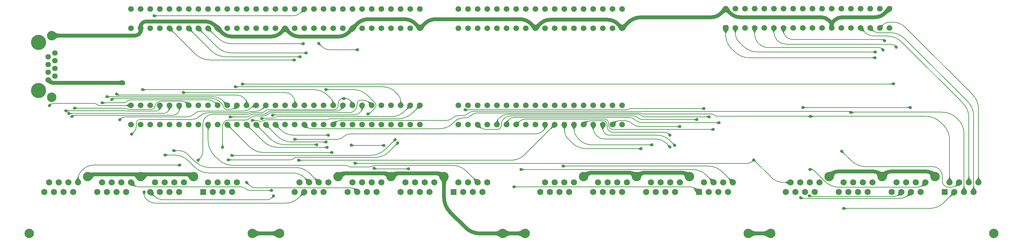
<source format=gtl>
%TF.GenerationSoftware,KiCad,Pcbnew,8.0.7*%
%TF.CreationDate,2025-02-08T10:47:07+02:00*%
%TF.ProjectId,HCP65 Board Tester,48435036-3520-4426-9f61-726420546573,V0*%
%TF.SameCoordinates,Original*%
%TF.FileFunction,Copper,L1,Top*%
%TF.FilePolarity,Positive*%
%FSLAX46Y46*%
G04 Gerber Fmt 4.6, Leading zero omitted, Abs format (unit mm)*
G04 Created by KiCad (PCBNEW 8.0.7) date 2025-02-08 10:47:07*
%MOMM*%
%LPD*%
G01*
G04 APERTURE LIST*
G04 Aperture macros list*
%AMRoundRect*
0 Rectangle with rounded corners*
0 $1 Rounding radius*
0 $2 $3 $4 $5 $6 $7 $8 $9 X,Y pos of 4 corners*
0 Add a 4 corners polygon primitive as box body*
4,1,4,$2,$3,$4,$5,$6,$7,$8,$9,$2,$3,0*
0 Add four circle primitives for the rounded corners*
1,1,$1+$1,$2,$3*
1,1,$1+$1,$4,$5*
1,1,$1+$1,$6,$7*
1,1,$1+$1,$8,$9*
0 Add four rect primitives between the rounded corners*
20,1,$1+$1,$2,$3,$4,$5,0*
20,1,$1+$1,$4,$5,$6,$7,0*
20,1,$1+$1,$6,$7,$8,$9,0*
20,1,$1+$1,$8,$9,$2,$3,0*%
G04 Aperture macros list end*
%TA.AperFunction,ComponentPad*%
%ADD10C,1.500000*%
%TD*%
%TA.AperFunction,ComponentPad*%
%ADD11RoundRect,0.375000X0.375000X0.375000X-0.375000X0.375000X-0.375000X-0.375000X0.375000X-0.375000X0*%
%TD*%
%TA.AperFunction,ComponentPad*%
%ADD12C,2.475000*%
%TD*%
%TA.AperFunction,ComponentPad*%
%ADD13C,1.650000*%
%TD*%
%TA.AperFunction,ComponentPad*%
%ADD14R,1.650000X1.650000*%
%TD*%
%TA.AperFunction,ComponentPad*%
%ADD15C,2.500000*%
%TD*%
%TA.AperFunction,ComponentPad*%
%ADD16C,1.470000*%
%TD*%
%TA.AperFunction,WasherPad*%
%ADD17C,4.000000*%
%TD*%
%TA.AperFunction,ViaPad*%
%ADD18C,0.800000*%
%TD*%
%TA.AperFunction,ViaPad*%
%ADD19C,1.300000*%
%TD*%
%TA.AperFunction,Conductor*%
%ADD20C,1.000000*%
%TD*%
%TA.AperFunction,Conductor*%
%ADD21C,0.200000*%
%TD*%
G04 APERTURE END LIST*
D10*
%TO.P,MPD0,36,36*%
%TO.N,/GND*%
X200025000Y127000D03*
%TO.P,MPD0,35,35*%
%TO.N,/~{Enable}_{Device}6*%
X200025000Y-4953000D03*
%TO.P,MPD0,34,34*%
%TO.N,/~{Enable}_{Device}1*%
X197485000Y127000D03*
%TO.P,MPD0,33,33*%
%TO.N,/~{Enable}_{Device}7*%
X197485000Y-4953000D03*
%TO.P,MPD0,32,32*%
%TO.N,/~{Enable}_{Device}2*%
X194945000Y127000D03*
%TO.P,MPD0,31,31*%
%TO.N,/~{Enable}_{Device}16*%
X194945000Y-4953000D03*
%TO.P,MPD0,30,30*%
%TO.N,/~{Enable}_{Device}3*%
X192405000Y127000D03*
%TO.P,MPD0,29,29*%
%TO.N,/~{Enable}_{Device}17*%
X192405000Y-4953000D03*
%TO.P,MPD0,28,28*%
%TO.N,/~{Enable}_{Device}4*%
X189865000Y127000D03*
%TO.P,MPD0,27,27*%
%TO.N,/~{Enable}_{Device}18*%
X189865000Y-4953000D03*
%TO.P,MPD0,26,26*%
%TO.N,/~{Enable}_{Device}5*%
X187325000Y127000D03*
%TO.P,MPD0,25,25*%
%TO.N,/~{Enable}_{Device}19*%
X187325000Y-4953000D03*
%TO.P,MPD0,24,24*%
%TO.N,/~{Reset}_{Device}1*%
X184785000Y127000D03*
%TO.P,MPD0,23,23*%
%TO.N,/GND*%
X184785000Y-4953000D03*
%TO.P,MPD0,22,22*%
%TO.N,/~{Reset}_{Device}2*%
X182245000Y127000D03*
%TO.P,MPD0,21,21*%
%TO.N,/~{Interrupt}_{Device}19*%
X182245000Y-4953000D03*
%TO.P,MPD0,20,20*%
%TO.N,/~{Reset}_{Device}3*%
X179705000Y127000D03*
%TO.P,MPD0,19,19*%
%TO.N,/~{Interrupt}_{Device}18*%
X179705000Y-4953000D03*
%TO.P,MPD0,18,18*%
%TO.N,/~{Reset}_{Device}4*%
X177165000Y127000D03*
%TO.P,MPD0,17,17*%
%TO.N,/~{Interrupt}_{Device}17*%
X177165000Y-4953000D03*
%TO.P,MPD0,16,16*%
%TO.N,/~{Reset}_{Device}5*%
X174625000Y127000D03*
%TO.P,MPD0,15,15*%
%TO.N,/~{Interrupt}_{Device}16*%
X174625000Y-4953000D03*
%TO.P,MPD0,14,14*%
%TO.N,/~{Reset}_{Device}6*%
X172085000Y127000D03*
%TO.P,MPD0,13,13*%
%TO.N,/~{Interrupt}_{Device}7*%
X172085000Y-4953000D03*
%TO.P,MPD0,12,12*%
%TO.N,/~{Reset}_{Device}7*%
X169545000Y127000D03*
%TO.P,MPD0,11,11*%
%TO.N,/~{Interrupt}_{Device}6*%
X169545000Y-4953000D03*
%TO.P,MPD0,10,10*%
%TO.N,/~{Reset}_{Device}16*%
X167005000Y127000D03*
%TO.P,MPD0,9,9*%
%TO.N,/~{Interrupt}_{Device}5*%
X167005000Y-4953000D03*
%TO.P,MPD0,8,8*%
%TO.N,/~{Reset}_{Device}17*%
X164465000Y127000D03*
%TO.P,MPD0,7,7*%
%TO.N,/~{Interrupt}_{Device}4*%
X164465000Y-4953000D03*
%TO.P,MPD0,6,6*%
%TO.N,/~{Reset}_{Device}18*%
X161925000Y127000D03*
%TO.P,MPD0,5,5*%
%TO.N,/~{Interrupt}_{Device}3*%
X161925000Y-4953000D03*
%TO.P,MPD0,4,4*%
%TO.N,/~{Reset}_{Device}19*%
X159385000Y127000D03*
%TO.P,MPD0,3,3*%
%TO.N,/~{Interrupt}_{Device}2*%
X159385000Y-4953000D03*
%TO.P,MPD0,2,2*%
%TO.N,/GND*%
X156845000Y127000D03*
D11*
%TO.P,MPD0,1,1*%
%TO.N,/~{Interrupt}_{Device}1*%
X156845000Y-4953000D03*
%TD*%
D12*
%TO.P,J5,MH5,MH5*%
%TO.N,/GND*%
X98040000Y-59180000D03*
%TO.P,J5,MH4,MH4*%
X82550000Y-44200000D03*
%TO.P,J5,MH3,MH3*%
X68580000Y-44200000D03*
%TO.P,J5,MH2,MH2*%
X54610000Y-44200000D03*
%TO.P,J5,MH1,MH1*%
X39120000Y-59180000D03*
D13*
%TO.P,J5,D8,D8*%
%TO.N,/MPU0_{M}*%
X52070000Y-45720000D03*
%TO.P,J5,D7,D7*%
%TO.N,/MPU1_{M}*%
X50800000Y-48260000D03*
%TO.P,J5,D6,D6*%
%TO.N,/~{ABORT}*%
X49530000Y-45720000D03*
%TO.P,J5,D5,D5*%
%TO.N,/~{NMI}_{2}*%
X48260000Y-48260000D03*
%TO.P,J5,D4,D4*%
%TO.N,/~{NMI}_{1}*%
X46990000Y-45720000D03*
%TO.P,J5,D3,D3*%
%TO.N,/CLK_{M0}*%
X45720000Y-48260000D03*
%TO.P,J5,D2,D2*%
%TO.N,/~{WD}_{M}*%
X44450000Y-45720000D03*
%TO.P,J5,D1,D1*%
%TO.N,/~{RD}_{M}*%
X43180000Y-48260000D03*
%TO.P,J5,C8,C8*%
%TO.N,/~{Select}_{Device}19*%
X66040000Y-45720000D03*
%TO.P,J5,C7,C7*%
%TO.N,/~{CLK}_{D}*%
X64770000Y-48260000D03*
%TO.P,J5,C6,C6*%
%TO.N,/CLK_{D}*%
X63500000Y-45720000D03*
%TO.P,J5,C5,C5*%
%TO.N,/~{WD}_{D}*%
X62230000Y-48260000D03*
%TO.P,J5,C4,C4*%
%TO.N,/~{RD}_{D}*%
X60960000Y-45720000D03*
%TO.P,J5,C3,C3*%
%TO.N,/Native Latch*%
X59690000Y-48260000D03*
%TO.P,J5,C2,C2*%
%TO.N,/~{Main Access}_{M0}*%
X58420000Y-45720000D03*
%TO.P,J5,C1,C1*%
%TO.N,/~{Main} MPU*%
X57150000Y-48260000D03*
%TO.P,J5,B8,B8*%
%TO.N,/~{Select}_{Device}3*%
X80010000Y-45720000D03*
%TO.P,J5,B7,B7*%
%TO.N,/~{Select}_{Device}4*%
X78740000Y-48260000D03*
%TO.P,J5,B6,B6*%
%TO.N,/~{Select}_{Device}5*%
X77470000Y-45720000D03*
%TO.P,J5,B5,B5*%
%TO.N,/~{Select}_{Device}6*%
X76200000Y-48260000D03*
%TO.P,J5,B4,B4*%
%TO.N,/~{Select}_{Device}7*%
X74930000Y-45720000D03*
%TO.P,J5,B3,B3*%
%TO.N,/~{Select}_{Device}16*%
X73660000Y-48260000D03*
%TO.P,J5,B2,B2*%
%TO.N,/~{Select}_{Device}17*%
X72390000Y-45720000D03*
%TO.P,J5,B1,B1*%
%TO.N,/~{Select}_{Device}18*%
X71120000Y-48260000D03*
%TO.P,J5,A8,A8*%
%TO.N,/~{Memory Hi}_{ Device}*%
X93980000Y-45720000D03*
%TO.P,J5,A7,A7*%
%TO.N,/~{Memory Lo}_{ Device}*%
X92710000Y-48260000D03*
%TO.P,J5,A6,A6*%
%TO.N,/~{Main}3*%
X91440000Y-45720000D03*
%TO.P,J5,A5,A5*%
%TO.N,unconnected-(J5-PadA5)*%
X90170000Y-48260000D03*
%TO.P,J5,A4,A4*%
%TO.N,unconnected-(J5-PadA4)*%
X88900000Y-45720000D03*
%TO.P,J5,A3,A3*%
%TO.N,unconnected-(J5-PadA3)*%
X87630000Y-48260000D03*
%TO.P,J5,A2,A2*%
%TO.N,/~{Select}_{Device}1*%
X86360000Y-45720000D03*
D14*
%TO.P,J5,A1,A1*%
%TO.N,/~{Select}_{Device}2*%
X85090000Y-48260000D03*
%TD*%
D12*
%TO.P,J6,MH5,MH5*%
%TO.N,/GND*%
X227580000Y-59180000D03*
%TO.P,J6,MH4,MH4*%
X212090000Y-44200000D03*
%TO.P,J6,MH3,MH3*%
X198120000Y-44200000D03*
%TO.P,J6,MH2,MH2*%
X184150000Y-44200000D03*
%TO.P,J6,MH1,MH1*%
X168660000Y-59180000D03*
D13*
%TO.P,J6,D8,D8*%
%TO.N,/~{Reset}_{Device}4*%
X181610000Y-45720000D03*
%TO.P,J6,D7,D7*%
%TO.N,/~{Reset}_{Device}5*%
X180340000Y-48260000D03*
%TO.P,J6,D6,D6*%
%TO.N,/~{Reset}_{Device}6*%
X179070000Y-45720000D03*
%TO.P,J6,D5,D5*%
%TO.N,/~{Reset}_{Device}7*%
X177800000Y-48260000D03*
%TO.P,J6,D4,D4*%
%TO.N,/~{Reset}_{Device}16*%
X176530000Y-45720000D03*
%TO.P,J6,D3,D3*%
%TO.N,/~{Reset}_{Device}17*%
X175260000Y-48260000D03*
%TO.P,J6,D2,D2*%
%TO.N,/~{Reset}_{Device}18*%
X173990000Y-45720000D03*
%TO.P,J6,D1,D1*%
%TO.N,/~{Reset}_{Device}19*%
X172720000Y-48260000D03*
%TO.P,J6,C8,C8*%
%TO.N,/~{Enable}_{Device}1*%
X195580000Y-45720000D03*
%TO.P,J6,C7,C7*%
%TO.N,/~{Enable}_{Device}2*%
X194310000Y-48260000D03*
%TO.P,J6,C6,C6*%
%TO.N,/~{Enable}_{Device}3*%
X193040000Y-45720000D03*
%TO.P,J6,C5,C5*%
%TO.N,/~{Enable}_{Device}4*%
X191770000Y-48260000D03*
%TO.P,J6,C4,C4*%
%TO.N,/~{Enable}_{Device}5*%
X190500000Y-45720000D03*
%TO.P,J6,C3,C3*%
%TO.N,/~{Reset}_{Device}1*%
X189230000Y-48260000D03*
%TO.P,J6,C2,C2*%
%TO.N,/~{Reset}_{Device}2*%
X187960000Y-45720000D03*
%TO.P,J6,C1,C1*%
%TO.N,/~{Reset}_{Device}3*%
X186690000Y-48260000D03*
%TO.P,J6,B8,B8*%
%TO.N,/~{Interrupt}_{Device}16*%
X209550000Y-45720000D03*
%TO.P,J6,B7,B7*%
%TO.N,/~{Interrupt}_{Device}7*%
X208280000Y-48260000D03*
%TO.P,J6,B6,B6*%
%TO.N,/~{Interrupt}_{Device}6*%
X207010000Y-45720000D03*
%TO.P,J6,B5,B5*%
%TO.N,/~{Interrupt}_{Device}5*%
X205740000Y-48260000D03*
%TO.P,J6,B4,B4*%
%TO.N,/~{Interrupt}_{Device}4*%
X204470000Y-45720000D03*
%TO.P,J6,B3,B3*%
%TO.N,/~{Interrupt}_{Device}3*%
X203200000Y-48260000D03*
%TO.P,J6,B2,B2*%
%TO.N,/~{Interrupt}_{Device}2*%
X201930000Y-45720000D03*
%TO.P,J6,B1,B1*%
%TO.N,/~{Interrupt}_{Device}1*%
X200660000Y-48260000D03*
%TO.P,J6,A8,A8*%
%TO.N,/~{Enable}_{Device}7*%
X223520000Y-45720000D03*
%TO.P,J6,A7,A7*%
%TO.N,/~{Enable}_{Device}16*%
X222250000Y-48260000D03*
%TO.P,J6,A6,A6*%
%TO.N,/~{Enable}_{Device}17*%
X220980000Y-45720000D03*
%TO.P,J6,A5,A5*%
%TO.N,/~{Enable}_{Device}18*%
X219710000Y-48260000D03*
%TO.P,J6,A4,A4*%
%TO.N,/~{Enable}_{Device}19*%
X218440000Y-45720000D03*
%TO.P,J6,A3,A3*%
%TO.N,/~{Interrupt}_{Device}19*%
X217170000Y-48260000D03*
%TO.P,J6,A2,A2*%
%TO.N,/~{Interrupt}_{Device}18*%
X215900000Y-45720000D03*
D14*
%TO.P,J6,A1,A1*%
%TO.N,/~{Interrupt}_{Device}17*%
X214630000Y-48260000D03*
%TD*%
D12*
%TO.P,J1,MH5,MH5*%
%TO.N,/GND*%
X32000000Y-59180000D03*
%TO.P,J1,MH4,MH4*%
X16510000Y-44200000D03*
%TO.P,J1,MH3,MH3*%
X2540000Y-44200000D03*
%TO.P,J1,MH2,MH2*%
X-11430000Y-44200000D03*
%TO.P,J1,MH1,MH1*%
X-26920000Y-59180000D03*
D13*
%TO.P,J1,D8,D8*%
%TO.N,/A4_{D}*%
X-13970000Y-45720000D03*
%TO.P,J1,D7,D7*%
%TO.N,/A3_{D}*%
X-15240000Y-48260000D03*
%TO.P,J1,D6,D6*%
%TO.N,/A2_{D}*%
X-16510000Y-45720000D03*
%TO.P,J1,D5,D5*%
%TO.N,/A1_{D}*%
X-17780000Y-48260000D03*
%TO.P,J1,D4,D4*%
%TO.N,/A0_{D}*%
X-19050000Y-45720000D03*
%TO.P,J1,D3,D3*%
%TO.N,/Kernal*%
X-20320000Y-48260000D03*
%TO.P,J1,D2,D2*%
%TO.N,/~{Device}*%
X-21590000Y-45720000D03*
%TO.P,J1,D1,D1*%
%TO.N,/~{Reset}*%
X-22860000Y-48260000D03*
%TO.P,J1,C8,C8*%
%TO.N,/A12_{D}*%
X0Y-45720000D03*
%TO.P,J1,C7,C7*%
%TO.N,/A11_{D}*%
X-1270000Y-48260000D03*
%TO.P,J1,C6,C6*%
%TO.N,/A10_{D}*%
X-2540000Y-45720000D03*
%TO.P,J1,C5,C5*%
%TO.N,/A9_{D}*%
X-3810000Y-48260000D03*
%TO.P,J1,C4,C4*%
%TO.N,/A8_{D}*%
X-5080000Y-45720000D03*
%TO.P,J1,C3,C3*%
%TO.N,/A7_{D}*%
X-6350000Y-48260000D03*
%TO.P,J1,C2,C2*%
%TO.N,/A6_{D}*%
X-7620000Y-45720000D03*
%TO.P,J1,C1,C1*%
%TO.N,/A5_{D}*%
X-8890000Y-48260000D03*
%TO.P,J1,B8,B8*%
%TO.N,/D4_{D}*%
X13970000Y-45720000D03*
%TO.P,J1,B7,B7*%
%TO.N,/D5_{D}*%
X12700000Y-48260000D03*
%TO.P,J1,B6,B6*%
%TO.N,/D6_{D}*%
X11430000Y-45720000D03*
%TO.P,J1,B5,B5*%
%TO.N,/D7_{D}*%
X10160000Y-48260000D03*
%TO.P,J1,B4,B4*%
%TO.N,/A16_{D}*%
X8890000Y-45720000D03*
%TO.P,J1,B3,B3*%
%TO.N,/A15_{D}*%
X7620000Y-48260000D03*
%TO.P,J1,B2,B2*%
%TO.N,/A14_{D}*%
X6350000Y-45720000D03*
%TO.P,J1,B1,B1*%
%TO.N,/A13_{D}*%
X5080000Y-48260000D03*
%TO.P,J1,A8,A8*%
%TO.N,/~{Enable}_{Device}6*%
X27940000Y-45720000D03*
%TO.P,J1,A7,A7*%
%TO.N,/H0_{D}*%
X26670000Y-48260000D03*
%TO.P,J1,A6,A6*%
%TO.N,/H1_{D}*%
X25400000Y-45720000D03*
%TO.P,J1,A5,A5*%
%TO.N,/H2_{D}*%
X24130000Y-48260000D03*
%TO.P,J1,A4,A4*%
%TO.N,/D0_{D}*%
X22860000Y-45720000D03*
%TO.P,J1,A3,A3*%
%TO.N,/D1_{D}*%
X21590000Y-48260000D03*
%TO.P,J1,A2,A2*%
%TO.N,/D2_{D}*%
X20320000Y-45720000D03*
D14*
%TO.P,J1,A1,A1*%
%TO.N,/D3_{D}*%
X19050000Y-48260000D03*
%TD*%
D15*
%TO.P,J2,MH2,MH2*%
%TO.N,/GND*%
X-20955000Y-6985000D03*
%TO.P,J2,MH1,MH1*%
X-20955000Y-23245000D03*
D16*
%TO.P,J2,8,8*%
X-20065000Y-11555000D03*
%TO.P,J2,7,7*%
X-21845000Y-12575000D03*
%TO.P,J2,6,6*%
X-20065000Y-13595000D03*
%TO.P,J2,5,5*%
X-21845000Y-14615000D03*
%TO.P,J2,4,4*%
%TO.N,/5V_{1}*%
X-20064999Y-15635000D03*
%TO.P,J2,3,3*%
%TO.N,/5V_{2}*%
X-21844999Y-16655000D03*
%TO.P,J2,2,2*%
%TO.N,/5V_{3}*%
X-20064999Y-17675000D03*
%TO.P,J2,1,1*%
%TO.N,/12V*%
X-21845000Y-18695000D03*
D17*
%TO.P,J2,*%
%TO.N,*%
X-24385000Y-21465000D03*
X-24385000Y-8765000D03*
%TD*%
D10*
%TO.P,DEV3,D18,D18*%
%TO.N,/GND*%
X129540000Y-30480000D03*
%TO.P,DEV3,D17,D17*%
%TO.N,/A0_{M}*%
X127000000Y-30480000D03*
%TO.P,DEV3,D16,D16*%
%TO.N,/A1_{M}*%
X124460000Y-30480000D03*
%TO.P,DEV3,D15,D15*%
%TO.N,/A2_{M}*%
X121920000Y-30480000D03*
%TO.P,DEV3,D14,D14*%
%TO.N,/A3_{M}*%
X119380000Y-30480000D03*
%TO.P,DEV3,D13,D13*%
%TO.N,/A4_{M}*%
X116840000Y-30480000D03*
%TO.P,DEV3,D12,D12*%
%TO.N,/A5_{M}*%
X114300000Y-30480000D03*
%TO.P,DEV3,D11,D11*%
%TO.N,/~{WD}_{M}*%
X111760000Y-30480000D03*
%TO.P,DEV3,D10,D10*%
%TO.N,/~{RD}_{M}*%
X109220000Y-30480000D03*
%TO.P,DEV3,D9,D9*%
%TO.N,/GND*%
X106680000Y-30480000D03*
%TO.P,DEV3,D8,D8*%
%TO.N,/D0_{M}*%
X104140000Y-30480000D03*
%TO.P,DEV3,D7,D7*%
%TO.N,/D1_{M}*%
X101600000Y-30480000D03*
%TO.P,DEV3,D6,D6*%
%TO.N,/D2_{M}*%
X99060000Y-30480000D03*
%TO.P,DEV3,D5,D5*%
%TO.N,/D3_{M}*%
X96520000Y-30480000D03*
%TO.P,DEV3,D4,D4*%
%TO.N,/D4_{M}*%
X93980000Y-30480000D03*
%TO.P,DEV3,D3,D3*%
%TO.N,/D5_{M}*%
X91440000Y-30480000D03*
%TO.P,DEV3,D2,D2*%
%TO.N,/D6_{M}*%
X88900000Y-30480000D03*
%TO.P,DEV3,D1,D1*%
%TO.N,/D7_{M}*%
X86360000Y-30480000D03*
%TO.P,DEV3,C18,C18*%
%TO.N,/A6_{M}*%
X129540000Y-25400000D03*
%TO.P,DEV3,C17,C17*%
%TO.N,/A7_{M}*%
X127000000Y-25400000D03*
%TO.P,DEV3,C16,C16*%
%TO.N,/A8_{M}*%
X124460000Y-25400000D03*
%TO.P,DEV3,C15,C15*%
%TO.N,/A9_{M}*%
X121920000Y-25400000D03*
%TO.P,DEV3,C14,C14*%
%TO.N,/A10_{M}*%
X119380000Y-25400000D03*
%TO.P,DEV3,C13,C13*%
%TO.N,/A11_{M}*%
X116840000Y-25400000D03*
%TO.P,DEV3,C12,C12*%
%TO.N,/A12_{M}*%
X114300000Y-25400000D03*
%TO.P,DEV3,C11,C11*%
%TO.N,/A13_{M}*%
X111760000Y-25400000D03*
%TO.P,DEV3,C10,C10*%
%TO.N,/A14_{M}*%
X109220000Y-25400000D03*
%TO.P,DEV3,C9,C9*%
%TO.N,/A15_{M}*%
X106680000Y-25400000D03*
%TO.P,DEV3,C8,C8*%
%TO.N,/A16_{M}*%
X104140000Y-25400000D03*
%TO.P,DEV3,C7,C7*%
%TO.N,/A17_{M}*%
X101600000Y-25400000D03*
%TO.P,DEV3,C6,C6*%
%TO.N,/A18_{M}*%
X99060000Y-25400000D03*
%TO.P,DEV3,C5,C5*%
%TO.N,/A19_{M}*%
X96520000Y-25400000D03*
%TO.P,DEV3,C4,C4*%
%TO.N,/A20_{M}*%
X93980000Y-25400000D03*
%TO.P,DEV3,C3,C3*%
%TO.N,/A21_{M}*%
X91440000Y-25400000D03*
%TO.P,DEV3,C2,C2*%
%TO.N,/A22_{M}*%
X88900000Y-25400000D03*
%TO.P,DEV3,C1,C1*%
%TO.N,/A23_{M}*%
X86360000Y-25400000D03*
%TO.P,DEV3,B31,B31*%
%TO.N,/GND*%
X76200000Y-30480000D03*
%TO.P,DEV3,B30,B30*%
%TO.N,/~{Memory Hi}_{ Device}*%
X73660000Y-30480000D03*
%TO.P,DEV3,B29,B29*%
%TO.N,/~{Memory Lo}_{ Device}*%
X71120000Y-30480000D03*
%TO.P,DEV3,B28,B28*%
%TO.N,unconnected-(DEV3-PadB28)*%
X68580000Y-30480000D03*
%TO.P,DEV3,B27,B27*%
%TO.N,unconnected-(DEV3-PadB27)*%
X66040000Y-30480000D03*
%TO.P,DEV3,B26,B26*%
%TO.N,unconnected-(DEV3-PadB26)*%
X63500000Y-30480000D03*
%TO.P,DEV3,B25,B25*%
%TO.N,unconnected-(DEV3-PadB25)*%
X60960000Y-30480000D03*
%TO.P,DEV3,B24,B24*%
%TO.N,/GND*%
X58420000Y-30480000D03*
%TO.P,DEV3,B23,B23*%
%TO.N,unconnected-(DEV3-PadB23)*%
X55880000Y-30480000D03*
%TO.P,DEV3,B22,B22*%
%TO.N,/~{Enable}_{Device}18*%
X53340000Y-30480000D03*
%TO.P,DEV3,B21,B21*%
%TO.N,/~{Select}_{Device}18*%
X50800000Y-30480000D03*
%TO.P,DEV3,B20,B20*%
%TO.N,/~{Reset}_{Device}18*%
X48260000Y-30480000D03*
%TO.P,DEV3,B19,B19*%
%TO.N,/~{Interrupt}_{Device}18*%
X45720000Y-30480000D03*
%TO.P,DEV3,B18,B18*%
%TO.N,unconnected-(DEV3-PadB18)*%
X43180000Y-30480000D03*
%TO.P,DEV3,B17,B17*%
%TO.N,/GND*%
X40640000Y-30480000D03*
%TO.P,DEV3,B16,B16*%
%TO.N,/~{CLK}_{D}*%
X38100000Y-30480000D03*
%TO.P,DEV3,B15,B15*%
%TO.N,/CLK_{D}*%
X35560000Y-30480000D03*
%TO.P,DEV3,B14,B14*%
%TO.N,/~{WD}_{D}*%
X33020000Y-30480000D03*
%TO.P,DEV3,B13,B13*%
%TO.N,/~{RD}_{D}*%
X30480000Y-30480000D03*
%TO.P,DEV3,B12,B12*%
%TO.N,unconnected-(DEV3-PadB12)*%
X27940000Y-30480000D03*
%TO.P,DEV3,B11,B11*%
%TO.N,/~{Main Access}_{M0}*%
X25400000Y-30480000D03*
%TO.P,DEV3,B10,B10*%
%TO.N,/GND*%
X22860000Y-30480000D03*
%TO.P,DEV3,B9,B9*%
%TO.N,/~{Main}3*%
X20320000Y-30480000D03*
%TO.P,DEV3,B8,B8*%
%TO.N,unconnected-(DEV3-PadB8)*%
X17780000Y-30480000D03*
%TO.P,DEV3,B7,B7*%
%TO.N,unconnected-(DEV3-PadB7)*%
X15240000Y-30480000D03*
%TO.P,DEV3,B6,B6*%
%TO.N,unconnected-(DEV3-PadB6)*%
X12700000Y-30480000D03*
%TO.P,DEV3,B5,B5*%
%TO.N,unconnected-(DEV3-PadB5)*%
X10160000Y-30480000D03*
%TO.P,DEV3,B4,B4*%
%TO.N,unconnected-(DEV3-PadB4)*%
X7620000Y-30480000D03*
%TO.P,DEV3,B3,B3*%
%TO.N,/CLK_{M0}*%
X5080000Y-30480000D03*
%TO.P,DEV3,B2,B2*%
%TO.N,/GND*%
X2540000Y-30480000D03*
%TO.P,DEV3,B1,B1*%
%TO.N,/12V*%
X0Y-30480000D03*
%TO.P,DEV3,A31,A31*%
%TO.N,/H0_{D}*%
X76200000Y-25400000D03*
%TO.P,DEV3,A30,A30*%
%TO.N,/H1_{D}*%
X73660000Y-25400000D03*
%TO.P,DEV3,A29,A29*%
%TO.N,/H2_{D}*%
X71120000Y-25400000D03*
%TO.P,DEV3,A28,A28*%
%TO.N,/D0_{D}*%
X68580000Y-25400000D03*
%TO.P,DEV3,A27,A27*%
%TO.N,/D1_{D}*%
X66040000Y-25400000D03*
%TO.P,DEV3,A26,A26*%
%TO.N,/D2_{D}*%
X63500000Y-25400000D03*
%TO.P,DEV3,A25,A25*%
%TO.N,/D3_{D}*%
X60960000Y-25400000D03*
%TO.P,DEV3,A24,A24*%
%TO.N,/D4_{D}*%
X58420000Y-25400000D03*
%TO.P,DEV3,A23,A23*%
%TO.N,/D5_{D}*%
X55880000Y-25400000D03*
%TO.P,DEV3,A22,A22*%
%TO.N,/D6_{D}*%
X53340000Y-25400000D03*
%TO.P,DEV3,A21,A21*%
%TO.N,/D7_{D}*%
X50800000Y-25400000D03*
%TO.P,DEV3,A20,A20*%
%TO.N,unconnected-(DEV3-PadA20)*%
X48260000Y-25400000D03*
%TO.P,DEV3,A19,A19*%
%TO.N,unconnected-(DEV3-PadA19)*%
X45720000Y-25400000D03*
%TO.P,DEV3,A18,A18*%
%TO.N,/A14_{D}*%
X43180000Y-25400000D03*
%TO.P,DEV3,A17,A17*%
%TO.N,/A13_{D}*%
X40640000Y-25400000D03*
%TO.P,DEV3,A16,A16*%
%TO.N,/A12_{D}*%
X38100000Y-25400000D03*
%TO.P,DEV3,A15,A15*%
%TO.N,/A11_{D}*%
X35560000Y-25400000D03*
%TO.P,DEV3,A14,A14*%
%TO.N,/A10_{D}*%
X33020000Y-25400000D03*
%TO.P,DEV3,A13,A13*%
%TO.N,/A9_{D}*%
X30480000Y-25400000D03*
%TO.P,DEV3,A12,A12*%
%TO.N,/A8_{D}*%
X27940000Y-25400000D03*
%TO.P,DEV3,A11,A11*%
%TO.N,/A7_{D}*%
X25400000Y-25400000D03*
%TO.P,DEV3,A10,A10*%
%TO.N,/A6_{D}*%
X22860000Y-25400000D03*
%TO.P,DEV3,A9,A9*%
%TO.N,/A5_{D}*%
X20320000Y-25400000D03*
%TO.P,DEV3,A8,A8*%
%TO.N,/A4_{D}*%
X17780000Y-25400000D03*
%TO.P,DEV3,A7,A7*%
%TO.N,/A3_{D}*%
X15240000Y-25400000D03*
%TO.P,DEV3,A6,A6*%
%TO.N,/A2_{D}*%
X12700000Y-25400000D03*
%TO.P,DEV3,A5,A5*%
%TO.N,/A1_{D}*%
X10160000Y-25400000D03*
%TO.P,DEV3,A4,A4*%
%TO.N,/A0_{D}*%
X7620000Y-25400000D03*
%TO.P,DEV3,A3,A3*%
%TO.N,unconnected-(DEV3-PadA3)*%
X5080000Y-25400000D03*
%TO.P,DEV3,A2,A2*%
%TO.N,unconnected-(DEV3-PadA2)*%
X2540000Y-25400000D03*
%TO.P,DEV3,A1,A1*%
%TO.N,/~{Reset}*%
X0Y-25400000D03*
%TD*%
D12*
%TO.P,J4,MH5,MH5*%
%TO.N,/GND*%
X162810000Y-59180000D03*
%TO.P,J4,MH4,MH4*%
X147320000Y-44200000D03*
%TO.P,J4,MH3,MH3*%
X133350000Y-44200000D03*
%TO.P,J4,MH2,MH2*%
X119380000Y-44200000D03*
%TO.P,J4,MH1,MH1*%
X103890000Y-59180000D03*
D13*
%TO.P,J4,D8,D8*%
%TO.N,/A16_{M}*%
X116840000Y-45720000D03*
%TO.P,J4,D7,D7*%
%TO.N,/A17_{M}*%
X115570000Y-48260000D03*
%TO.P,J4,D6,D6*%
%TO.N,/A18_{M}*%
X114300000Y-45720000D03*
%TO.P,J4,D5,D5*%
%TO.N,/A19_{M}*%
X113030000Y-48260000D03*
%TO.P,J4,D4,D4*%
%TO.N,/A20_{M}*%
X111760000Y-45720000D03*
%TO.P,J4,D3,D3*%
%TO.N,/A21_{M}*%
X110490000Y-48260000D03*
%TO.P,J4,D2,D2*%
%TO.N,/A22_{M}*%
X109220000Y-45720000D03*
%TO.P,J4,D1,D1*%
%TO.N,/A23_{M}*%
X107950000Y-48260000D03*
%TO.P,J4,C8,C8*%
%TO.N,/A8_{M}*%
X130810000Y-45720000D03*
%TO.P,J4,C7,C7*%
%TO.N,/A9_{M}*%
X129540000Y-48260000D03*
%TO.P,J4,C6,C6*%
%TO.N,/A10_{M}*%
X128270000Y-45720000D03*
%TO.P,J4,C5,C5*%
%TO.N,/A11_{M}*%
X127000000Y-48260000D03*
%TO.P,J4,C4,C4*%
%TO.N,/A12_{M}*%
X125730000Y-45720000D03*
%TO.P,J4,C3,C3*%
%TO.N,/A13_{M}*%
X124460000Y-48260000D03*
%TO.P,J4,C2,C2*%
%TO.N,/A14_{M}*%
X123190000Y-45720000D03*
%TO.P,J4,C1,C1*%
%TO.N,/A15_{M}*%
X121920000Y-48260000D03*
%TO.P,J4,B8,B8*%
%TO.N,/A0_{M}*%
X144780000Y-45720000D03*
%TO.P,J4,B7,B7*%
%TO.N,/A1_{M}*%
X143510000Y-48260000D03*
%TO.P,J4,B6,B6*%
%TO.N,/A2_{M}*%
X142240000Y-45720000D03*
%TO.P,J4,B5,B5*%
%TO.N,/A3_{M}*%
X140970000Y-48260000D03*
%TO.P,J4,B4,B4*%
%TO.N,/A4_{M}*%
X139700000Y-45720000D03*
%TO.P,J4,B3,B3*%
%TO.N,/A5_{M}*%
X138430000Y-48260000D03*
%TO.P,J4,B2,B2*%
%TO.N,/A6_{M}*%
X137160000Y-45720000D03*
%TO.P,J4,B1,B1*%
%TO.N,/A7_{M}*%
X135890000Y-48260000D03*
%TO.P,J4,A8,A8*%
%TO.N,/D0_{M}*%
X158750000Y-45720000D03*
%TO.P,J4,A7,A7*%
%TO.N,/D1_{M}*%
X157480000Y-48260000D03*
%TO.P,J4,A6,A6*%
%TO.N,/D2_{M}*%
X156210000Y-45720000D03*
%TO.P,J4,A5,A5*%
%TO.N,/D3_{M}*%
X154940000Y-48260000D03*
%TO.P,J4,A4,A4*%
%TO.N,/D4_{M}*%
X153670000Y-45720000D03*
%TO.P,J4,A3,A3*%
%TO.N,/D5_{M}*%
X152400000Y-48260000D03*
%TO.P,J4,A2,A2*%
%TO.N,/D6_{M}*%
X151130000Y-45720000D03*
D14*
%TO.P,J4,A1,A1*%
%TO.N,/D7_{M}*%
X149860000Y-48260000D03*
%TD*%
D10*
%TO.P,MPU0,D18,D18*%
%TO.N,/GND*%
X129540000Y-5080000D03*
%TO.P,MPU0,D17,D17*%
%TO.N,/A0_{M}*%
X127000000Y-5080000D03*
%TO.P,MPU0,D16,D16*%
%TO.N,/A1_{M}*%
X124460000Y-5080000D03*
%TO.P,MPU0,D15,D15*%
%TO.N,/A2_{M}*%
X121920000Y-5080000D03*
%TO.P,MPU0,D14,D14*%
%TO.N,/A3_{M}*%
X119380000Y-5080000D03*
%TO.P,MPU0,D13,D13*%
%TO.N,/A4_{M}*%
X116840000Y-5080000D03*
%TO.P,MPU0,D12,D12*%
%TO.N,/A5_{M}*%
X114300000Y-5080000D03*
%TO.P,MPU0,D11,D11*%
%TO.N,/~{WD}_{M}*%
X111760000Y-5080000D03*
%TO.P,MPU0,D10,D10*%
%TO.N,/~{RD}_{M}*%
X109220000Y-5080000D03*
%TO.P,MPU0,D9,D9*%
%TO.N,/GND*%
X106680000Y-5080000D03*
%TO.P,MPU0,D8,D8*%
%TO.N,/D0_{M}*%
X104140000Y-5080000D03*
%TO.P,MPU0,D7,D7*%
%TO.N,/D1_{M}*%
X101600000Y-5080000D03*
%TO.P,MPU0,D6,D6*%
%TO.N,/D2_{M}*%
X99060000Y-5080000D03*
%TO.P,MPU0,D5,D5*%
%TO.N,/D3_{M}*%
X96520000Y-5080000D03*
%TO.P,MPU0,D4,D4*%
%TO.N,/D4_{M}*%
X93980000Y-5080000D03*
%TO.P,MPU0,D3,D3*%
%TO.N,/D5_{M}*%
X91440000Y-5080000D03*
%TO.P,MPU0,D2,D2*%
%TO.N,/D6_{M}*%
X88900000Y-5080000D03*
%TO.P,MPU0,D1,D1*%
%TO.N,/D7_{M}*%
X86360000Y-5080000D03*
%TO.P,MPU0,C18,C18*%
%TO.N,/A6_{M}*%
X129540000Y0D03*
%TO.P,MPU0,C17,C17*%
%TO.N,/A7_{M}*%
X127000000Y0D03*
%TO.P,MPU0,C16,C16*%
%TO.N,/A8_{M}*%
X124460000Y0D03*
%TO.P,MPU0,C15,C15*%
%TO.N,/A9_{M}*%
X121920000Y0D03*
%TO.P,MPU0,C14,C14*%
%TO.N,/A10_{M}*%
X119380000Y0D03*
%TO.P,MPU0,C13,C13*%
%TO.N,/A11_{M}*%
X116840000Y0D03*
%TO.P,MPU0,C12,C12*%
%TO.N,/A12_{M}*%
X114300000Y0D03*
%TO.P,MPU0,C11,C11*%
%TO.N,/A13_{M}*%
X111760000Y0D03*
%TO.P,MPU0,C10,C10*%
%TO.N,/A14_{M}*%
X109220000Y0D03*
%TO.P,MPU0,C9,C9*%
%TO.N,/A15_{M}*%
X106680000Y0D03*
%TO.P,MPU0,C8,C8*%
%TO.N,/A16_{M}*%
X104140000Y0D03*
%TO.P,MPU0,C7,C7*%
%TO.N,/A17_{M}*%
X101600000Y0D03*
%TO.P,MPU0,C6,C6*%
%TO.N,/A18_{M}*%
X99060000Y0D03*
%TO.P,MPU0,C5,C5*%
%TO.N,/A19_{M}*%
X96520000Y0D03*
%TO.P,MPU0,C4,C4*%
%TO.N,/A20_{M}*%
X93980000Y0D03*
%TO.P,MPU0,C3,C3*%
%TO.N,/A21_{M}*%
X91440000Y0D03*
%TO.P,MPU0,C2,C2*%
%TO.N,/A22_{M}*%
X88900000Y0D03*
%TO.P,MPU0,C1,C1*%
%TO.N,/A23_{M}*%
X86360000Y0D03*
%TO.P,MPU0,B31,B31*%
%TO.N,/GND*%
X76200000Y-5080000D03*
%TO.P,MPU0,B30,B30*%
%TO.N,unconnected-(MPU0-PadB30)*%
X73660000Y-5080000D03*
%TO.P,MPU0,B29,B29*%
%TO.N,/~{Select}_{Device}1*%
X71120000Y-5080000D03*
%TO.P,MPU0,B28,B28*%
%TO.N,/~{Select}_{Device}2*%
X68580000Y-5080000D03*
%TO.P,MPU0,B27,B27*%
%TO.N,/~{Select}_{Device}3*%
X66040000Y-5080000D03*
%TO.P,MPU0,B26,B26*%
%TO.N,/~{Select}_{Device}4*%
X63500000Y-5080000D03*
%TO.P,MPU0,B25,B25*%
%TO.N,/~{Select}_{Device}5*%
X60960000Y-5080000D03*
%TO.P,MPU0,B24,B24*%
%TO.N,/GND*%
X58420000Y-5080000D03*
%TO.P,MPU0,B23,B23*%
%TO.N,/~{Select}_{Device}6*%
X55880000Y-5080000D03*
%TO.P,MPU0,B22,B22*%
%TO.N,/~{Select}_{Device}7*%
X53340000Y-5080000D03*
%TO.P,MPU0,B21,B21*%
%TO.N,/~{Select}_{Device}16*%
X50800000Y-5080000D03*
%TO.P,MPU0,B20,B20*%
%TO.N,/~{Select}_{Device}17*%
X48260000Y-5080000D03*
%TO.P,MPU0,B19,B19*%
%TO.N,/~{Select}_{Device}18*%
X45720000Y-5080000D03*
%TO.P,MPU0,B18,B18*%
%TO.N,/~{Select}_{Device}19*%
X43180000Y-5080000D03*
%TO.P,MPU0,B17,B17*%
%TO.N,/GND*%
X40640000Y-5080000D03*
%TO.P,MPU0,B16,B16*%
%TO.N,/~{CLK}_{D}*%
X38100000Y-5080000D03*
%TO.P,MPU0,B15,B15*%
%TO.N,/CLK_{D}*%
X35560000Y-5080000D03*
%TO.P,MPU0,B14,B14*%
%TO.N,/~{WD}_{D}*%
X33020000Y-5080000D03*
%TO.P,MPU0,B13,B13*%
%TO.N,/~{RD}_{D}*%
X30480000Y-5080000D03*
%TO.P,MPU0,B12,B12*%
%TO.N,/Native Latch*%
X27940000Y-5080000D03*
%TO.P,MPU0,B11,B11*%
%TO.N,/~{Main Access}_{M0}*%
X25400000Y-5080000D03*
%TO.P,MPU0,B10,B10*%
%TO.N,/GND*%
X22860000Y-5080000D03*
%TO.P,MPU0,B9,B9*%
%TO.N,/~{Main} MPU*%
X20320000Y-5080000D03*
%TO.P,MPU0,B8,B8*%
%TO.N,/MPU0_{M}*%
X17780000Y-5080000D03*
%TO.P,MPU0,B7,B7*%
%TO.N,/MPU1_{M}*%
X15240000Y-5080000D03*
%TO.P,MPU0,B6,B6*%
%TO.N,/~{ABORT}*%
X12700000Y-5080000D03*
%TO.P,MPU0,B5,B5*%
%TO.N,/~{NMI}_{2}*%
X10160000Y-5080000D03*
%TO.P,MPU0,B4,B4*%
%TO.N,/~{NMI}_{1}*%
X7620000Y-5080000D03*
%TO.P,MPU0,B3,B3*%
%TO.N,/CLK_{M0}*%
X5080000Y-5080000D03*
%TO.P,MPU0,B2,B2*%
%TO.N,/GND*%
X2540000Y-5080000D03*
%TO.P,MPU0,B1,B1*%
%TO.N,/12V*%
X0Y-5080000D03*
%TO.P,MPU0,A31,A31*%
%TO.N,/H0_{D}*%
X76200000Y0D03*
%TO.P,MPU0,A30,A30*%
%TO.N,/H1_{D}*%
X73660000Y0D03*
%TO.P,MPU0,A29,A29*%
%TO.N,/H2_{D}*%
X71120000Y0D03*
%TO.P,MPU0,A28,A28*%
%TO.N,/D0_{D}*%
X68580000Y0D03*
%TO.P,MPU0,A27,A27*%
%TO.N,/D1_{D}*%
X66040000Y0D03*
%TO.P,MPU0,A26,A26*%
%TO.N,/D2_{D}*%
X63500000Y0D03*
%TO.P,MPU0,A25,A25*%
%TO.N,/D3_{D}*%
X60960000Y0D03*
%TO.P,MPU0,A24,A24*%
%TO.N,/D4_{D}*%
X58420000Y0D03*
%TO.P,MPU0,A23,A23*%
%TO.N,/D5_{D}*%
X55880000Y0D03*
%TO.P,MPU0,A22,A22*%
%TO.N,/D6_{D}*%
X53340000Y0D03*
%TO.P,MPU0,A21,A21*%
%TO.N,/D7_{D}*%
X50800000Y0D03*
%TO.P,MPU0,A20,A20*%
%TO.N,/A16_{D}*%
X48260000Y0D03*
%TO.P,MPU0,A19,A19*%
%TO.N,/A15_{D}*%
X45720000Y0D03*
%TO.P,MPU0,A18,A18*%
%TO.N,/A14_{D}*%
X43180000Y0D03*
%TO.P,MPU0,A17,A17*%
%TO.N,/A13_{D}*%
X40640000Y0D03*
%TO.P,MPU0,A16,A16*%
%TO.N,/A12_{D}*%
X38100000Y0D03*
%TO.P,MPU0,A15,A15*%
%TO.N,/A11_{D}*%
X35560000Y0D03*
%TO.P,MPU0,A14,A14*%
%TO.N,/A10_{D}*%
X33020000Y0D03*
%TO.P,MPU0,A13,A13*%
%TO.N,/A9_{D}*%
X30480000Y0D03*
%TO.P,MPU0,A12,A12*%
%TO.N,/A8_{D}*%
X27940000Y0D03*
%TO.P,MPU0,A11,A11*%
%TO.N,/A7_{D}*%
X25400000Y0D03*
%TO.P,MPU0,A10,A10*%
%TO.N,/A6_{D}*%
X22860000Y0D03*
%TO.P,MPU0,A9,A9*%
%TO.N,/A5_{D}*%
X20320000Y0D03*
%TO.P,MPU0,A8,A8*%
%TO.N,/A4_{D}*%
X17780000Y0D03*
%TO.P,MPU0,A7,A7*%
%TO.N,/A3_{D}*%
X15240000Y0D03*
%TO.P,MPU0,A6,A6*%
%TO.N,/A2_{D}*%
X12700000Y0D03*
%TO.P,MPU0,A5,A5*%
%TO.N,/A1_{D}*%
X10160000Y0D03*
%TO.P,MPU0,A4,A4*%
%TO.N,/A0_{D}*%
X7620000Y0D03*
%TO.P,MPU0,A3,A3*%
%TO.N,/Kernal*%
X5080000Y0D03*
%TO.P,MPU0,A2,A2*%
%TO.N,/~{Device}*%
X2540000Y0D03*
%TO.P,MPU0,A1,A1*%
%TO.N,/~{Reset}*%
X0Y0D03*
%TD*%
D18*
%TO.N,/MPU1_{M}*%
X44577000Y-12573000D03*
%TO.N,/MPU0_{M}*%
X46228000Y-11557000D03*
%TO.N,/~{Main Access}_{M0}*%
X52998974Y-37814536D03*
%TO.N,/~{Select}_{Device}17*%
X49478200Y-9068800D03*
X59705100Y-10707500D03*
%TO.N,/~{Select}_{Device}7*%
X73206400Y-42121200D03*
X64093181Y-41952919D03*
%TO.N,/~{Select}_{Device}6*%
X66675000Y-35941000D03*
X58068150Y-35911850D03*
%TO.N,/D7_{M}*%
X101004800Y-46871900D03*
%TO.N,/~{Reset}*%
X-21557580Y-25473926D03*
%TO.N,/D6_{M}*%
X151130000Y-26220100D03*
X88114300Y-26578000D03*
%TO.N,/D5_{M}*%
X149252400Y-29139000D03*
%TO.N,/D4_{M}*%
X102870000Y-42291000D03*
%TO.N,/D3_{M}*%
X152453600Y-28389000D03*
%TO.N,/D2_{M}*%
X155067000Y-29972000D03*
%TO.N,/D1_{M}*%
X153543000Y-31750000D03*
%TO.N,/CLK_{M0}*%
X3436600Y-48267600D03*
%TO.N,/D0_{M}*%
X113919008Y-41402000D03*
%TO.N,/~{RD}_{M}*%
X43180000Y-34352400D03*
D19*
%TO.N,/12V*%
X-2159000Y-19431000D03*
D18*
%TO.N,/~{WD}_{M}*%
X44165100Y-39878000D03*
%TO.N,/A5_{M}*%
X134493000Y-36830000D03*
%TO.N,/A4_{M}*%
X137414000Y-35814000D03*
%TO.N,/A3_{M}*%
X142113000Y-33274000D03*
%TO.N,/A2_{M}*%
X142089550Y-36343493D03*
%TO.N,/A1_{M}*%
X143383000Y-35941000D03*
%TO.N,/A0_{M}*%
X144780000Y-30988000D03*
%TO.N,/~{Select}_{Device}16*%
X51341700Y-21209000D03*
X62422500Y-27678300D03*
%TO.N,/~{Interrupt}_{Device}1*%
X196215000Y-12827000D03*
%TO.N,/~{Interrupt}_{Device}2*%
X196342000Y-11303000D03*
%TO.N,/~{Interrupt}_{Device}19*%
X187960000Y-52567400D03*
%TO.N,/~{Interrupt}_{Device}18*%
X179197000Y-28285975D03*
%TO.N,/~{Interrupt}_{Device}3*%
X178888800Y-49209400D03*
%TO.N,/~{Interrupt}_{Device}16*%
X179070000Y-42291000D03*
%TO.N,/~{Interrupt}_{Device}17*%
X205506400Y-25930300D03*
X177164990Y-25930300D03*
%TO.N,/~{Reset}_{Device}18*%
X164211000Y-39751000D03*
X59055000Y-40640000D03*
%TO.N,/~{Interrupt}_{Device}7*%
X198755000Y-8370000D03*
%TO.N,/~{Interrupt}_{Device}6*%
X201829300Y-10033000D03*
%TO.N,/~{Interrupt}_{Device}5*%
X176608700Y-49794600D03*
%TO.N,/H0_{D}*%
X31949600Y-29337014D03*
%TO.N,/H1_{D}*%
X34397300Y-28865500D03*
%TO.N,/H2_{D}*%
X27443489Y-20495500D03*
%TO.N,/D6_{D}*%
X3048000Y-21245500D03*
%TO.N,/D5_{D}*%
X26130000Y-28459900D03*
%TO.N,/D4_{D}*%
X56134557Y-23577896D03*
X17649950Y-39874950D03*
%TO.N,/D3_{D}*%
X37291200Y-28024300D03*
%TO.N,/D2_{D}*%
X24130000Y-36449000D03*
%TO.N,/D1_{D}*%
X25654006Y-39751000D03*
X70358000Y-35306000D03*
%TO.N,/D0_{D}*%
X26542998Y-38608000D03*
X69630000Y-34417006D03*
%TO.N,/~{WD}_{D}*%
X49022000Y-35758200D03*
%TO.N,/~{RD}_{D}*%
X51689000Y-36459900D03*
%TO.N,/CLK_{D}*%
X51435000Y-35056400D03*
%TO.N,/A0_{D}*%
X-17192300Y-26831300D03*
%TO.N,/A1_{D}*%
X-16450700Y-27533200D03*
%TO.N,/A2_{D}*%
X-15644700Y-28329900D03*
%TO.N,/A3_{D}*%
X-14917400Y-26115600D03*
%TO.N,/A4_{D}*%
X12827000Y-41148000D03*
%TO.N,/A6_{D}*%
X-7620000Y-24714000D03*
%TO.N,/A7_{D}*%
X-6350000Y-23100500D03*
%TO.N,/A8_{D}*%
X-5080000Y-23809200D03*
%TO.N,/A9_{D}*%
X-3810000Y-22385200D03*
%TO.N,/A10_{D}*%
X-3009400Y-29213800D03*
%TO.N,/A11_{D}*%
X127000Y-33020000D03*
%TO.N,/A12_{D}*%
X37043400Y-47812300D03*
%TO.N,/A13_{D}*%
X37592000Y-49276000D03*
%TO.N,/A14_{D}*%
X13767300Y-21997000D03*
%TO.N,/A15_{D}*%
X6096000Y-1778000D03*
%TO.N,/~{Interrupt}_{Device}4*%
X198374000Y-10795000D03*
%TO.N,/~{Enable}_{Device}19*%
X187452000Y-37465000D03*
%TO.N,/~{Enable}_{Device}18*%
X189865000Y-27271800D03*
%TO.N,/~{Enable}_{Device}6*%
X29330000Y-19745500D03*
X201099400Y-19685000D03*
%TO.N,/~{CLK}_{D}*%
X52070000Y-33235700D03*
%TO.N,/~{Main} MPU*%
X45461550Y-9148450D03*
%TO.N,/~{NMI}_{1}*%
X8978300Y-38481000D03*
%TO.N,/~{NMI}_{2}*%
X43084300Y-13398700D03*
%TO.N,/~{ABORT}*%
X11219000Y-37337998D03*
%TO.N,/Native Latch*%
X30479998Y-45720000D03*
%TD*%
D20*
%TO.N,/GND*%
X135091248Y-43180000D02*
G75*
G03*
X133859986Y-43689986I-48J-1741200D01*
G01*
X105473500Y-3873500D02*
G75*
G03*
X102560751Y-2667020I-2912700J-2912700D01*
G01*
X23939500Y-6159500D02*
G75*
G03*
X26545643Y-7238982I2606100J2606100D01*
G01*
X186541656Y-42799000D02*
G75*
G03*
X184850513Y-43499513I44J-2391700D01*
G01*
X155699500Y-1018500D02*
G75*
G02*
X152934018Y-2164008I-2765500J2765500D01*
G01*
X146810000Y-43690000D02*
G75*
G03*
X145578751Y-43180020I-1231200J-1231200D01*
G01*
X211389500Y-43499500D02*
G75*
G03*
X209698343Y-42798982I-1691200J-1691200D01*
G01*
X3888279Y-3274196D02*
G75*
G03*
X2934903Y-3669099I1J-1348274D01*
G01*
X39560500Y-6159500D02*
G75*
G02*
X36954356Y-7238982I-2606100J2606100D01*
G01*
X200511656Y-42799000D02*
G75*
G03*
X198820513Y-43499513I44J-2391700D01*
G01*
X128397000Y-3937000D02*
G75*
G03*
X125637553Y-2794019I-2759400J-2759400D01*
G01*
X62539248Y-2667000D02*
G75*
G03*
X59626486Y-3873486I-48J-4119200D01*
G01*
X74993500Y-3873500D02*
G75*
G03*
X72080751Y-2667020I-2912700J-2912700D01*
G01*
X88193207Y-57586207D02*
G75*
G03*
X92040963Y-59180011I3847793J3847807D01*
G01*
X2095499Y-6540499D02*
G75*
G02*
X1022382Y-6984999I-1073119J1073119D01*
G01*
X110582446Y-2794000D02*
G75*
G03*
X107822986Y-3936986I-46J-3902400D01*
G01*
X2899210Y-3704789D02*
G75*
G03*
X2539993Y-4572000I867190J-867211D01*
G01*
X82550000Y-49689036D02*
G75*
G03*
X84143800Y-53536784I5441600J36D01*
G01*
X184000150Y-2943850D02*
G75*
G03*
X182105354Y-2159019I-1894750J-1894750D01*
G01*
X56134446Y-43307000D02*
G75*
G03*
X55056486Y-43753486I-46J-1524400D01*
G01*
X68133500Y-43753500D02*
G75*
G03*
X67055553Y-43307019I-1077900J-1077900D01*
G01*
X-10339158Y-43561000D02*
G75*
G03*
X-11110500Y-43880500I-1J-1090840D01*
G01*
X82103500Y-43753500D02*
G75*
G03*
X81025553Y-43307019I-1077900J-1077900D01*
G01*
X134517923Y-2164000D02*
G75*
G03*
X130997993Y-3621993I-23J-4977900D01*
G01*
X198882000Y-1015999D02*
G75*
G02*
X196122553Y-2159022I-2759500J2759499D01*
G01*
X2540000Y-5588000D02*
G75*
G02*
X2180789Y-6455210I-1226420J0D01*
G01*
X70104446Y-43307000D02*
G75*
G03*
X69026486Y-43753486I-46J-1524400D01*
G01*
X2220500Y-43880500D02*
G75*
G03*
X1449158Y-43561001I-771340J-771340D01*
G01*
X197419500Y-43499500D02*
G75*
G03*
X198820500Y-43499500I700500J700502D01*
G01*
X3630841Y-43561000D02*
G75*
G03*
X2859500Y-43880500I-1J-1090840D01*
G01*
X157988000Y-1015999D02*
G75*
G03*
X160747446Y-2158980I2759400J2759399D01*
G01*
X16190500Y-43880500D02*
G75*
G03*
X15419158Y-43561017I-771300J-771300D01*
G01*
X57340500Y-6159500D02*
G75*
G02*
X54734356Y-7238982I-2606100J2606100D01*
G01*
X132840000Y-43690000D02*
G75*
G03*
X131608751Y-43180020I-1231200J-1231200D01*
G01*
X184785000Y-4340850D02*
G75*
G03*
X184352127Y-3295861I-1477900J-50D01*
G01*
X185217855Y-3295844D02*
G75*
G03*
X184785046Y-4340850I1045045J-1044956D01*
G01*
X184352144Y-3295844D02*
G75*
G03*
X185217855Y-3295845I432856J432858D01*
G01*
X197419500Y-43499500D02*
G75*
G03*
X195728343Y-42798982I-1691200J-1691200D01*
G01*
X187464645Y-2159000D02*
G75*
G03*
X185569837Y-2943837I-45J-2679600D01*
G01*
X41719500Y-6159500D02*
G75*
G03*
X44325643Y-7238982I2606100J2606100D01*
G01*
X121121248Y-43180000D02*
G75*
G03*
X119889986Y-43689986I-48J-1741200D01*
G01*
X21957098Y-4177098D02*
G75*
G03*
X19777299Y-3274197I-2179798J-2179802D01*
G01*
X80319248Y-2667000D02*
G75*
G03*
X77406486Y-3873486I-48J-4119200D01*
G01*
X2540000Y-4572000D02*
X2540000Y-5588000D01*
%TO.N,/12V*%
X-21477500Y-19062499D02*
G75*
G03*
X-20590278Y-19429999I887226J887230D01*
G01*
X-2159500Y-19430499D02*
G75*
G03*
X-2160708Y-19429999I-1203J-1197D01*
G01*
D21*
%TO.N,/~{Main}3*%
X57242669Y-41415661D02*
G75*
G03*
X56712340Y-41195966I-530369J-530339D01*
G01*
X88516711Y-42796711D02*
G75*
G03*
X84668955Y-41202960I-3847711J-3847789D01*
G01*
X57242669Y-41415661D02*
G75*
G03*
X57772998Y-41635323I530331J530361D01*
G01*
X20320000Y-34703036D02*
G75*
G03*
X21913790Y-38550794I5441550J-4D01*
G01*
X22965199Y-39602199D02*
G75*
G03*
X26812955Y-41195994I3847761J3847759D01*
G01*
X63566314Y-41419125D02*
G75*
G02*
X63044346Y-41635347I-522014J522025D01*
G01*
X64088281Y-41202919D02*
G75*
G03*
X63566322Y-41419133I19J-738181D01*
G01*
%TO.N,/Native Latch*%
X31174798Y-46414800D02*
G75*
G03*
X32852193Y-47109603I1677402J1677400D01*
G01*
X59114800Y-47684800D02*
G75*
G03*
X57726144Y-47109582I-1388700J-1388700D01*
G01*
%TO.N,/~{ABORT}*%
X47162692Y-43352692D02*
G75*
G03*
X43314936Y-41758889I-3847792J-3847808D01*
G01*
X16823307Y-40165107D02*
G75*
G03*
X20671063Y-41758904I3847763J3847757D01*
G01*
X14978085Y-38319885D02*
G75*
G03*
X12607599Y-37338007I-2370485J-2370515D01*
G01*
%TO.N,/~{NMI}_{2}*%
X16884907Y-11804907D02*
G75*
G03*
X20732663Y-13398704I3847763J3847757D01*
G01*
%TO.N,/~{NMI}_{1}*%
X45742400Y-44472400D02*
G75*
G03*
X42730427Y-43224789I-3012000J-3012000D01*
G01*
X16739007Y-41631007D02*
G75*
G03*
X20586763Y-43224804I3847763J3847757D01*
G01*
X15182792Y-40074792D02*
G75*
G03*
X11335036Y-38481003I-3847752J-3847758D01*
G01*
%TO.N,/~{Main} MPU*%
X22794657Y-7554657D02*
G75*
G03*
X26642413Y-9148440I3847743J3847757D01*
G01*
%TO.N,/~{CLK}_{D}*%
X39477850Y-31857850D02*
G75*
G03*
X42804274Y-33235711I3326450J3326450D01*
G01*
%TO.N,/~{Enable}_{Device}6*%
X201069150Y-19715250D02*
G75*
G02*
X200996120Y-19745508I-73050J73050D01*
G01*
%TO.N,/~{Enable}_{Device}7*%
X200086630Y-3429000D02*
G75*
G03*
X198246991Y-4190991I-30J-2601600D01*
G01*
X221926207Y-22536207D02*
G75*
G02*
X223520011Y-26383963I-3847807J-3847793D01*
G01*
X204166038Y-4776038D02*
G75*
G03*
X200914000Y-3429007I-3252038J-3252062D01*
G01*
%TO.N,/~{Enable}_{Device}17*%
X203281892Y-8705792D02*
G75*
G03*
X199434136Y-7111989I-3847792J-3847808D01*
G01*
X219386107Y-24810007D02*
G75*
G02*
X220979911Y-28657763I-3847807J-3847793D01*
G01*
X193484500Y-6032500D02*
G75*
G03*
X196090643Y-7111982I2606100J2606100D01*
G01*
%TO.N,/~{Enable}_{Device}18*%
X190004641Y-27190000D02*
G75*
G03*
X189905888Y-27230888I-41J-139600D01*
G01*
X189714150Y-27120950D02*
G75*
G03*
X189349965Y-26970114I-364150J-364150D01*
G01*
X150951272Y-26970100D02*
G75*
G03*
X150941747Y-26974061I28J-13500D01*
G01*
X90193353Y-26978000D02*
G75*
G03*
X88878795Y-27522481I-53J-1859000D01*
G01*
X218116207Y-29095546D02*
G75*
G02*
X219709983Y-32943302I-3847807J-3847754D01*
G01*
X217804453Y-28783792D02*
G75*
G03*
X213956697Y-27190017I-3847753J-3847808D01*
G01*
X86364782Y-28067000D02*
G75*
G03*
X84839005Y-28699005I18J-2157800D01*
G01*
X84839000Y-28699000D02*
G75*
G02*
X83313217Y-29331007I-1525800J1525800D01*
G01*
X55301465Y-29331000D02*
G75*
G03*
X53914510Y-29905510I35J-1961500D01*
G01*
X150941736Y-26974050D02*
G75*
G02*
X150932199Y-26977996I-9536J9550D01*
G01*
X88878814Y-27522500D02*
G75*
G02*
X87564274Y-28066994I-1314514J1314500D01*
G01*
%TO.N,/~{Enable}_{Device}19*%
X189922207Y-39935207D02*
G75*
G03*
X193769963Y-41529011I3847793J3847807D01*
G01*
X213995000Y-45421160D02*
G75*
G03*
X214454490Y-46530509I1568800J-40D01*
G01*
X217805000Y-46355000D02*
G75*
G02*
X216271974Y-46989989I-1533000J1533000D01*
G01*
X214454502Y-46530497D02*
G75*
G03*
X215563839Y-46989984I1109298J1109297D01*
G01*
X213233000Y-42291000D02*
G75*
G03*
X211393369Y-41529013I-1839600J-1839600D01*
G01*
X213233000Y-42291000D02*
G75*
G02*
X213994987Y-44130630I-1839600J-1839600D01*
G01*
%TO.N,/~{Interrupt}_{Device}4*%
X198056500Y-10477500D02*
G75*
G03*
X197289987Y-10160005I-766500J-766500D01*
G01*
X165544500Y-9080500D02*
G75*
G03*
X168150643Y-10159982I2606100J2606100D01*
G01*
X164465000Y-6477000D02*
G75*
G03*
X165542622Y-9078638I3679300J0D01*
G01*
%TO.N,/A15_{D}*%
X44831000Y-889000D02*
G75*
G02*
X42684764Y-1777985I-2146200J2146200D01*
G01*
%TO.N,/A14_{D}*%
X42431000Y-22746000D02*
G75*
G03*
X40622754Y-21997019I-1808200J-1808200D01*
G01*
X42506480Y-22821480D02*
G75*
G02*
X43180011Y-24447500I-1625980J-1626020D01*
G01*
%TO.N,/A13_{D}*%
X37084000Y-49784000D02*
G75*
G02*
X35857579Y-50291992I-1226400J1226400D01*
G01*
X6096000Y-49276000D02*
G75*
G03*
X8548840Y-50292000I2452840J2452840D01*
G01*
%TO.N,/A12_{D}*%
X30168950Y-47354450D02*
G75*
G03*
X29063602Y-46896599I-1105350J-1105350D01*
G01*
X30168950Y-47354450D02*
G75*
G03*
X31274297Y-47812301I1105350J1105350D01*
G01*
X588300Y-46308300D02*
G75*
G03*
X2008581Y-46896596I1420280J1420290D01*
G01*
%TO.N,/A11_{D}*%
X18143500Y-28211500D02*
G75*
G02*
X15930149Y-29128297I-2213350J2213360D01*
G01*
X31115350Y-27125250D02*
G75*
G02*
X30706261Y-27294684I-409050J409050D01*
G01*
X2186878Y-29128300D02*
G75*
G03*
X1628350Y-29359650I-8J-789860D01*
G01*
X1628350Y-29359650D02*
G75*
G03*
X1397001Y-29918178I558510J-558520D01*
G01*
X20356850Y-27294700D02*
G75*
G03*
X18143502Y-28211502I0J-3130140D01*
G01*
X31524438Y-26955800D02*
G75*
G03*
X31115339Y-27125239I-38J-578500D01*
G01*
X1397000Y-30851974D02*
G75*
G02*
X762000Y-32385000I-2168039J5D01*
G01*
X34782100Y-26177900D02*
G75*
G02*
X32904083Y-26955793I-1878000J1878000D01*
G01*
%TO.N,/A10_{D}*%
X31532299Y-26140299D02*
G75*
G02*
X29745057Y-26880581I-1787199J1787199D01*
G01*
X-1685197Y-28438100D02*
G75*
G03*
X-2621550Y-28825950I-3J-1324196D01*
G01*
X32646300Y-25400000D02*
G75*
G03*
X32008353Y-25664244I0J-902200D01*
G01*
X18500318Y-26880600D02*
G75*
G03*
X16620244Y-27659344I-18J-2658800D01*
G01*
X16620250Y-27659350D02*
G75*
G02*
X14740181Y-28438092I-1880050J1880050D01*
G01*
%TO.N,/A9_{D}*%
X29764400Y-23414400D02*
G75*
G03*
X28036788Y-22698805I-1727600J-1727600D01*
G01*
X-3653200Y-22542000D02*
G75*
G03*
X-3274651Y-22698800I378549J378551D01*
G01*
X30030987Y-23680987D02*
G75*
G02*
X30480008Y-24765000I-1083987J-1084013D01*
G01*
%TO.N,/A8_{D}*%
X27400550Y-25939450D02*
G75*
G02*
X26098202Y-26478901I-1302350J1302350D01*
G01*
X24638750Y-26188450D02*
G75*
G03*
X25339958Y-26478917I701250J701250D01*
G01*
X23401600Y-24448900D02*
G75*
G03*
X21116064Y-23502215I-2285500J-2285500D01*
G01*
X-4555918Y-23502200D02*
G75*
G03*
X-4926500Y-23655700I-1J-524081D01*
G01*
X24170674Y-25217974D02*
G75*
G02*
X24348285Y-25646800I-428874J-428826D01*
G01*
X24348300Y-25646800D02*
G75*
G03*
X24525935Y-26075615I606400J0D01*
G01*
%TO.N,/A7_{D}*%
X24250250Y-24250250D02*
G75*
G03*
X21474507Y-23100497I-2775750J-2775750D01*
G01*
%TO.N,/A6_{D}*%
X22111950Y-24651950D02*
G75*
G03*
X20305997Y-23903901I-1805950J-1805950D01*
G01*
X-77172Y-23903900D02*
G75*
G03*
X-1055050Y-24308950I1J-1382932D01*
G01*
X-1055050Y-24308950D02*
G75*
G02*
X-2032927Y-24714000I-977880J977884D01*
G01*
%TO.N,/A4_{D}*%
X-13206678Y-42797678D02*
G75*
G03*
X-13970000Y-44640500I1842818J-1842821D01*
G01*
X-9850751Y-41148000D02*
G75*
G03*
X-12763500Y-42354500I0J-4119250D01*
G01*
%TO.N,/A3_{D}*%
X6257500Y-25660664D02*
G75*
G02*
X6017199Y-26240799I-820440J4D01*
G01*
X14693500Y-24853500D02*
G75*
G03*
X13374132Y-24306987I-1319400J-1319400D01*
G01*
X-1182950Y-26298350D02*
G75*
G03*
X-741752Y-26481100I441203J441211D01*
G01*
X6542959Y-24907640D02*
G75*
G03*
X6257494Y-25596800I689141J-689160D01*
G01*
X-1182950Y-26298350D02*
G75*
G03*
X-1624147Y-26115600I-441196J-441195D01*
G01*
X7770167Y-24307000D02*
G75*
G03*
X6700550Y-24750050I-7J-1512650D01*
G01*
X6017200Y-26240800D02*
G75*
G02*
X5437064Y-26481085I-580100J580100D01*
G01*
%TO.N,/A2_{D}*%
X-15093987Y-28007300D02*
G75*
G03*
X-15483400Y-28168600I-1J-550711D01*
G01*
X12700000Y-26374793D02*
G75*
G02*
X12221852Y-27529152I-1632500J-7D01*
G01*
X12221850Y-27529150D02*
G75*
G02*
X11067493Y-28007297I-1154350J1154350D01*
G01*
%TO.N,/A1_{D}*%
X10160000Y-25971500D02*
G75*
G02*
X9755884Y-26947107I-1379700J0D01*
G01*
X9664900Y-27038100D02*
G75*
G02*
X8469622Y-27533209I-1195300J1195300D01*
G01*
%TO.N,/A0_{D}*%
X7620000Y-25844500D02*
G75*
G02*
X7305688Y-26603305I-1073100J0D01*
G01*
X-1368000Y-26881500D02*
G75*
G03*
X-1489193Y-26831300I-121189J-121182D01*
G01*
X-1368000Y-26881500D02*
G75*
G03*
X-1246806Y-26931700I121197J121203D01*
G01*
X7298650Y-26610350D02*
G75*
G02*
X6522842Y-26931718I-775850J775850D01*
G01*
%TO.N,/CLK_{D}*%
X38542607Y-33462607D02*
G75*
G03*
X42390363Y-35056411I3847793J3847807D01*
G01*
%TO.N,/~{RD}_{D}*%
X34866107Y-34866107D02*
G75*
G03*
X38713863Y-36459911I3847793J3847807D01*
G01*
%TO.N,/~{WD}_{D}*%
X36704407Y-34164407D02*
G75*
G03*
X40552163Y-35758211I3847793J3847807D01*
G01*
%TO.N,/D0_{D}*%
X67076262Y-36970743D02*
G75*
G02*
X63228506Y-38564544I-3847762J3847743D01*
G01*
X26617195Y-38564536D02*
G75*
G03*
X26564739Y-38586277I5J-74164D01*
G01*
%TO.N,/D1_{D}*%
X42862500Y-39433500D02*
G75*
G02*
X42095987Y-39750995I-766500J766500D01*
G01*
X68141792Y-37522207D02*
G75*
G02*
X64294036Y-39116010I-3847792J3847807D01*
G01*
X43629012Y-39116000D02*
G75*
G03*
X42862496Y-39433496I-12J-1084000D01*
G01*
%TO.N,/D2_{D}*%
X31422050Y-28722750D02*
G75*
G02*
X30065624Y-29284610I-1356450J1356450D01*
G01*
X58999999Y-26724999D02*
G75*
G02*
X57557507Y-27322502I-1442499J1442499D01*
G01*
X59897750Y-24303250D02*
G75*
G03*
X59597507Y-25028117I724850J-724850D01*
G01*
X25679370Y-29284600D02*
G75*
G03*
X24583809Y-29738409I30J-1549400D01*
G01*
X32778475Y-28160900D02*
G75*
G03*
X31422057Y-28722757I25J-1918300D01*
G01*
X37015838Y-27322500D02*
G75*
G03*
X36003789Y-27741689I-38J-1431200D01*
G01*
X60622617Y-24003000D02*
G75*
G03*
X59897745Y-24303245I-17J-1025100D01*
G01*
X24583800Y-29738400D02*
G75*
G03*
X24129988Y-30833970I1095600J-1095600D01*
G01*
X59597500Y-25365500D02*
G75*
G02*
X59058678Y-26666309I-1839600J0D01*
G01*
X36003800Y-27741700D02*
G75*
G02*
X34991761Y-28160884I-1012000J1012000D01*
G01*
X62776519Y-24676519D02*
G75*
G03*
X61150500Y-24002989I-1626019J-1625981D01*
G01*
%TO.N,/D3_{D}*%
X37547436Y-27874200D02*
G75*
G03*
X37366239Y-27949239I-36J-256200D01*
G01*
X60357899Y-27272099D02*
G75*
G02*
X58904302Y-27874199I-1453599J1453599D01*
G01*
X60960000Y-26035000D02*
G75*
G02*
X60510982Y-27119007I-1533000J0D01*
G01*
%TO.N,/D4_{D}*%
X54304450Y-26213550D02*
G75*
G02*
X53566787Y-26519095I-737650J737650D01*
G01*
X18921400Y-37704449D02*
G75*
G02*
X18285677Y-39239227I-2170510J-1D01*
G01*
X35271200Y-26938300D02*
G75*
G02*
X34259161Y-27357484I-1012000J1012000D01*
G01*
X36283238Y-26519100D02*
G75*
G03*
X35271189Y-26938289I-38J-1431200D01*
G01*
X55775330Y-23577896D02*
G75*
G03*
X55162087Y-23831902I-30J-867204D01*
G01*
X19648350Y-28484650D02*
G75*
G03*
X18921384Y-30239662I1755050J-1755050D01*
G01*
X21403362Y-27757700D02*
G75*
G03*
X19648361Y-28484661I38J-2482000D01*
G01*
X31251000Y-27557600D02*
G75*
G02*
X30767915Y-27757707I-483100J483100D01*
G01*
X31734084Y-27357500D02*
G75*
G03*
X31251005Y-27557605I16J-683200D01*
G01*
X55013052Y-23980948D02*
G75*
G03*
X54609999Y-24954001I973048J-973052D01*
G01*
X57621217Y-23966217D02*
G75*
G03*
X56683726Y-23577875I-937517J-937483D01*
G01*
X54610000Y-25475887D02*
G75*
G02*
X54304454Y-26213554I-1043200J-13D01*
G01*
%TO.N,/D5_{D}*%
X31267050Y-28109550D02*
G75*
G02*
X30421230Y-28459913I-845850J845850D01*
G01*
X55373600Y-26414400D02*
G75*
G02*
X54151042Y-26920818I-1222600J1222600D01*
G01*
X32112869Y-27759200D02*
G75*
G03*
X31267059Y-28109559I31J-1196200D01*
G01*
X35805700Y-27340000D02*
G75*
G02*
X34793661Y-27759184I-1012000J1012000D01*
G01*
X36817738Y-26920800D02*
G75*
G03*
X35805689Y-27339989I-38J-1431200D01*
G01*
%TO.N,/D6_{D}*%
X51834250Y-22751250D02*
G75*
G03*
X48199047Y-21245451I-3635250J-3635150D01*
G01*
X52935888Y-23852888D02*
G75*
G02*
X53340007Y-24828500I-975588J-975612D01*
G01*
%TO.N,/H2_{D}*%
X69747250Y-21868250D02*
G75*
G03*
X66433138Y-20495484I-3314150J-3314150D01*
G01*
X70356678Y-22477678D02*
G75*
G02*
X71120013Y-24320500I-1842778J-1842822D01*
G01*
%TO.N,/H1_{D}*%
X38385935Y-28380000D02*
G75*
G03*
X37904290Y-28579490I-35J-681100D01*
G01*
X34544964Y-28779000D02*
G75*
G03*
X34440560Y-28822260I36J-147700D01*
G01*
X37904300Y-28579500D02*
G75*
G02*
X37422664Y-28778985I-481600J481600D01*
G01*
X72170000Y-26890000D02*
G75*
G02*
X68572821Y-28380009I-3597200J3597200D01*
G01*
%TO.N,/H0_{D}*%
X52092100Y-29055000D02*
G75*
G02*
X51788633Y-29180714I-303500J303500D01*
G01*
X35020250Y-29383750D02*
G75*
G02*
X34530043Y-29586818I-490250J490250D01*
G01*
X33486832Y-29461907D02*
G75*
G03*
X33185313Y-29336997I-301532J-301493D01*
G01*
X52395566Y-28929300D02*
G75*
G03*
X52092110Y-29055010I34J-429200D01*
G01*
X74264492Y-27335507D02*
G75*
G02*
X70416736Y-28929310I-3847792J3847807D01*
G01*
X35510456Y-29180700D02*
G75*
G03*
X35020284Y-29383784I44J-693200D01*
G01*
X33486832Y-29461907D02*
G75*
G03*
X33788350Y-29586838I301568J301507D01*
G01*
%TO.N,/~{Interrupt}_{Device}5*%
X204914450Y-49085550D02*
G75*
G02*
X202921395Y-49911098I-1993050J1993050D01*
G01*
X176666950Y-49852850D02*
G75*
G03*
X176807577Y-49911109I140650J140650D01*
G01*
%TO.N,/~{Interrupt}_{Device}6*%
X170497500Y-8318500D02*
G75*
G03*
X172797038Y-9270984I2299500J2299500D01*
G01*
X169545000Y-6159500D02*
G75*
G03*
X170398134Y-8219114I2912700J0D01*
G01*
X201448300Y-9652000D02*
G75*
G03*
X200528484Y-9271006I-919800J-919800D01*
G01*
%TO.N,/~{Interrupt}_{Device}7*%
X172793000Y-7312000D02*
G75*
G03*
X174502263Y-8020015I1709300J1709300D01*
G01*
X198580000Y-8195000D02*
G75*
G03*
X198157512Y-8019995I-422500J-422500D01*
G01*
X172085000Y-5778500D02*
G75*
G03*
X172668723Y-7187709I1992900J0D01*
G01*
%TO.N,/~{Reset}_{Device}18*%
X168832961Y-44372961D02*
G75*
G03*
X172085000Y-45719993I3252039J3252061D01*
G01*
X163753359Y-40208640D02*
G75*
G02*
X162648517Y-40666293I-1104859J1104840D01*
G01*
X59068140Y-40653140D02*
G75*
G03*
X59099864Y-40666301I31760J31740D01*
G01*
%TO.N,/~{Enable}_{Device}16*%
X204101106Y-7816792D02*
G75*
G03*
X200253350Y-6222979I-3847806J-3847808D01*
G01*
X195580000Y-5588000D02*
G75*
G03*
X197113025Y-6222989I1533000J1533000D01*
G01*
X220656207Y-24371893D02*
G75*
G02*
X222250021Y-28219649I-3847807J-3847807D01*
G01*
%TO.N,/~{Interrupt}_{Device}16*%
X182937207Y-45396207D02*
G75*
G03*
X186784963Y-46990011I3847793J3847807D01*
G01*
X208915000Y-46355000D02*
G75*
G02*
X207381974Y-46989989I-1533000J1533000D01*
G01*
X180101407Y-42560407D02*
G75*
G03*
X179451000Y-42290995I-650407J-650393D01*
G01*
%TO.N,/~{Interrupt}_{Device}3*%
X178977450Y-49298050D02*
G75*
G03*
X179191470Y-49386712I214050J214050D01*
G01*
X202636650Y-48823350D02*
G75*
G02*
X201276602Y-49386701I-1360050J1360050D01*
G01*
%TO.N,/~{Interrupt}_{Device}18*%
X153848387Y-27978887D02*
G75*
G03*
X153107012Y-27671802I-741387J-741413D01*
G01*
X213521767Y-29879767D02*
G75*
G03*
X209674011Y-28285960I-3847767J-3847733D01*
G01*
X91287209Y-27378000D02*
G75*
G03*
X89688997Y-28039997I-9J-2260200D01*
G01*
X134609114Y-27524900D02*
G75*
G03*
X134254466Y-27378010I-354614J-354600D01*
G01*
X89689000Y-28040000D02*
G75*
G02*
X88090790Y-28701996I-1598200J1598200D01*
G01*
X87653050Y-28702000D02*
G75*
G03*
X85307547Y-29673506I-50J-3317000D01*
G01*
X134609114Y-27524900D02*
G75*
G03*
X134963761Y-27671812I354686J354700D01*
G01*
X153848387Y-27978887D02*
G75*
G03*
X154589762Y-28285998I741413J741387D01*
G01*
X214306207Y-30664207D02*
G75*
G02*
X215900011Y-34511963I-3847807J-3847793D01*
G01*
X84857200Y-30123900D02*
G75*
G02*
X81424429Y-31545812I-3432800J3432800D01*
G01*
X46252900Y-31012900D02*
G75*
G03*
X47539434Y-31545786I1286500J1286500D01*
G01*
%TO.N,/~{Interrupt}_{Device}19*%
X214456392Y-50973607D02*
G75*
G02*
X210608636Y-52567410I-3847792J3847807D01*
G01*
%TO.N,/~{Interrupt}_{Device}2*%
X161347207Y-9709207D02*
G75*
G03*
X165194963Y-11303011I3847793J3847807D01*
G01*
X159385000Y-6350000D02*
G75*
G03*
X160372819Y-8734837I3372700J0D01*
G01*
%TO.N,/~{Interrupt}_{Device}1*%
X156845000Y-6921500D02*
G75*
G03*
X158236935Y-10281943I4752400J0D01*
G01*
X159188207Y-11233207D02*
G75*
G03*
X163035963Y-12827011I3847793J3847807D01*
G01*
%TO.N,/~{Select}_{Device}16*%
X62408992Y-22802792D02*
G75*
G03*
X58561236Y-21208989I-3847792J-3847808D01*
G01*
X62844808Y-27567991D02*
G75*
G02*
X62578500Y-27678304I-266308J266291D01*
G01*
X64577800Y-25403300D02*
G75*
G02*
X64272539Y-26140254I-1042200J0D01*
G01*
X64272542Y-24666342D02*
G75*
G02*
X64577805Y-25403300I-736942J-736958D01*
G01*
%TO.N,/A0_{M}*%
X132187800Y-30206800D02*
G75*
G03*
X130301816Y-29425593I-1886000J-1886000D01*
G01*
X132187800Y-30206800D02*
G75*
G03*
X134073783Y-30988007I1886000J1886000D01*
G01*
X128799973Y-29425600D02*
G75*
G03*
X127527208Y-29952808I27J-1800000D01*
G01*
%TO.N,/A1_{M}*%
X142049500Y-34607500D02*
G75*
G03*
X138830146Y-33273981I-3219400J-3219400D01*
G01*
X124460000Y-31539579D02*
G75*
G03*
X124967994Y-32766006I1734400J-21D01*
G01*
X124968000Y-32766000D02*
G75*
G03*
X126194420Y-33273992I1226400J1226400D01*
G01*
%TO.N,/A2_{M}*%
X121920000Y-31496000D02*
G75*
G03*
X122638428Y-33230412I2452800J0D01*
G01*
X141062803Y-35316746D02*
G75*
G03*
X138584018Y-34289978I-2478803J-2478754D01*
G01*
X122809000Y-33401000D02*
G75*
G03*
X124955235Y-34289985I2146200J2146200D01*
G01*
%TO.N,/A3_{M}*%
X121175364Y-29428300D02*
G75*
G03*
X119905860Y-29954160I36J-1795400D01*
G01*
X126010600Y-32030600D02*
G75*
G03*
X127172802Y-32511999I1162200J1162200D01*
G01*
X125529200Y-30868397D02*
G75*
G03*
X126010599Y-32030601I1643600J-3D01*
G01*
X125248600Y-29708900D02*
G75*
G03*
X124571171Y-29428312I-677400J-677400D01*
G01*
X141732000Y-32893000D02*
G75*
G03*
X140812184Y-32512006I-919800J-919800D01*
G01*
X125248600Y-29708900D02*
G75*
G02*
X125529188Y-30386328I-677400J-677400D01*
G01*
%TO.N,/A4_{M}*%
X116840000Y-31750000D02*
G75*
G03*
X117738015Y-33918035I3066100J0D01*
G01*
X118237000Y-34417000D02*
G75*
G03*
X121609656Y-35814018I3372700J3372700D01*
G01*
%TO.N,/A5_{M}*%
X116262207Y-35236207D02*
G75*
G03*
X120109963Y-36830011I3847793J3847807D01*
G01*
X114300000Y-31877000D02*
G75*
G03*
X115287819Y-34261837I3372700J0D01*
G01*
%TO.N,/~{WD}_{M}*%
X103955792Y-38284207D02*
G75*
G02*
X100108036Y-39878010I-3847792J3847807D01*
G01*
%TO.N,/~{RD}_{M}*%
X109220000Y-30988000D02*
G75*
G02*
X108860785Y-31855206I-1226400J0D01*
G01*
X57873951Y-32893000D02*
G75*
G03*
X56112285Y-33622685I-51J-2491300D01*
G01*
X56112300Y-33622700D02*
G75*
G02*
X54350648Y-34352420I-1761700J1761700D01*
G01*
X108521500Y-32194500D02*
G75*
G02*
X106835171Y-32892988I-1686300J1686300D01*
G01*
%TO.N,/D0_{M}*%
X156025792Y-42995792D02*
G75*
G03*
X152178036Y-41401989I-3847792J-3847808D01*
G01*
%TO.N,/CLK_{M0}*%
X4258300Y-50359300D02*
G75*
G03*
X6242059Y-51181000I1983760J1983760D01*
G01*
X3436600Y-48902600D02*
G75*
G03*
X3885617Y-49986607I1533000J0D01*
G01*
X44259500Y-49720500D02*
G75*
G02*
X40733541Y-51181017I-3526000J3526000D01*
G01*
%TO.N,/D1_{M}*%
X125930900Y-30575339D02*
G75*
G03*
X126274962Y-31405938I1174700J39D01*
G01*
X125618293Y-29294607D02*
G75*
G02*
X125930897Y-30049307I-754693J-754693D01*
G01*
X104157245Y-28982000D02*
G75*
G03*
X102348987Y-29730987I-45J-2557200D01*
G01*
X125618293Y-29294607D02*
G75*
G03*
X124863592Y-28982003I-754693J-754693D01*
G01*
X126274950Y-31405950D02*
G75*
G03*
X127105560Y-31750016I830650J830650D01*
G01*
%TO.N,/D2_{M}*%
X101006101Y-28578000D02*
G75*
G03*
X99629999Y-29147999I-1J-1946100D01*
G01*
X133032100Y-29275000D02*
G75*
G03*
X131349393Y-28578003I-1682700J-1682700D01*
G01*
X99329407Y-29448592D02*
G75*
G03*
X99059995Y-30099000I650393J-650408D01*
G01*
X133032100Y-29275000D02*
G75*
G03*
X134714806Y-29971997I1682700J1682700D01*
G01*
%TO.N,/D3_{M}*%
X134602028Y-28083500D02*
G75*
G03*
X133864485Y-27777998I-737528J-737500D01*
G01*
X96924111Y-28932888D02*
G75*
G03*
X96519993Y-29908500I975589J-975612D01*
G01*
X134602028Y-28083500D02*
G75*
G03*
X135339570Y-28389033I737572J737500D01*
G01*
X99181379Y-27778000D02*
G75*
G03*
X97299506Y-28557506I21J-2661400D01*
G01*
%TO.N,/D4_{M}*%
X151834792Y-43884792D02*
G75*
G03*
X147987036Y-42290989I-3847792J-3847808D01*
G01*
%TO.N,/D5_{M}*%
X98200215Y-29053784D02*
G75*
G03*
X97661390Y-30354600I1300785J-1300816D01*
G01*
X133687500Y-28658500D02*
G75*
G03*
X132527470Y-28178012I-1160000J-1160000D01*
G01*
X97661400Y-30668718D02*
G75*
G02*
X97344695Y-31433295I-1081300J18D01*
G01*
X97344700Y-31433300D02*
G75*
G02*
X96580118Y-31750008I-764600J764600D01*
G01*
X92075000Y-31115000D02*
G75*
G03*
X93608025Y-31749989I1533000J1533000D01*
G01*
X100076273Y-28178000D02*
G75*
G03*
X98368708Y-28885308I27J-2414900D01*
G01*
X133687500Y-28658500D02*
G75*
G03*
X134847529Y-29138988I1160000J1160000D01*
G01*
%TO.N,/D6_{M}*%
X131674973Y-26220100D02*
G75*
G03*
X131242958Y-26399058I27J-611000D01*
G01*
X131242950Y-26399050D02*
G75*
G02*
X130810926Y-26578011I-432050J432050D01*
G01*
%TO.N,/~{Reset}*%
X-20578554Y-24900426D02*
G75*
G03*
X-21270830Y-25187176I-4J-979017D01*
G01*
X-8968687Y-25162313D02*
G75*
G03*
X-8336435Y-25424200I632256J632263D01*
G01*
X-8968687Y-25162313D02*
G75*
G03*
X-9600938Y-24900426I-632250J-632247D01*
G01*
%TO.N,/D7_{M}*%
X149165950Y-47565950D02*
G75*
G03*
X147490365Y-46871914I-1675550J-1675550D01*
G01*
%TO.N,/~{Select}_{Device}6*%
X58082725Y-35926425D02*
G75*
G03*
X58117912Y-35940980I35175J35225D01*
G01*
%TO.N,/~{Select}_{Device}7*%
X64177321Y-42037059D02*
G75*
G03*
X64380454Y-42121224I203179J203159D01*
G01*
%TO.N,/~{Select}_{Device}17*%
X50297550Y-9888150D02*
G75*
G03*
X52275635Y-10707485I1978050J1978050D01*
G01*
%TO.N,/~{Main Access}_{M0}*%
X31140743Y-36220743D02*
G75*
G03*
X34988499Y-37814540I3847757J3847743D01*
G01*
%TO.N,/MPU0_{M}*%
X22663207Y-9963207D02*
G75*
G03*
X26510963Y-11557004I3847763J3847757D01*
G01*
%TO.N,/MPU1_{M}*%
X21139207Y-10979207D02*
G75*
G03*
X24986963Y-12573004I3847763J3847757D01*
G01*
%TO.N,/~{Interrupt}_{Device}7*%
X174502263Y-8020000D02*
X198157512Y-8020000D01*
X172793000Y-7312000D02*
X172668716Y-7187716D01*
X198755000Y-8370000D02*
X198580000Y-8195000D01*
X172085000Y-5778500D02*
X172085000Y-4953000D01*
%TO.N,/~{Interrupt}_{Device}6*%
X169545000Y-6159500D02*
X169545000Y-4953000D01*
X170497500Y-8318500D02*
X170398124Y-8219124D01*
X201829300Y-10033000D02*
X201448300Y-9652000D01*
X172797038Y-9271000D02*
X200528484Y-9271000D01*
%TO.N,/~{Interrupt}_{Device}4*%
X164465000Y-6477000D02*
X164465000Y-4953000D01*
X197289987Y-10160000D02*
X168150643Y-10160000D01*
X165544500Y-9080500D02*
X165542630Y-9078630D01*
X198056500Y-10477500D02*
X198374000Y-10795000D01*
%TO.N,/~{Interrupt}_{Device}2*%
X159385000Y-6350000D02*
X159385000Y-4953000D01*
X161347207Y-9709207D02*
X160372828Y-8734828D01*
X165194963Y-11303000D02*
X196342000Y-11303000D01*
%TO.N,/~{Interrupt}_{Device}1*%
X156845000Y-6921500D02*
X156845000Y-4953000D01*
X158236939Y-10281939D02*
X159188207Y-11233207D01*
X163035963Y-12827000D02*
X196215000Y-12827000D01*
%TO.N,/D6_{D}*%
X51834250Y-22751250D02*
X52935888Y-23852888D01*
X3048000Y-21245500D02*
X48199047Y-21245500D01*
%TO.N,/~{Select}_{Device}16*%
X58561236Y-21209000D02*
X51341700Y-21209000D01*
X62844808Y-27567991D02*
X64272542Y-26140257D01*
X62408992Y-22802792D02*
X64272542Y-24666342D01*
X62578500Y-27678300D02*
X62422500Y-27678300D01*
%TO.N,/D4_{D}*%
X56134557Y-23577896D02*
X55775330Y-23577896D01*
X55162092Y-23831907D02*
X55013052Y-23980948D01*
X54610000Y-24954001D02*
X54610000Y-25475887D01*
X53566787Y-26519100D02*
X36283238Y-26519100D01*
X21403362Y-27757700D02*
X30767915Y-27757700D01*
X18921400Y-37704449D02*
X18921400Y-30239662D01*
X34259161Y-27357500D02*
X31734084Y-27357500D01*
X18285675Y-39239225D02*
X17649950Y-39874950D01*
D20*
%TO.N,/GND*%
X92040963Y-59180000D02*
X98040000Y-59180000D01*
X88193207Y-57586207D02*
X84143792Y-53536792D01*
X82550000Y-49689036D02*
X82550000Y-44831446D01*
D21*
%TO.N,/D6_{M}*%
X88114300Y-26578000D02*
X130810926Y-26578000D01*
X131674973Y-26220100D02*
X151130000Y-26220100D01*
%TO.N,/D2_{M}*%
X155067000Y-29972000D02*
X134714806Y-29972000D01*
X101006101Y-28578000D02*
X131349393Y-28578000D01*
X99629999Y-29147999D02*
X99329407Y-29448592D01*
%TO.N,/D5_{M}*%
X149252400Y-29139000D02*
X134847529Y-29139000D01*
X98200215Y-29053784D02*
X98368700Y-28885300D01*
X97661400Y-30354600D02*
X97661400Y-30668718D01*
X96580118Y-31750000D02*
X93608025Y-31750000D01*
X132527470Y-28178000D02*
X100076273Y-28178000D01*
X92075000Y-31115000D02*
X91440000Y-30480000D01*
%TO.N,/D3_{M}*%
X96924111Y-28932888D02*
X97299500Y-28557500D01*
X133864485Y-27778000D02*
X99181379Y-27778000D01*
X152453600Y-28389000D02*
X135339570Y-28389000D01*
%TO.N,/~{Interrupt}_{Device}18*%
X154589762Y-28285975D02*
X179197000Y-28285975D01*
X91287209Y-27378000D02*
X134254466Y-27378000D01*
X88090790Y-28702000D02*
X87653050Y-28702000D01*
X85307570Y-29673529D02*
X84857200Y-30123900D01*
X46252900Y-31012900D02*
X45720000Y-30480000D01*
%TO.N,/~{Enable}_{Device}18*%
X189714150Y-27120950D02*
X189865000Y-27271800D01*
X189349965Y-26970100D02*
X150951272Y-26970100D01*
X90193353Y-26978000D02*
X150932199Y-26978000D01*
X83313217Y-29331000D02*
X55301465Y-29331000D01*
X53914500Y-29905500D02*
X53340000Y-30480000D01*
%TO.N,/~{Interrupt}_{Device}18*%
X153107012Y-27671800D02*
X134963761Y-27671800D01*
X81424429Y-31545800D02*
X47539434Y-31545800D01*
%TO.N,/~{Enable}_{Device}18*%
X86364782Y-28067000D02*
X87564274Y-28067000D01*
%TO.N,/D1_{M}*%
X125930900Y-30575339D02*
X125930900Y-30049307D01*
X104157245Y-28982000D02*
X124863592Y-28982000D01*
X102349000Y-29731000D02*
X101600000Y-30480000D01*
X153543000Y-31750000D02*
X127105560Y-31750000D01*
%TO.N,/A0_{M}*%
X134073783Y-30988000D02*
X144780000Y-30988000D01*
X127527200Y-29952800D02*
X127000000Y-30480000D01*
X130301816Y-29425600D02*
X128799973Y-29425600D01*
%TO.N,/~{Interrupt}_{Device}16*%
X179070000Y-42291000D02*
X179451000Y-42291000D01*
X186784963Y-46990000D02*
X207381974Y-46990000D01*
X182937207Y-45396207D02*
X180101407Y-42560407D01*
X208915000Y-46355000D02*
X209550000Y-45720000D01*
%TO.N,/D1_{D}*%
X25654006Y-39751000D02*
X42095987Y-39751000D01*
X64294036Y-39116000D02*
X43629012Y-39116000D01*
X68141792Y-37522207D02*
X70358000Y-35306000D01*
%TO.N,/D0_{D}*%
X26542998Y-38608000D02*
X26564730Y-38586268D01*
X69630000Y-34417006D02*
X67076262Y-36970743D01*
X63228506Y-38564536D02*
X26617195Y-38564536D01*
%TO.N,/~{Main}3*%
X84668955Y-41202919D02*
X64088281Y-41202919D01*
X57772998Y-41635331D02*
X63044346Y-41635331D01*
X56712340Y-41195992D02*
X26812955Y-41195992D01*
X21913792Y-38550792D02*
X22965199Y-39602199D01*
X20320000Y-34703036D02*
X20320000Y-30480000D01*
X88516711Y-42796711D02*
X91440000Y-45720000D01*
%TO.N,/D2_{D}*%
X24130000Y-36449000D02*
X24130000Y-30833970D01*
X32778475Y-28160900D02*
X34991761Y-28160900D01*
X57557507Y-27322500D02*
X37015838Y-27322500D01*
X62776519Y-24676519D02*
X63500000Y-25400000D01*
X30065624Y-29284600D02*
X25679370Y-29284600D01*
X58999999Y-26724999D02*
X59058684Y-26666315D01*
X60622617Y-24003000D02*
X61150500Y-24003000D01*
X59597500Y-25028117D02*
X59597500Y-25365500D01*
%TO.N,/D0_{M}*%
X113919008Y-41402000D02*
X152178036Y-41402000D01*
X156025792Y-42995792D02*
X158750000Y-45720000D01*
%TO.N,/A9_{D}*%
X29764400Y-23414400D02*
X30030987Y-23680987D01*
X28036788Y-22698800D02*
X-3274651Y-22698800D01*
X-3810000Y-22385200D02*
X-3653200Y-22542000D01*
%TO.N,/A14_{D}*%
X43180000Y-24447500D02*
X43180000Y-25400000D01*
X42431000Y-22746000D02*
X42506480Y-22821480D01*
X40622754Y-21997000D02*
X13767300Y-21997000D01*
%TO.N,/Native Latch*%
X32852193Y-47109600D02*
X57726144Y-47109600D01*
X59114800Y-47684800D02*
X59690000Y-48260000D01*
X30479998Y-45720000D02*
X31174798Y-46414800D01*
%TO.N,/~{NMI}_{1}*%
X16739007Y-41631007D02*
X15182792Y-40074792D01*
X8978300Y-38481000D02*
X11335036Y-38481000D01*
X42730427Y-43224800D02*
X20586763Y-43224800D01*
X45742400Y-44472400D02*
X46990000Y-45720000D01*
%TO.N,/A4_{D}*%
X-9850751Y-41148000D02*
X12827000Y-41148000D01*
X-13206678Y-42797678D02*
X-12763500Y-42354500D01*
X-13970000Y-44640500D02*
X-13970000Y-45720000D01*
%TO.N,/~{ABORT}*%
X11219000Y-37337998D02*
X12607599Y-37337998D01*
X16823307Y-40165107D02*
X14978085Y-38319885D01*
X47162692Y-43352692D02*
X49530000Y-45720000D01*
X43314936Y-41758900D02*
X20671063Y-41758900D01*
%TO.N,/CLK_{M0}*%
X3436600Y-48267600D02*
X3436600Y-48902600D01*
X6242059Y-51181000D02*
X40733541Y-51181000D01*
X44259500Y-49720500D02*
X45720000Y-48260000D01*
X4258300Y-50359300D02*
X3885612Y-49986612D01*
%TO.N,/A11_{D}*%
X127000Y-33020000D02*
X762000Y-32385000D01*
X1397000Y-29918178D02*
X1397000Y-30851974D01*
X30706261Y-27294700D02*
X20356850Y-27294700D01*
X15930149Y-29128300D02*
X2186878Y-29128300D01*
X31524438Y-26955800D02*
X32904083Y-26955800D01*
X34782100Y-26177900D02*
X35560000Y-25400000D01*
%TO.N,/A2_{D}*%
X-15483400Y-28168600D02*
X-15644700Y-28329900D01*
X-15093987Y-28007300D02*
X11067493Y-28007300D01*
X12700000Y-26374793D02*
X12700000Y-25400000D01*
%TO.N,/A10_{D}*%
X29745057Y-26880600D02*
X18500318Y-26880600D01*
X31532299Y-26140299D02*
X32008354Y-25664245D01*
X-1685197Y-28438100D02*
X14740181Y-28438100D01*
X-2621550Y-28825950D02*
X-3009400Y-29213800D01*
%TO.N,/A1_{D}*%
X9755888Y-26947111D02*
X9664900Y-27038100D01*
X-16450700Y-27533200D02*
X8469622Y-27533200D01*
%TO.N,/A0_{D}*%
X7305691Y-26603308D02*
X7298650Y-26610350D01*
X-1246806Y-26931700D02*
X6522842Y-26931700D01*
X-17192300Y-26831300D02*
X-1489193Y-26831300D01*
%TO.N,/~{CLK}_{D}*%
X52070000Y-33235700D02*
X42804274Y-33235700D01*
X39477850Y-31857850D02*
X38100000Y-30480000D01*
%TO.N,/~{WD}_{M}*%
X100108036Y-39878000D02*
X44165100Y-39878000D01*
X103955792Y-38284207D02*
X111760000Y-30480000D01*
%TO.N,/~{Reset}_{Device}18*%
X59055000Y-40640000D02*
X59068140Y-40653140D01*
X164211000Y-39751000D02*
X163753359Y-40208640D01*
X162648517Y-40666281D02*
X59099864Y-40666281D01*
%TO.N,/CLK_{D}*%
X38542607Y-33462607D02*
X35560000Y-30480000D01*
X51435000Y-35056400D02*
X42390363Y-35056400D01*
%TO.N,/~{RD}_{D}*%
X38713863Y-36459900D02*
X51689000Y-36459900D01*
X34866107Y-34866107D02*
X30480000Y-30480000D01*
%TO.N,/D4_{M}*%
X151834792Y-43884792D02*
X153670000Y-45720000D01*
X102870000Y-42291000D02*
X147987036Y-42291000D01*
%TO.N,/A3_{M}*%
X119905850Y-29954150D02*
X119380000Y-30480000D01*
X125529200Y-30868397D02*
X125529200Y-30386328D01*
X127172802Y-32512000D02*
X140812184Y-32512000D01*
X141732000Y-32893000D02*
X142113000Y-33274000D01*
X121175364Y-29428300D02*
X124571171Y-29428300D01*
%TO.N,/A1_{M}*%
X142049500Y-34607500D02*
X143383000Y-35941000D01*
X138830146Y-33274000D02*
X126194420Y-33274000D01*
X124460000Y-31539579D02*
X124460000Y-30622000D01*
%TO.N,/A2_{M}*%
X141062803Y-35316746D02*
X142089550Y-36343493D01*
X138584018Y-34290000D02*
X124955235Y-34290000D01*
X122638420Y-33230420D02*
X122809000Y-33401000D01*
X121920000Y-31496000D02*
X121920000Y-30480000D01*
%TO.N,/A4_{M}*%
X137414000Y-35814000D02*
X121609656Y-35814000D01*
X117738025Y-33918025D02*
X118237000Y-34417000D01*
X116840000Y-31750000D02*
X116840000Y-30480000D01*
%TO.N,/A5_{M}*%
X120109963Y-36830000D02*
X134493000Y-36830000D01*
X116262207Y-35236207D02*
X115287828Y-34261828D01*
X114300000Y-31877000D02*
X114300000Y-30480000D01*
%TO.N,/~{Select}_{Device}6*%
X58068150Y-35911850D02*
X58082725Y-35926425D01*
X58117912Y-35941000D02*
X66675000Y-35941000D01*
%TO.N,/D3_{D}*%
X37366250Y-27949250D02*
X37291200Y-28024300D01*
X37547436Y-27874200D02*
X58904302Y-27874200D01*
X60357899Y-27272099D02*
X60510987Y-27119012D01*
%TO.N,/D4_{D}*%
X56134557Y-23577896D02*
X56683726Y-23577896D01*
X57621217Y-23966217D02*
X58420000Y-24765000D01*
%TO.N,/D5_{D}*%
X30421230Y-28459900D02*
X26130000Y-28459900D01*
X32112869Y-27759200D02*
X34793661Y-27759200D01*
X54151042Y-26920800D02*
X36817738Y-26920800D01*
X55373600Y-26414400D02*
X55880000Y-25908000D01*
%TO.N,/A3_{D}*%
X-1624147Y-26115600D02*
X-14917400Y-26115600D01*
X6257500Y-25660664D02*
X6257500Y-25596800D01*
X6542959Y-24907640D02*
X6700550Y-24750050D01*
X-741752Y-26481100D02*
X5437064Y-26481100D01*
X13374132Y-24307000D02*
X7770167Y-24307000D01*
X14693500Y-24853500D02*
X15240000Y-25400000D01*
D20*
%TO.N,/GND*%
X135091248Y-43180000D02*
X145578751Y-43180000D01*
X131608751Y-43180000D02*
X121121248Y-43180000D01*
X56134446Y-43307000D02*
X67055553Y-43307000D01*
X81025553Y-43307000D02*
X70104446Y-43307000D01*
X186541656Y-42799000D02*
X195728343Y-42799000D01*
X184850500Y-43499500D02*
X184150000Y-44200000D01*
X209698343Y-42799000D02*
X200511656Y-42799000D01*
X211389500Y-43499500D02*
X212090000Y-44200000D01*
D21*
%TO.N,/H0_{D}*%
X33185313Y-29337014D02*
X31949600Y-29337014D01*
X34530043Y-29586800D02*
X33788350Y-29586800D01*
X51788633Y-29180700D02*
X35510456Y-29180700D01*
X74264492Y-27335507D02*
X76200000Y-25400000D01*
X52395566Y-28929300D02*
X70416736Y-28929300D01*
%TO.N,/~{Select}_{Device}17*%
X50297550Y-9888150D02*
X49478200Y-9068800D01*
X59705100Y-10707500D02*
X52275635Y-10707500D01*
%TO.N,/H2_{D}*%
X66433138Y-20495500D02*
X27443489Y-20495500D01*
X69747250Y-21868250D02*
X70356678Y-22477678D01*
X71120000Y-24320500D02*
X71120000Y-25400000D01*
%TO.N,/~{Enable}_{Device}6*%
X201069150Y-19715250D02*
X201099400Y-19685000D01*
X29330000Y-19745500D02*
X200996120Y-19745500D01*
%TO.N,/A6_{D}*%
X20305997Y-23903900D02*
X-77172Y-23903900D01*
X22111950Y-24651950D02*
X22860000Y-25400000D01*
X-7620000Y-24714000D02*
X-2032927Y-24714000D01*
%TO.N,/A8_{D}*%
X27400550Y-25939450D02*
X27940000Y-25400000D01*
X21116064Y-23502200D02*
X-4555918Y-23502200D01*
X-4926500Y-23655700D02*
X-5080000Y-23809200D01*
%TO.N,/A7_{D}*%
X24250250Y-24250250D02*
X25400000Y-25400000D01*
%TO.N,/A8_{D}*%
X23401600Y-24448900D02*
X24170674Y-25217974D01*
X24638750Y-26188450D02*
X24525925Y-26075625D01*
%TO.N,/A7_{D}*%
X-6350000Y-23100500D02*
X21474507Y-23100500D01*
%TO.N,/A8_{D}*%
X26098202Y-26478900D02*
X25339958Y-26478900D01*
%TO.N,/~{WD}_{D}*%
X40552163Y-35758200D02*
X49022000Y-35758200D01*
X36704407Y-34164407D02*
X33020000Y-30480000D01*
%TO.N,/~{Main Access}_{M0}*%
X31140743Y-36220743D02*
X25400000Y-30480000D01*
X34988499Y-37814536D02*
X52998974Y-37814536D01*
%TO.N,/~{Select}_{Device}7*%
X64177321Y-42037059D02*
X64093181Y-41952919D01*
X73206400Y-42121200D02*
X64380454Y-42121200D01*
%TO.N,/~{Interrupt}_{Device}18*%
X209674011Y-28285975D02*
X179197000Y-28285975D01*
X213521767Y-29879767D02*
X214306207Y-30664207D01*
X215900000Y-34511963D02*
X215900000Y-45720000D01*
%TO.N,/~{Interrupt}_{Device}17*%
X205506400Y-25930300D02*
X177164990Y-25930300D01*
%TO.N,/~{Reset}_{Device}18*%
X164211000Y-39751000D02*
X168832961Y-44372961D01*
X172085000Y-45720000D02*
X173990000Y-45720000D01*
%TO.N,/~{RD}_{M}*%
X43180000Y-34352400D02*
X54350648Y-34352400D01*
X57873951Y-32893000D02*
X106835171Y-32893000D01*
X108860789Y-31855210D02*
X108521500Y-32194500D01*
D20*
%TO.N,/GND*%
X1022382Y-6985000D02*
X-20955000Y-6985000D01*
X76200000Y-5080000D02*
X77406500Y-3873500D01*
X22860000Y-5080000D02*
X21957098Y-4177098D01*
X3630841Y-43561000D02*
X15419158Y-43561000D01*
X-10339158Y-43561000D02*
X1449158Y-43561000D01*
X58420000Y-5080000D02*
X57340500Y-6159500D01*
X105473500Y-3873500D02*
X106680000Y-5080000D01*
X155699500Y-1018500D02*
X156845000Y127000D01*
X23939500Y-6159500D02*
X22860000Y-5080000D01*
X182105354Y-2159000D02*
X160747446Y-2159000D01*
X40640000Y-5080000D02*
X41719500Y-6159500D01*
X184785000Y-4340850D02*
X184785000Y-4953000D01*
X157988000Y-1015999D02*
X156845000Y127000D01*
X198882000Y-1015999D02*
X200025000Y127000D01*
X3888279Y-3274196D02*
X19777299Y-3274196D01*
X98040000Y-59180000D02*
X103890000Y-59180000D01*
X62539248Y-2667000D02*
X72080751Y-2667000D01*
X74993500Y-3873500D02*
X76200000Y-5080000D01*
X152934018Y-2164000D02*
X134517923Y-2164000D01*
X129540000Y-5080000D02*
X130998000Y-3622000D01*
X2095499Y-6540499D02*
X2180789Y-6455210D01*
X26545643Y-7239000D02*
X36954356Y-7239000D01*
X125637553Y-2794000D02*
X110582446Y-2794000D01*
X196122553Y-2159000D02*
X187464645Y-2159000D01*
X58420000Y-5080000D02*
X59626500Y-3873500D01*
X102560751Y-2667000D02*
X80319248Y-2667000D01*
X162810000Y-59180000D02*
X168660000Y-59180000D01*
X129540000Y-5080000D02*
X128397000Y-3937000D01*
X39560500Y-6159500D02*
X40640000Y-5080000D01*
X185217855Y-3295844D02*
X185569850Y-2943850D01*
X184000150Y-2943850D02*
X184352144Y-3295844D01*
X54734356Y-7239000D02*
X44325643Y-7239000D01*
X107823000Y-3937000D02*
X106680000Y-5080000D01*
X32000000Y-59180000D02*
X39120000Y-59180000D01*
X2934901Y-3669097D02*
X2899210Y-3704789D01*
D21*
%TO.N,/MPU1_{M}*%
X21139207Y-10979207D02*
X15240000Y-5080000D01*
X44577000Y-12573000D02*
X24986963Y-12573000D01*
%TO.N,/MPU0_{M}*%
X22663207Y-9963207D02*
X17780000Y-5080000D01*
X46228000Y-11557000D02*
X26510963Y-11557000D01*
%TO.N,/D7_{M}*%
X101004800Y-46871900D02*
X147490365Y-46871900D01*
%TO.N,/~{Reset}*%
X-20578554Y-24900426D02*
X-9600938Y-24900426D01*
X-8336435Y-25424200D02*
X-24200Y-25424200D01*
X-21270830Y-25187176D02*
X-21557580Y-25473926D01*
D20*
%TO.N,/12V*%
X-2159000Y-19431000D02*
X-2159500Y-19430499D01*
X-20590278Y-19429999D02*
X-2160708Y-19429999D01*
X-21477500Y-19062499D02*
X-21845000Y-18695000D01*
D21*
%TO.N,/~{Interrupt}_{Device}19*%
X210608636Y-52567400D02*
X187960000Y-52567400D01*
X214456392Y-50973607D02*
X217170000Y-48260000D01*
%TO.N,/~{Interrupt}_{Device}3*%
X202636650Y-48823350D02*
X203200000Y-48260000D01*
X178888800Y-49209400D02*
X178977450Y-49298050D01*
X179191470Y-49386700D02*
X201276602Y-49386700D01*
%TO.N,/~{Enable}_{Device}16*%
X200253350Y-6223000D02*
X197113025Y-6223000D01*
X204101106Y-7816792D02*
X220656207Y-24371893D01*
X195580000Y-5588000D02*
X194945000Y-4953000D01*
X222250000Y-28219649D02*
X222250000Y-48260000D01*
%TO.N,/~{Interrupt}_{Device}5*%
X202921395Y-49911100D02*
X176807577Y-49911100D01*
X176608700Y-49794600D02*
X176666950Y-49852850D01*
X204914450Y-49085550D02*
X205740000Y-48260000D01*
%TO.N,/H1_{D}*%
X72170000Y-26890000D02*
X73660000Y-25400000D01*
X34397300Y-28865500D02*
X34440550Y-28822250D01*
X38385935Y-28380000D02*
X68572821Y-28380000D01*
X34544964Y-28779000D02*
X37422664Y-28779000D01*
%TO.N,/A12_{D}*%
X588300Y-46308300D02*
X0Y-45720000D01*
X29063602Y-46896600D02*
X2008581Y-46896600D01*
X31274297Y-47812300D02*
X37043400Y-47812300D01*
%TO.N,/A13_{D}*%
X6096000Y-49276000D02*
X5080000Y-48260000D01*
X35857579Y-50292000D02*
X8548840Y-50292000D01*
X37592000Y-49276000D02*
X37084000Y-49784000D01*
%TO.N,/A15_{D}*%
X44831000Y-889000D02*
X45720000Y0D01*
X42684764Y-1778000D02*
X6096000Y-1778000D01*
%TO.N,/~{Enable}_{Device}19*%
X193769963Y-41529000D02*
X211393369Y-41529000D01*
X189922207Y-39935207D02*
X187452000Y-37465000D01*
X216271974Y-46990000D02*
X215563839Y-46990000D01*
X217805000Y-46355000D02*
X218440000Y-45720000D01*
X213995000Y-45421160D02*
X213995000Y-44130630D01*
%TO.N,/~{Enable}_{Device}18*%
X190004641Y-27190000D02*
X213956697Y-27190000D01*
X219710000Y-32943302D02*
X219710000Y-48260000D01*
X218116207Y-29095546D02*
X217804453Y-28783792D01*
X189905900Y-27230900D02*
X189865000Y-27271800D01*
%TO.N,/~{Enable}_{Device}17*%
X193484500Y-6032500D02*
X192405000Y-4953000D01*
X199434136Y-7112000D02*
X196090643Y-7112000D01*
X203281892Y-8705792D02*
X219386107Y-24810007D01*
X220979900Y-28657763D02*
X220979900Y-45720000D01*
%TO.N,/~{Enable}_{Device}7*%
X200086630Y-3429000D02*
X200914000Y-3429000D01*
X223520000Y-26383963D02*
X223520000Y-45720000D01*
X198247000Y-4191000D02*
X197485000Y-4953000D01*
X221926207Y-22536207D02*
X204166038Y-4776038D01*
%TO.N,/~{Main} MPU*%
X45461550Y-9148450D02*
X26642413Y-9148450D01*
X22794657Y-7554657D02*
X20320000Y-5080000D01*
%TO.N,/~{NMI}_{2}*%
X20732663Y-13398700D02*
X43084300Y-13398700D01*
X16884907Y-11804907D02*
X10160000Y-5080000D01*
%TD*%
%TA.AperFunction,Conductor*%
%TO.N,/GND*%
G36*
X135244375Y-42683782D02*
G01*
X135248474Y-42691743D01*
X135248514Y-42692711D01*
X135248514Y-43670648D01*
X135245087Y-43678921D01*
X135239392Y-43682060D01*
X134926472Y-43752760D01*
X134732551Y-43941047D01*
X134732550Y-43941047D01*
X134618822Y-44199864D01*
X134618820Y-44199869D01*
X134537472Y-44483795D01*
X134537210Y-44484600D01*
X134444732Y-44736771D01*
X134438666Y-44743359D01*
X134429719Y-44743728D01*
X134428488Y-44743194D01*
X133356396Y-44203721D01*
X133350546Y-44196942D01*
X133350049Y-44191790D01*
X133503475Y-42991436D01*
X133507924Y-42983665D01*
X133514989Y-42981220D01*
X133828026Y-42978773D01*
X133828030Y-42978772D01*
X133828032Y-42978772D01*
X133977016Y-42942349D01*
X134118950Y-42907651D01*
X134422198Y-42807802D01*
X134423044Y-42807558D01*
X134783224Y-42718756D01*
X134785031Y-42718461D01*
X135235846Y-42681051D01*
X135244375Y-42683782D01*
G37*
%TD.AperFunction*%
%TD*%
%TA.AperFunction,Conductor*%
%TO.N,/GND*%
G36*
X185797015Y-42399906D02*
G01*
X185802667Y-42406851D01*
X185802862Y-42407592D01*
X185831070Y-42531168D01*
X186020469Y-43360939D01*
X186018969Y-43369768D01*
X186013799Y-43374241D01*
X185702967Y-43511874D01*
X185702966Y-43511875D01*
X185523860Y-43731575D01*
X185523858Y-43731578D01*
X185434502Y-44000678D01*
X185434502Y-44000680D01*
X185384161Y-44290135D01*
X185384059Y-44290654D01*
X185324668Y-44559495D01*
X185319537Y-44566834D01*
X185310719Y-44568396D01*
X185309708Y-44568124D01*
X184433541Y-44290405D01*
X184156915Y-44202722D01*
X184150065Y-44196957D01*
X184148757Y-44191950D01*
X184133810Y-43731578D01*
X184109786Y-42991664D01*
X184112943Y-42983286D01*
X184119698Y-42979723D01*
X184430914Y-42931848D01*
X184711399Y-42823818D01*
X184999985Y-42682039D01*
X185000441Y-42681828D01*
X185346035Y-42531164D01*
X185347340Y-42530687D01*
X185788110Y-42398991D01*
X185797015Y-42399906D01*
G37*
%TD.AperFunction*%
%TD*%
%TA.AperFunction,Conductor*%
%TO.N,/GND*%
G36*
X145434135Y-42681050D02*
G01*
X145884954Y-42718460D01*
X145886765Y-42718757D01*
X146240357Y-42805935D01*
X146246939Y-42807558D01*
X146247797Y-42807805D01*
X146551031Y-42907650D01*
X146551035Y-42907651D01*
X146551041Y-42907653D01*
X146688883Y-42941350D01*
X146841961Y-42978773D01*
X146841962Y-42978773D01*
X146841966Y-42978774D01*
X147155004Y-42981220D01*
X147163251Y-42984712D01*
X147166519Y-42991437D01*
X147319950Y-44191788D01*
X147317599Y-44200428D01*
X147313603Y-44203722D01*
X146241512Y-44743198D01*
X146232582Y-44743856D01*
X146225802Y-44738006D01*
X146225272Y-44736784D01*
X146132786Y-44484602D01*
X146132525Y-44483798D01*
X146051174Y-44199871D01*
X146051172Y-44199865D01*
X145937440Y-43941048D01*
X145743516Y-43752760D01*
X145430595Y-43682060D01*
X145423280Y-43676895D01*
X145421473Y-43670648D01*
X145421473Y-42692711D01*
X145424900Y-42684438D01*
X145433173Y-42681011D01*
X145434135Y-42681050D01*
G37*
%TD.AperFunction*%
%TD*%
%TA.AperFunction,Conductor*%
%TO.N,/GND*%
G36*
X210451871Y-42398984D02*
G01*
X210892657Y-42530685D01*
X210893976Y-42531168D01*
X211239546Y-42681821D01*
X211240029Y-42682045D01*
X211528602Y-42823818D01*
X211809086Y-42931847D01*
X212120300Y-42979723D01*
X212127955Y-42984367D01*
X212130214Y-42991666D01*
X212091242Y-44191950D01*
X212087548Y-44200107D01*
X212083083Y-44202723D01*
X210930290Y-44568122D01*
X210921368Y-44567355D01*
X210915602Y-44560504D01*
X210915330Y-44559493D01*
X210855939Y-44290652D01*
X210855837Y-44290133D01*
X210805496Y-44000679D01*
X210805496Y-44000677D01*
X210716141Y-43731576D01*
X210537035Y-43511875D01*
X210537034Y-43511874D01*
X210226206Y-43374242D01*
X210220029Y-43367759D01*
X210219536Y-43360940D01*
X210437143Y-42407595D01*
X210442324Y-42400295D01*
X210451153Y-42398795D01*
X210451871Y-42398984D01*
G37*
%TD.AperFunction*%
%TD*%
%TA.AperFunction,Conductor*%
%TO.N,/GND*%
G36*
X199767015Y-42399906D02*
G01*
X199772667Y-42406851D01*
X199772862Y-42407592D01*
X199801070Y-42531168D01*
X199990469Y-43360939D01*
X199988969Y-43369768D01*
X199983799Y-43374241D01*
X199672967Y-43511874D01*
X199672966Y-43511875D01*
X199493860Y-43731575D01*
X199493858Y-43731578D01*
X199404502Y-44000678D01*
X199404502Y-44000680D01*
X199354161Y-44290135D01*
X199354059Y-44290654D01*
X199294668Y-44559495D01*
X199289537Y-44566834D01*
X199280719Y-44568396D01*
X199279708Y-44568124D01*
X198403541Y-44290405D01*
X198126915Y-44202722D01*
X198120065Y-44196957D01*
X198118757Y-44191950D01*
X198103810Y-43731578D01*
X198079786Y-42991664D01*
X198082943Y-42983286D01*
X198089698Y-42979723D01*
X198400914Y-42931848D01*
X198681399Y-42823818D01*
X198969985Y-42682039D01*
X198970441Y-42681828D01*
X199316035Y-42531164D01*
X199317340Y-42530687D01*
X199758110Y-42398991D01*
X199767015Y-42399906D01*
G37*
%TD.AperFunction*%
%TD*%
%TA.AperFunction,Conductor*%
%TO.N,/GND*%
G36*
X2579506Y-3333964D02*
G01*
X2580026Y-3334453D01*
X3271397Y-4025805D01*
X3274824Y-4034078D01*
X3272700Y-4040800D01*
X3137373Y-4233587D01*
X3122490Y-4410535D01*
X3122490Y-4410538D01*
X3179251Y-4591770D01*
X3252858Y-4804445D01*
X3253397Y-4806719D01*
X3288226Y-5066759D01*
X3285928Y-5075414D01*
X3278183Y-5079908D01*
X3276641Y-5080012D01*
X2541634Y-5080704D01*
X2537132Y-5079808D01*
X1857396Y-4797270D01*
X1851072Y-4790930D01*
X1850884Y-4782490D01*
X1987090Y-4405670D01*
X2070543Y-4116877D01*
X2070738Y-4116270D01*
X2156204Y-3875475D01*
X2157179Y-3873402D01*
X2303276Y-3628781D01*
X2304552Y-3627036D01*
X2562993Y-3334971D01*
X2571040Y-3331048D01*
X2579506Y-3333964D01*
G37*
%TD.AperFunction*%
%TD*%
%TA.AperFunction,Conductor*%
%TO.N,/GND*%
G36*
X56551036Y-42810696D02*
G01*
X56554999Y-42818727D01*
X56555024Y-42819495D01*
X56555024Y-43797458D01*
X56551597Y-43805731D01*
X56545678Y-43808919D01*
X56224797Y-43874825D01*
X56014436Y-44050903D01*
X55879748Y-44294131D01*
X55879744Y-44294140D01*
X55776665Y-44563088D01*
X55776386Y-44563755D01*
X55665988Y-44805888D01*
X55659437Y-44811994D01*
X55650488Y-44811680D01*
X55649416Y-44811122D01*
X54616164Y-44204208D01*
X54610766Y-44197063D01*
X54610612Y-44191852D01*
X54846414Y-43000055D01*
X54851382Y-42992605D01*
X54858784Y-42990661D01*
X55162007Y-43013895D01*
X55162008Y-43013894D01*
X55162010Y-43013895D01*
X55246476Y-43002080D01*
X55447781Y-42973925D01*
X55747195Y-42903707D01*
X55747653Y-42903611D01*
X56101933Y-42836907D01*
X56103303Y-42836733D01*
X56542557Y-42807820D01*
X56551036Y-42810696D01*
G37*
%TD.AperFunction*%
%TD*%
%TA.AperFunction,Conductor*%
%TO.N,/GND*%
G36*
X66647417Y-42807819D02*
G01*
X67086687Y-42836733D01*
X67088062Y-42836907D01*
X67442331Y-42903609D01*
X67442807Y-42903709D01*
X67742215Y-42973925D01*
X68027990Y-43013896D01*
X68331213Y-42990661D01*
X68339723Y-42993446D01*
X68343584Y-43000056D01*
X68579387Y-44191849D01*
X68577631Y-44200630D01*
X68573835Y-44204208D01*
X67540582Y-44811123D01*
X67531713Y-44812359D01*
X67524568Y-44806961D01*
X67524010Y-44805889D01*
X67413610Y-44563755D01*
X67413331Y-44563088D01*
X67310251Y-44294140D01*
X67310247Y-44294131D01*
X67175558Y-44050903D01*
X66965195Y-43874825D01*
X66644316Y-43808919D01*
X66636902Y-43803897D01*
X66634970Y-43797458D01*
X66634970Y-42819495D01*
X66638397Y-42811222D01*
X66646670Y-42807795D01*
X66647417Y-42807819D01*
G37*
%TD.AperFunction*%
%TD*%
%TA.AperFunction,Conductor*%
%TO.N,/GND*%
G36*
X-10764703Y-43103807D02*
G01*
X-10578299Y-43113200D01*
X-10485101Y-43117897D01*
X-10485098Y-43117897D01*
X-10485097Y-43117897D01*
X-10463835Y-43116681D01*
X-10187416Y-43100873D01*
X-9835268Y-43074630D01*
X-9834812Y-43074607D01*
X-9403478Y-43061370D01*
X-9395105Y-43064541D01*
X-9391426Y-43072705D01*
X-9391420Y-43073064D01*
X-9391420Y-44051034D01*
X-9394847Y-44059307D01*
X-9401258Y-44062585D01*
X-9559831Y-44088140D01*
X-9739070Y-44117025D01*
X-9933708Y-44235429D01*
X-9981108Y-44264264D01*
X-9981109Y-44264265D01*
X-10155224Y-44471464D01*
X-10262662Y-44647624D01*
X-10299008Y-44707217D01*
X-10299180Y-44707491D01*
X-10443578Y-44930166D01*
X-10450954Y-44935243D01*
X-10459760Y-44933617D01*
X-10460446Y-44933136D01*
X-11424402Y-44204983D01*
X-11428938Y-44197262D01*
X-11428505Y-44192117D01*
X-11066075Y-43046967D01*
X-11060311Y-43040113D01*
X-11052353Y-43039082D01*
X-10764703Y-43103807D01*
G37*
%TD.AperFunction*%
%TD*%
%TA.AperFunction,Conductor*%
%TO.N,/GND*%
G36*
X80617417Y-42807819D02*
G01*
X81056687Y-42836733D01*
X81058062Y-42836907D01*
X81412331Y-42903609D01*
X81412807Y-42903709D01*
X81712215Y-42973925D01*
X81997990Y-43013896D01*
X82301213Y-42990661D01*
X82309723Y-42993446D01*
X82313584Y-43000056D01*
X82549387Y-44191849D01*
X82547631Y-44200630D01*
X82543835Y-44204208D01*
X81510582Y-44811123D01*
X81501713Y-44812359D01*
X81494568Y-44806961D01*
X81494010Y-44805889D01*
X81383610Y-44563755D01*
X81383331Y-44563088D01*
X81280251Y-44294140D01*
X81280247Y-44294131D01*
X81145558Y-44050903D01*
X80935195Y-43874825D01*
X80614316Y-43808919D01*
X80606902Y-43803897D01*
X80604970Y-43797458D01*
X80604970Y-42819495D01*
X80608397Y-42811222D01*
X80616670Y-42807795D01*
X80617417Y-42807819D01*
G37*
%TD.AperFunction*%
%TD*%
%TA.AperFunction,Conductor*%
%TO.N,/GND*%
G36*
X2542867Y-5080191D02*
G01*
X3222603Y-5362729D01*
X3228927Y-5369069D01*
X3229115Y-5377510D01*
X3092913Y-5754317D01*
X3092902Y-5754352D01*
X3009462Y-6043104D01*
X3009248Y-6043770D01*
X2923796Y-6284525D01*
X2922815Y-6286610D01*
X2776724Y-6531220D01*
X2775441Y-6532975D01*
X2516998Y-6825034D01*
X2508949Y-6828958D01*
X2500482Y-6826042D01*
X2499963Y-6825553D01*
X1808605Y-6134188D01*
X1805178Y-6125915D01*
X1807302Y-6119193D01*
X1942630Y-5926409D01*
X1957512Y-5749462D01*
X1900742Y-5568205D01*
X1827142Y-5355557D01*
X1826602Y-5353283D01*
X1791773Y-5093240D01*
X1794071Y-5084585D01*
X1801816Y-5080091D01*
X1803351Y-5079987D01*
X2538366Y-5079295D01*
X2542867Y-5080191D01*
G37*
%TD.AperFunction*%
%TD*%
%TA.AperFunction,Conductor*%
%TO.N,/GND*%
G36*
X70521036Y-42810696D02*
G01*
X70524999Y-42818727D01*
X70525024Y-42819495D01*
X70525024Y-43797458D01*
X70521597Y-43805731D01*
X70515678Y-43808919D01*
X70194797Y-43874825D01*
X69984436Y-44050903D01*
X69849748Y-44294131D01*
X69849744Y-44294140D01*
X69746665Y-44563088D01*
X69746386Y-44563755D01*
X69635988Y-44805888D01*
X69629437Y-44811994D01*
X69620488Y-44811680D01*
X69619416Y-44811122D01*
X68586164Y-44204208D01*
X68580766Y-44197063D01*
X68580612Y-44191852D01*
X68816414Y-43000055D01*
X68821382Y-42992605D01*
X68828784Y-42990661D01*
X69132007Y-43013895D01*
X69132008Y-43013894D01*
X69132010Y-43013895D01*
X69216476Y-43002080D01*
X69417781Y-42973925D01*
X69717195Y-42903707D01*
X69717653Y-42903611D01*
X70071933Y-42836907D01*
X70073303Y-42836733D01*
X70512557Y-42807820D01*
X70521036Y-42810696D01*
G37*
%TD.AperFunction*%
%TD*%
%TA.AperFunction,Conductor*%
%TO.N,/GND*%
G36*
X2171175Y-43040610D02*
G01*
X2176075Y-43046967D01*
X2538505Y-44192117D01*
X2537734Y-44201038D01*
X2534402Y-44204983D01*
X1570446Y-44933136D01*
X1561779Y-44935388D01*
X1554058Y-44930852D01*
X1553584Y-44930177D01*
X1409180Y-44707491D01*
X1409008Y-44707217D01*
X1372662Y-44647624D01*
X1265224Y-44471464D01*
X1091109Y-44264265D01*
X1091108Y-44264264D01*
X1043708Y-44235429D01*
X849070Y-44117025D01*
X669831Y-44088140D01*
X511258Y-44062585D01*
X503636Y-44057885D01*
X501420Y-44051034D01*
X501420Y-43073064D01*
X504847Y-43064791D01*
X513120Y-43061364D01*
X513472Y-43061369D01*
X944812Y-43074607D01*
X945268Y-43074630D01*
X1297416Y-43100873D01*
X1595098Y-43117897D01*
X1595098Y-43117896D01*
X1595099Y-43117897D01*
X1635041Y-43115884D01*
X1874703Y-43103807D01*
X2162353Y-43039082D01*
X2171175Y-43040610D01*
G37*
%TD.AperFunction*%
%TD*%
%TA.AperFunction,Conductor*%
%TO.N,/GND*%
G36*
X3205294Y-43103807D02*
G01*
X3360630Y-43111634D01*
X3484896Y-43117897D01*
X3484900Y-43117897D01*
X3782582Y-43100873D01*
X4134729Y-43074629D01*
X4135188Y-43074606D01*
X4566521Y-43061370D01*
X4574896Y-43064541D01*
X4578574Y-43072705D01*
X4578580Y-43073064D01*
X4578580Y-44051034D01*
X4575153Y-44059307D01*
X4568742Y-44062585D01*
X4230928Y-44117025D01*
X3988888Y-44264264D01*
X3988885Y-44264267D01*
X3814776Y-44471460D01*
X3814775Y-44471462D01*
X3670989Y-44707217D01*
X3670817Y-44707491D01*
X3526421Y-44930166D01*
X3519044Y-44935243D01*
X3510238Y-44933617D01*
X3509552Y-44933136D01*
X2545597Y-44204983D01*
X2541061Y-44197262D01*
X2541493Y-44192120D01*
X2903923Y-43046966D01*
X2909687Y-43040113D01*
X2917644Y-43039082D01*
X3205294Y-43103807D01*
G37*
%TD.AperFunction*%
%TD*%
%TA.AperFunction,Conductor*%
%TO.N,/GND*%
G36*
X16141175Y-43040610D02*
G01*
X16146075Y-43046967D01*
X16508505Y-44192117D01*
X16507734Y-44201038D01*
X16504402Y-44204983D01*
X15540447Y-44933137D01*
X15531780Y-44935389D01*
X15524059Y-44930853D01*
X15523585Y-44930177D01*
X15379180Y-44707491D01*
X15379008Y-44707217D01*
X15342532Y-44647412D01*
X15235222Y-44471464D01*
X15061107Y-44264265D01*
X15061106Y-44264264D01*
X14819066Y-44117025D01*
X14481253Y-44062585D01*
X14473631Y-44057885D01*
X14471415Y-44051034D01*
X14471415Y-43073064D01*
X14474842Y-43064791D01*
X14483115Y-43061364D01*
X14483467Y-43061369D01*
X14914808Y-43074607D01*
X14915264Y-43074630D01*
X15267413Y-43100873D01*
X15565096Y-43117897D01*
X15565096Y-43117896D01*
X15565097Y-43117897D01*
X15605039Y-43115884D01*
X15844703Y-43103807D01*
X16132353Y-43039082D01*
X16141175Y-43040610D01*
G37*
%TD.AperFunction*%
%TD*%
%TA.AperFunction,Conductor*%
%TO.N,/GND*%
G36*
X131464135Y-42681050D02*
G01*
X131914954Y-42718460D01*
X131916765Y-42718757D01*
X132270357Y-42805935D01*
X132276939Y-42807558D01*
X132277797Y-42807805D01*
X132581031Y-42907650D01*
X132581035Y-42907651D01*
X132581041Y-42907653D01*
X132718883Y-42941350D01*
X132871961Y-42978773D01*
X132871962Y-42978773D01*
X132871966Y-42978774D01*
X133185004Y-42981220D01*
X133193251Y-42984712D01*
X133196519Y-42991437D01*
X133349950Y-44191788D01*
X133347599Y-44200428D01*
X133343603Y-44203722D01*
X132271512Y-44743198D01*
X132262582Y-44743856D01*
X132255802Y-44738006D01*
X132255272Y-44736784D01*
X132162786Y-44484602D01*
X132162525Y-44483798D01*
X132081174Y-44199871D01*
X132081172Y-44199865D01*
X131967440Y-43941048D01*
X131773516Y-43752760D01*
X131460595Y-43682060D01*
X131453280Y-43676895D01*
X131451473Y-43670648D01*
X131451473Y-42692711D01*
X131454900Y-42684438D01*
X131463173Y-42681011D01*
X131464135Y-42681050D01*
G37*
%TD.AperFunction*%
%TD*%
%TA.AperFunction,Conductor*%
%TO.N,/GND*%
G36*
X184926639Y-3205609D02*
G01*
X184927123Y-3206288D01*
X185132473Y-3517516D01*
X185133548Y-3519560D01*
X185236254Y-3772645D01*
X185236841Y-3774537D01*
X185289459Y-4014306D01*
X185289461Y-4014328D01*
X185289464Y-4014328D01*
X185338638Y-4240343D01*
X185350323Y-4294046D01*
X185474347Y-4655601D01*
X185473790Y-4664538D01*
X185467771Y-4670201D01*
X184787769Y-4952894D01*
X184783266Y-4953790D01*
X184048513Y-4953014D01*
X184040243Y-4949578D01*
X184036825Y-4941302D01*
X184036947Y-4939628D01*
X184078018Y-4657601D01*
X184078734Y-4654945D01*
X184168330Y-4431517D01*
X184246018Y-4240341D01*
X184251967Y-4044196D01*
X184131407Y-3813282D01*
X184130617Y-3804363D01*
X184134657Y-3798586D01*
X184910236Y-3203449D01*
X184918884Y-3201132D01*
X184926639Y-3205609D01*
G37*
%TD.AperFunction*%
%TD*%
%TA.AperFunction,Conductor*%
%TO.N,/GND*%
G36*
X184659016Y-3202962D02*
G01*
X184659695Y-3203445D01*
X185435305Y-3798542D01*
X185439783Y-3806297D01*
X185438555Y-3813239D01*
X185318002Y-4044166D01*
X185323960Y-4240322D01*
X185323960Y-4240325D01*
X185401658Y-4431502D01*
X185401678Y-4431552D01*
X185491259Y-4654929D01*
X185491978Y-4657598D01*
X185533052Y-4939628D01*
X185530853Y-4948308D01*
X185523160Y-4952892D01*
X185521486Y-4953014D01*
X184786733Y-4953790D01*
X184782230Y-4952894D01*
X184102228Y-4670201D01*
X184095904Y-4663860D01*
X184095652Y-4655602D01*
X184219672Y-4294048D01*
X184280520Y-4014336D01*
X184280521Y-4014336D01*
X184280522Y-4014322D01*
X184333127Y-3774544D01*
X184333712Y-3772656D01*
X184436408Y-3519550D01*
X184437475Y-3517524D01*
X184642808Y-3206284D01*
X184650223Y-3201266D01*
X184659016Y-3202962D01*
G37*
%TD.AperFunction*%
%TD*%
%TA.AperFunction,Conductor*%
%TO.N,/GND*%
G36*
X196481871Y-42398984D02*
G01*
X196922657Y-42530685D01*
X196923976Y-42531168D01*
X197269546Y-42681821D01*
X197270029Y-42682045D01*
X197558602Y-42823818D01*
X197839086Y-42931847D01*
X198150300Y-42979723D01*
X198157955Y-42984367D01*
X198160214Y-42991666D01*
X198121242Y-44191950D01*
X198117548Y-44200107D01*
X198113083Y-44202723D01*
X196960290Y-44568122D01*
X196951368Y-44567355D01*
X196945602Y-44560504D01*
X196945330Y-44559493D01*
X196885939Y-44290652D01*
X196885837Y-44290133D01*
X196835496Y-44000679D01*
X196835496Y-44000677D01*
X196746141Y-43731576D01*
X196567035Y-43511875D01*
X196567034Y-43511874D01*
X196256206Y-43374242D01*
X196250029Y-43367759D01*
X196249536Y-43360940D01*
X196467143Y-42407595D01*
X196472324Y-42400295D01*
X196481153Y-42398795D01*
X196481871Y-42398984D01*
G37*
%TD.AperFunction*%
%TD*%
%TA.AperFunction,Conductor*%
%TO.N,/GND*%
G36*
X121274375Y-42683782D02*
G01*
X121278474Y-42691743D01*
X121278514Y-42692711D01*
X121278514Y-43670648D01*
X121275087Y-43678921D01*
X121269392Y-43682060D01*
X120956472Y-43752760D01*
X120762551Y-43941047D01*
X120762550Y-43941047D01*
X120648822Y-44199864D01*
X120648820Y-44199869D01*
X120567472Y-44483795D01*
X120567210Y-44484600D01*
X120474732Y-44736771D01*
X120468666Y-44743359D01*
X120459719Y-44743728D01*
X120458488Y-44743194D01*
X119386396Y-44203721D01*
X119380546Y-44196942D01*
X119380049Y-44191790D01*
X119533475Y-42991436D01*
X119537924Y-42983665D01*
X119544989Y-42981220D01*
X119858026Y-42978773D01*
X119858030Y-42978772D01*
X119858032Y-42978772D01*
X120007016Y-42942349D01*
X120148950Y-42907651D01*
X120452198Y-42807802D01*
X120453044Y-42807558D01*
X120813224Y-42718756D01*
X120815031Y-42718461D01*
X121265846Y-42681051D01*
X121274375Y-42683782D01*
G37*
%TD.AperFunction*%
%TD*%
%TA.AperFunction,Conductor*%
%TO.N,/12V*%
G36*
X-21318243Y-18184787D02*
G01*
X-21317192Y-18185995D01*
X-21161152Y-18392864D01*
X-21159884Y-18394979D01*
X-21066065Y-18597360D01*
X-20983094Y-18767017D01*
X-20852334Y-18884048D01*
X-20624234Y-18927832D01*
X-20616758Y-18932757D01*
X-20614743Y-18939458D01*
X-20626278Y-19917064D01*
X-20629801Y-19925294D01*
X-20638114Y-19928623D01*
X-20638928Y-19928585D01*
X-21017340Y-19897683D01*
X-21019709Y-19897241D01*
X-21285893Y-19818452D01*
X-21288092Y-19817549D01*
X-21509214Y-19699222D01*
X-21509665Y-19698968D01*
X-21763341Y-19548440D01*
X-22116305Y-19378839D01*
X-22122278Y-19372167D01*
X-22122053Y-19363829D01*
X-21846891Y-18697151D01*
X-21844341Y-18693334D01*
X-21334789Y-18184771D01*
X-21326513Y-18181352D01*
X-21318243Y-18184787D01*
G37*
%TD.AperFunction*%
%TD*%
%TA.AperFunction,Conductor*%
%TO.N,/Native Latch*%
G36*
X58826152Y-47267385D02*
G01*
X58826157Y-47267386D01*
X58826160Y-47267387D01*
X59105334Y-47311567D01*
X59105341Y-47311567D01*
X59105350Y-47311569D01*
X59332166Y-47327434D01*
X59352568Y-47328861D01*
X59353580Y-47328976D01*
X59631309Y-47372925D01*
X59633171Y-47373380D01*
X59993821Y-47493827D01*
X60000583Y-47499698D01*
X60001212Y-47508630D01*
X60000930Y-47509388D01*
X59692777Y-48255889D01*
X59686452Y-48262229D01*
X59686430Y-48262238D01*
X58939980Y-48570680D01*
X58931025Y-48570673D01*
X58924699Y-48564335D01*
X58924245Y-48563022D01*
X58906068Y-48498112D01*
X58830950Y-48229863D01*
X58830575Y-48227858D01*
X58802377Y-47939183D01*
X58767477Y-47698077D01*
X58650549Y-47497011D01*
X58650548Y-47497010D01*
X58384634Y-47332667D01*
X58379398Y-47325402D01*
X58379975Y-47318239D01*
X58448533Y-47152732D01*
X58454865Y-47146402D01*
X58463048Y-47146114D01*
X58826152Y-47267385D01*
G37*
%TD.AperFunction*%
%TD*%
%TA.AperFunction,Conductor*%
%TO.N,/~{Enable}_{Device}18*%
G36*
X189341586Y-26870275D02*
G01*
X189341611Y-26870286D01*
X189341612Y-26870276D01*
X189464093Y-26870697D01*
X189464106Y-26870703D01*
X189464107Y-26870698D01*
X189569898Y-26871201D01*
X189692393Y-26871623D01*
X189853341Y-26871788D01*
X189861611Y-26875223D01*
X189865029Y-26883459D01*
X189865987Y-27266924D01*
X189862581Y-27275205D01*
X189862546Y-27275241D01*
X189591870Y-27544964D01*
X189583590Y-27548376D01*
X189575323Y-27544935D01*
X189574127Y-27543527D01*
X189484152Y-27418974D01*
X189482766Y-27416450D01*
X189431164Y-27286826D01*
X189431158Y-27286812D01*
X189426555Y-27275205D01*
X189387138Y-27175820D01*
X189384862Y-27173470D01*
X189312621Y-27098879D01*
X189178407Y-27071983D01*
X189170969Y-27066997D01*
X189169006Y-27060511D01*
X189169006Y-26881811D01*
X189172433Y-26873538D01*
X189180703Y-26870111D01*
X189341586Y-26870275D01*
G37*
%TD.AperFunction*%
%TD*%
%TA.AperFunction,Conductor*%
%TO.N,/A10_{D}*%
G36*
X32497954Y-24877943D02*
G01*
X32498265Y-24878242D01*
X32916480Y-25295344D01*
X33017264Y-25395859D01*
X33020702Y-25404127D01*
X33020702Y-25404154D01*
X33020013Y-26136176D01*
X33016578Y-26144446D01*
X33008302Y-26147865D01*
X33006368Y-26147702D01*
X32696940Y-26095548D01*
X32694051Y-26094666D01*
X32443623Y-25981045D01*
X32443526Y-25981000D01*
X32230596Y-25882042D01*
X32031355Y-25873468D01*
X32022396Y-25873083D01*
X32022395Y-25873083D01*
X31793021Y-26023730D01*
X31784225Y-26025408D01*
X31778325Y-26022224D01*
X31651599Y-25895498D01*
X31648172Y-25887225D01*
X31651286Y-25879277D01*
X31657020Y-25873083D01*
X31866396Y-25646909D01*
X32008826Y-25461863D01*
X32124328Y-25295565D01*
X32124657Y-25295116D01*
X32266597Y-25110705D01*
X32267262Y-25109917D01*
X32481421Y-24878580D01*
X32489555Y-24874838D01*
X32497954Y-24877943D01*
G37*
%TD.AperFunction*%
%TD*%
%TA.AperFunction,Conductor*%
%TO.N,/A9_{D}*%
G36*
X-3520383Y-22112124D02*
G01*
X-3519151Y-22113581D01*
X-3428862Y-22240187D01*
X-3427457Y-22242814D01*
X-3377203Y-22375370D01*
X-3377206Y-22375467D01*
X-3377171Y-22375455D01*
X-3334923Y-22489619D01*
X-3261472Y-22569025D01*
X-3126377Y-22596875D01*
X-3118968Y-22601901D01*
X-3117041Y-22608333D01*
X-3117041Y-22787002D01*
X-3120468Y-22795275D01*
X-3128741Y-22798702D01*
X-3128837Y-22798702D01*
X-3288795Y-22797385D01*
X-3289022Y-22797381D01*
X-3410865Y-22794012D01*
X-3410989Y-22794007D01*
X-3516112Y-22789988D01*
X-3516113Y-22789989D01*
X-3516148Y-22789988D01*
X-3516175Y-22789987D01*
X-3638127Y-22786614D01*
X-3653317Y-22786489D01*
X-3798424Y-22785295D01*
X-3806669Y-22781800D01*
X-3810028Y-22773624D01*
X-3810987Y-22390075D01*
X-3807581Y-22381794D01*
X-3807546Y-22381758D01*
X-3666702Y-22241410D01*
X-3536929Y-22112094D01*
X-3528650Y-22108683D01*
X-3520383Y-22112124D01*
G37*
%TD.AperFunction*%
%TD*%
%TA.AperFunction,Conductor*%
%TO.N,/A9_{D}*%
G36*
X30327671Y-23891415D02*
G01*
X30327927Y-23891782D01*
X30487651Y-24130290D01*
X30488100Y-24131016D01*
X30578359Y-24289735D01*
X30594033Y-24317297D01*
X30685718Y-24478246D01*
X30809100Y-24650154D01*
X30809102Y-24650156D01*
X31002770Y-24861423D01*
X31005834Y-24869837D01*
X31002429Y-24877591D01*
X30486119Y-25395261D01*
X30477850Y-25398699D01*
X30473350Y-25397805D01*
X29799313Y-25118060D01*
X29792985Y-25111724D01*
X29792992Y-25102769D01*
X29793617Y-25101489D01*
X29944764Y-24835255D01*
X29945798Y-24833731D01*
X30114594Y-24623408D01*
X30242128Y-24440257D01*
X30274744Y-24245400D01*
X30163462Y-24007989D01*
X30163055Y-23999044D01*
X30167178Y-23993560D01*
X30311330Y-23888826D01*
X30320036Y-23886736D01*
X30327671Y-23891415D01*
G37*
%TD.AperFunction*%
%TD*%
%TA.AperFunction,Conductor*%
%TO.N,/A8_{D}*%
G36*
X-4388848Y-23405641D02*
G01*
X-4385386Y-23413900D01*
X-4385386Y-23592636D01*
X-4388813Y-23600909D01*
X-4394759Y-23604102D01*
X-4529352Y-23631421D01*
X-4529353Y-23631422D01*
X-4529355Y-23631423D01*
X-4603393Y-23709465D01*
X-4603393Y-23709466D01*
X-4603394Y-23709467D01*
X-4646605Y-23821832D01*
X-4646623Y-23821879D01*
X-4697634Y-23952846D01*
X-4699027Y-23955415D01*
X-4789135Y-24080874D01*
X-4796745Y-24085595D01*
X-4805463Y-24083552D01*
X-4806897Y-24082337D01*
X-5077546Y-23812641D01*
X-5080987Y-23804374D01*
X-5080987Y-23804324D01*
X-5080029Y-23420821D01*
X-5076581Y-23412556D01*
X-5068380Y-23409150D01*
X-4907730Y-23408472D01*
X-4785480Y-23406736D01*
X-4679904Y-23404664D01*
X-4557655Y-23402928D01*
X-4397133Y-23402249D01*
X-4388848Y-23405641D01*
G37*
%TD.AperFunction*%
%TD*%
%TA.AperFunction,Conductor*%
%TO.N,/A2_{D}*%
G36*
X-14957780Y-27910775D02*
G01*
X-14954240Y-27919000D01*
X-14954239Y-27919161D01*
X-14954239Y-28097806D01*
X-14957666Y-28106079D01*
X-14963529Y-28109255D01*
X-15099261Y-28137826D01*
X-15099262Y-28137827D01*
X-15171858Y-28219099D01*
X-15211893Y-28333341D01*
X-15212683Y-28335595D01*
X-15212734Y-28335736D01*
X-15261941Y-28470556D01*
X-15263375Y-28473294D01*
X-15353860Y-28601419D01*
X-15361432Y-28606200D01*
X-15370166Y-28604227D01*
X-15371676Y-28602958D01*
X-15642246Y-28333341D01*
X-15645687Y-28325074D01*
X-15645687Y-28325024D01*
X-15644728Y-27941411D01*
X-15641280Y-27933146D01*
X-15633191Y-27929742D01*
X-15473412Y-27927549D01*
X-15351917Y-27921944D01*
X-15247162Y-27915264D01*
X-15246956Y-27915252D01*
X-15125689Y-27909657D01*
X-15125344Y-27909647D01*
X-14966098Y-27907462D01*
X-14957780Y-27910775D01*
G37*
%TD.AperFunction*%
%TD*%
%TA.AperFunction,Conductor*%
%TO.N,/A1_{D}*%
G36*
X10166120Y-25404738D02*
G01*
X10682247Y-25922226D01*
X10685663Y-25930502D01*
X10682405Y-25938588D01*
X10480866Y-26148620D01*
X10342558Y-26312962D01*
X10233784Y-26464310D01*
X10113021Y-26643474D01*
X10112889Y-26643666D01*
X9945275Y-26881999D01*
X9937713Y-26886794D01*
X9928974Y-26884838D01*
X9928828Y-26884733D01*
X9784574Y-26779925D01*
X9779895Y-26772290D01*
X9780931Y-26765341D01*
X9892775Y-26535644D01*
X9873480Y-26344338D01*
X9765161Y-26163575D01*
X9614676Y-25957305D01*
X9613860Y-25956017D01*
X9473322Y-25698435D01*
X9472368Y-25689531D01*
X9477989Y-25682560D01*
X9479108Y-25682025D01*
X10153351Y-25402193D01*
X10162305Y-25402187D01*
X10166120Y-25404738D01*
G37*
%TD.AperFunction*%
%TD*%
%TA.AperFunction,Conductor*%
%TO.N,/A0_{D}*%
G36*
X7626359Y-25404988D02*
G01*
X8142312Y-25922291D01*
X8145728Y-25930568D01*
X8142535Y-25938585D01*
X7943382Y-26149526D01*
X7943377Y-26149532D01*
X7802795Y-26313147D01*
X7802602Y-26313366D01*
X7678516Y-26450686D01*
X7677627Y-26451570D01*
X7519804Y-26592461D01*
X7518852Y-26593225D01*
X7286100Y-26760955D01*
X7277385Y-26763012D01*
X7269768Y-26758303D01*
X7269532Y-26757963D01*
X7170295Y-26609449D01*
X7168548Y-26600667D01*
X7171460Y-26594976D01*
X7308648Y-26447706D01*
X7303195Y-26292081D01*
X7250716Y-26203717D01*
X7202185Y-26121999D01*
X7059437Y-25925179D01*
X7058679Y-25923990D01*
X6933456Y-25698478D01*
X6932436Y-25689581D01*
X6938005Y-25682569D01*
X6939188Y-25681997D01*
X7613598Y-25402442D01*
X7622552Y-25402440D01*
X7626359Y-25404988D01*
G37*
%TD.AperFunction*%
%TD*%
%TA.AperFunction,Conductor*%
%TO.N,/D3_{D}*%
G36*
X60966119Y-25404738D02*
G01*
X61482429Y-25922408D01*
X61485845Y-25930685D01*
X61482770Y-25938576D01*
X61289102Y-26149842D01*
X61165717Y-26321752D01*
X61165714Y-26321757D01*
X61074034Y-26482699D01*
X61074035Y-26482700D01*
X60968099Y-26668983D01*
X60967650Y-26669709D01*
X60807926Y-26908218D01*
X60800476Y-26913186D01*
X60791695Y-26911429D01*
X60791328Y-26911173D01*
X60647180Y-26806441D01*
X60642501Y-26798806D01*
X60643462Y-26792012D01*
X60754745Y-26554600D01*
X60722130Y-26359743D01*
X60594595Y-26176591D01*
X60425803Y-25966271D01*
X60424761Y-25964736D01*
X60273622Y-25698520D01*
X60272519Y-25689635D01*
X60278022Y-25682570D01*
X60279298Y-25681946D01*
X60953351Y-25402193D01*
X60962305Y-25402187D01*
X60966119Y-25404738D01*
G37*
%TD.AperFunction*%
%TD*%
%TA.AperFunction,Conductor*%
%TO.N,/D4_{D}*%
G36*
X55985988Y-23219144D02*
G01*
X55986054Y-23219301D01*
X56133512Y-23572843D01*
X56133534Y-23581798D01*
X56133517Y-23581839D01*
X55986499Y-23935386D01*
X55980158Y-23941710D01*
X55971204Y-23941697D01*
X55970046Y-23941139D01*
X55839697Y-23869248D01*
X55838304Y-23868346D01*
X55776886Y-23822045D01*
X55731014Y-23787462D01*
X55731011Y-23787460D01*
X55731010Y-23787459D01*
X55636811Y-23727730D01*
X55636808Y-23727729D01*
X55535531Y-23714080D01*
X55535529Y-23714081D01*
X55415342Y-23766992D01*
X55406390Y-23767189D01*
X55400900Y-23762784D01*
X55301676Y-23614283D01*
X55299929Y-23605500D01*
X55304801Y-23598124D01*
X55457979Y-23493464D01*
X55573486Y-23413868D01*
X55573913Y-23413589D01*
X55676251Y-23350207D01*
X55677096Y-23349731D01*
X55800856Y-23286812D01*
X55801493Y-23286513D01*
X55956255Y-23219301D01*
X55970595Y-23213072D01*
X55979549Y-23212921D01*
X55985988Y-23219144D01*
G37*
%TD.AperFunction*%
%TD*%
%TA.AperFunction,Conductor*%
%TO.N,/D6_{D}*%
G36*
X53125169Y-23917855D02*
G01*
X53125274Y-23918001D01*
X53292889Y-24156332D01*
X53293021Y-24156524D01*
X53413788Y-24335692D01*
X53476408Y-24422820D01*
X53522559Y-24487035D01*
X53634832Y-24620442D01*
X53660868Y-24651380D01*
X53844440Y-24842689D01*
X53862405Y-24861411D01*
X53865661Y-24869753D01*
X53862247Y-24877774D01*
X53346119Y-25395261D01*
X53337850Y-25398699D01*
X53333350Y-25397805D01*
X52659108Y-25117974D01*
X52652780Y-25111638D01*
X52652787Y-25102683D01*
X52653322Y-25101564D01*
X52793867Y-24843970D01*
X52794673Y-24842699D01*
X52945162Y-24636423D01*
X53053481Y-24455660D01*
X53072777Y-24264355D01*
X52960932Y-24034660D01*
X52960392Y-24025724D01*
X52964573Y-24020077D01*
X53108827Y-23915266D01*
X53117534Y-23913176D01*
X53125169Y-23917855D01*
G37*
%TD.AperFunction*%
%TD*%
%TA.AperFunction,Conductor*%
%TO.N,/~{Interrupt}_{Device}7*%
G36*
X198084017Y-7920368D02*
G01*
X198241233Y-7925187D01*
X198242065Y-7925243D01*
X198361507Y-7937578D01*
X198361943Y-7937631D01*
X198465274Y-7952400D01*
X198529712Y-7959054D01*
X198585339Y-7964799D01*
X198585342Y-7964799D01*
X198585351Y-7964800D01*
X198743686Y-7969653D01*
X198751851Y-7973332D01*
X198755028Y-7981319D01*
X198755987Y-8365124D01*
X198752581Y-8373405D01*
X198752546Y-8373441D01*
X198482111Y-8642923D01*
X198473831Y-8646335D01*
X198465564Y-8642894D01*
X198464209Y-8641260D01*
X198373010Y-8508348D01*
X198371534Y-8505351D01*
X198325514Y-8363613D01*
X198325430Y-8363342D01*
X198288935Y-8239708D01*
X198218936Y-8152797D01*
X198081146Y-8122042D01*
X198073818Y-8116895D01*
X198071995Y-8110623D01*
X198071995Y-7932064D01*
X198075422Y-7923791D01*
X198083695Y-7920364D01*
X198084017Y-7920368D01*
G37*
%TD.AperFunction*%
%TD*%
%TA.AperFunction,Conductor*%
%TO.N,/~{Interrupt}_{Device}16*%
G36*
X179233664Y-41926445D02*
G01*
X179234140Y-41926655D01*
X179394310Y-42002023D01*
X179395444Y-42002636D01*
X179510037Y-42073018D01*
X179510599Y-42073387D01*
X179536725Y-42091658D01*
X179606947Y-42140768D01*
X179720303Y-42210391D01*
X179722377Y-42211665D01*
X179722379Y-42211666D01*
X179722381Y-42211667D01*
X179884100Y-42287766D01*
X179890126Y-42294389D01*
X179889927Y-42302829D01*
X179821570Y-42467854D01*
X179815238Y-42474186D01*
X179807781Y-42474691D01*
X179673050Y-42439206D01*
X179673048Y-42439206D01*
X179602334Y-42450456D01*
X179566977Y-42456082D01*
X179473765Y-42510320D01*
X179473764Y-42510321D01*
X179368279Y-42583933D01*
X179367037Y-42584689D01*
X179234404Y-42654580D01*
X179225488Y-42655405D01*
X179218599Y-42649683D01*
X179218154Y-42648737D01*
X179070949Y-42295117D01*
X179070934Y-42286166D01*
X179218363Y-41932737D01*
X179224710Y-41926422D01*
X179233664Y-41926445D01*
G37*
%TD.AperFunction*%
%TD*%
%TA.AperFunction,Conductor*%
%TO.N,/~{Interrupt}_{Device}3*%
G36*
X202449952Y-47949308D02*
G01*
X202710054Y-48056785D01*
X203196430Y-48257761D01*
X203202768Y-48264087D01*
X203202777Y-48264110D01*
X203510918Y-49010583D01*
X203510907Y-49019537D01*
X203504567Y-49025862D01*
X203503783Y-49026153D01*
X203142300Y-49145920D01*
X203140357Y-49146384D01*
X202861686Y-49188219D01*
X202860641Y-49188329D01*
X202612352Y-49203039D01*
X202612345Y-49203040D01*
X202332163Y-49245102D01*
X202332155Y-49245104D01*
X201968124Y-49365717D01*
X201959193Y-49365066D01*
X201953635Y-49359088D01*
X201885079Y-49193579D01*
X201885079Y-49184625D01*
X201889754Y-49179139D01*
X202155282Y-49015802D01*
X202273506Y-48816333D01*
X202273506Y-48816331D01*
X202273507Y-48816330D01*
X202310373Y-48577142D01*
X202310374Y-48577137D01*
X202340221Y-48290392D01*
X202340595Y-48288435D01*
X202434225Y-47956939D01*
X202439771Y-47949911D01*
X202448664Y-47948861D01*
X202449952Y-47949308D01*
G37*
%TD.AperFunction*%
%TD*%
%TA.AperFunction,Conductor*%
%TO.N,/~{Select}_{Device}16*%
G36*
X63027810Y-27257764D02*
G01*
X63154229Y-27384183D01*
X63157656Y-27392456D01*
X63154598Y-27400343D01*
X63040329Y-27525563D01*
X63040322Y-27525572D01*
X62964195Y-27629538D01*
X62903466Y-27723401D01*
X62903083Y-27723957D01*
X62827522Y-27827149D01*
X62826725Y-27828123D01*
X62713578Y-27952118D01*
X62705470Y-27955920D01*
X62697049Y-27952875D01*
X62696683Y-27952526D01*
X62425249Y-27682446D01*
X62421801Y-27674182D01*
X62422476Y-27291346D01*
X62425917Y-27283082D01*
X62434197Y-27279670D01*
X62435454Y-27279741D01*
X62578441Y-27295648D01*
X62580259Y-27295998D01*
X62701444Y-27329549D01*
X62701449Y-27329550D01*
X62701461Y-27329553D01*
X62774765Y-27345358D01*
X62804909Y-27351858D01*
X62905939Y-27334842D01*
X63012618Y-27256601D01*
X63021316Y-27254473D01*
X63027810Y-27257764D01*
G37*
%TD.AperFunction*%
%TD*%
%TA.AperFunction,Conductor*%
%TO.N,/A0_{M}*%
G36*
X128126185Y-29452955D02*
G01*
X128131501Y-29459494D01*
X128186834Y-29629785D01*
X128186132Y-29638713D01*
X128181221Y-29643720D01*
X127935754Y-29774877D01*
X127829658Y-29954422D01*
X127829657Y-29954425D01*
X127800923Y-30178846D01*
X127800917Y-30178903D01*
X127778974Y-30448284D01*
X127778607Y-30450391D01*
X127696383Y-30754179D01*
X127690913Y-30761269D01*
X127682032Y-30762416D01*
X127680621Y-30761935D01*
X127003541Y-30482165D01*
X126997205Y-30475841D01*
X126717677Y-29798455D01*
X126717689Y-29789501D01*
X126724029Y-29783178D01*
X126724530Y-29782984D01*
X127051119Y-29666844D01*
X127052548Y-29666439D01*
X127301675Y-29612632D01*
X127302674Y-29612462D01*
X127524631Y-29584877D01*
X127779737Y-29543665D01*
X128117302Y-29451820D01*
X128126185Y-29452955D01*
G37*
%TD.AperFunction*%
%TD*%
%TA.AperFunction,Conductor*%
%TO.N,/A3_{M}*%
G36*
X120506837Y-29454171D02*
G01*
X120512149Y-29460708D01*
X120567483Y-29631001D01*
X120566781Y-29639929D01*
X120561867Y-29644938D01*
X120316476Y-29775957D01*
X120210209Y-29955267D01*
X120210207Y-29955273D01*
X120181196Y-30179416D01*
X120181194Y-30179438D01*
X120159019Y-30448553D01*
X120158652Y-30450653D01*
X120076386Y-30754185D01*
X120070914Y-30761273D01*
X120062032Y-30762417D01*
X120060625Y-30761937D01*
X120041864Y-30754185D01*
X119383541Y-30482165D01*
X119377205Y-30475841D01*
X119097679Y-29798460D01*
X119097691Y-29789505D01*
X119104031Y-29783182D01*
X119104539Y-29782986D01*
X119431229Y-29666953D01*
X119432664Y-29666546D01*
X119681932Y-29613046D01*
X119682924Y-29612879D01*
X119905027Y-29585672D01*
X120160271Y-29544772D01*
X120497957Y-29453033D01*
X120506837Y-29454171D01*
G37*
%TD.AperFunction*%
%TD*%
%TA.AperFunction,Conductor*%
%TO.N,/~{RD}_{M}*%
G36*
X109226238Y-30484839D02*
G01*
X109742264Y-31002242D01*
X109745680Y-31010520D01*
X109742439Y-31018587D01*
X109533730Y-31236990D01*
X109533721Y-31237001D01*
X109388673Y-31406042D01*
X109267545Y-31555787D01*
X109267327Y-31556048D01*
X109122591Y-31724728D01*
X109122171Y-31725192D01*
X108914052Y-31942981D01*
X108905859Y-31946595D01*
X108897510Y-31943357D01*
X108897320Y-31943171D01*
X108771207Y-31817059D01*
X108767780Y-31808786D01*
X108769803Y-31802210D01*
X108904584Y-31603918D01*
X108903200Y-31421935D01*
X108807977Y-31238780D01*
X108807974Y-31238775D01*
X108807971Y-31238770D01*
X108667018Y-31029462D01*
X108666398Y-31028429D01*
X108533150Y-30778384D01*
X108532283Y-30769472D01*
X108537973Y-30762557D01*
X108538976Y-30762082D01*
X109213472Y-30482293D01*
X109222426Y-30482289D01*
X109226238Y-30484839D01*
G37*
%TD.AperFunction*%
%TD*%
%TA.AperFunction,Conductor*%
%TO.N,/D2_{M}*%
G36*
X99545864Y-29106682D02*
G01*
X99672583Y-29233400D01*
X99676010Y-29241673D01*
X99674106Y-29248070D01*
X99523629Y-29478484D01*
X99523629Y-29478485D01*
X99534884Y-29687446D01*
X99637004Y-29901125D01*
X99637065Y-29901254D01*
X99753437Y-30152581D01*
X99754352Y-30155519D01*
X99807656Y-30466335D01*
X99805677Y-30475069D01*
X99798102Y-30479845D01*
X99796135Y-30480013D01*
X99064154Y-30480702D01*
X99055878Y-30477283D01*
X99055859Y-30477264D01*
X98538218Y-29958241D01*
X98534802Y-29949963D01*
X98538240Y-29941695D01*
X98538527Y-29941418D01*
X98768520Y-29727147D01*
X98769239Y-29726532D01*
X98951517Y-29583122D01*
X98951934Y-29582810D01*
X99115809Y-29465418D01*
X99115819Y-29465410D01*
X99147959Y-29440122D01*
X99298686Y-29321537D01*
X99529617Y-29106393D01*
X99538005Y-29103262D01*
X99545864Y-29106682D01*
G37*
%TD.AperFunction*%
%TD*%
%TA.AperFunction,Conductor*%
%TO.N,/D3_{M}*%
G36*
X96751025Y-28995161D02*
G01*
X96751083Y-28995203D01*
X96895424Y-29100074D01*
X96900103Y-29107709D01*
X96899066Y-29114661D01*
X96787222Y-29344352D01*
X96787221Y-29344357D01*
X96806518Y-29535660D01*
X96914836Y-29716421D01*
X97065318Y-29922688D01*
X97066137Y-29923980D01*
X97206677Y-30181564D01*
X97207631Y-30190468D01*
X97202010Y-30197439D01*
X97200891Y-30197974D01*
X96526649Y-30477805D01*
X96517694Y-30477812D01*
X96513880Y-30475261D01*
X96229835Y-30190468D01*
X95997751Y-29957772D01*
X95994336Y-29949497D01*
X95997593Y-29941412D01*
X96199130Y-29731380D01*
X96337441Y-29567033D01*
X96446210Y-29415692D01*
X96567005Y-29236481D01*
X96567082Y-29236369D01*
X96734726Y-28997998D01*
X96742286Y-28993205D01*
X96751025Y-28995161D01*
G37*
%TD.AperFunction*%
%TD*%
%TA.AperFunction,Conductor*%
%TO.N,/D7_{M}*%
G36*
X148376465Y-46939218D02*
G01*
X148722332Y-47120610D01*
X148722341Y-47120615D01*
X149079550Y-47264457D01*
X149079560Y-47264461D01*
X149079567Y-47264463D01*
X149079570Y-47264464D01*
X149342643Y-47338364D01*
X149436779Y-47364808D01*
X149793997Y-47421654D01*
X150135347Y-47434407D01*
X150143486Y-47438140D01*
X150146602Y-47446536D01*
X150145947Y-47449981D01*
X149862535Y-48255798D01*
X149856558Y-48262465D01*
X149856538Y-48262475D01*
X149046478Y-48649171D01*
X149037536Y-48649642D01*
X149030879Y-48643652D01*
X149030496Y-48642754D01*
X148885720Y-48260337D01*
X148736437Y-47909513D01*
X148736427Y-47909491D01*
X148587157Y-47602196D01*
X148587156Y-47602194D01*
X148587153Y-47602188D01*
X148437871Y-47338367D01*
X148292122Y-47123261D01*
X148290319Y-47114492D01*
X148290997Y-47112230D01*
X148360223Y-46945100D01*
X148366554Y-46938770D01*
X148375508Y-46938770D01*
X148376465Y-46939218D01*
G37*
%TD.AperFunction*%
%TD*%
%TA.AperFunction,Conductor*%
%TO.N,/~{Interrupt}_{Device}7*%
G36*
X172765540Y-5234875D02*
G01*
X172771866Y-5241213D01*
X172771857Y-5250168D01*
X172771156Y-5251580D01*
X172612478Y-5523339D01*
X172611067Y-5525270D01*
X172431437Y-5724676D01*
X172284340Y-5896932D01*
X172218267Y-6097222D01*
X172218266Y-6097223D01*
X172278824Y-6372015D01*
X172277258Y-6380832D01*
X172271875Y-6385342D01*
X172106390Y-6453888D01*
X172097436Y-6453888D01*
X172091367Y-6448145D01*
X171945404Y-6144265D01*
X171914754Y-6097222D01*
X171809559Y-5935761D01*
X171678932Y-5762702D01*
X171678468Y-5762042D01*
X171543257Y-5554508D01*
X171542517Y-5553193D01*
X171397434Y-5251140D01*
X171396942Y-5242201D01*
X171402915Y-5235530D01*
X171403470Y-5235281D01*
X172080130Y-4953942D01*
X172089082Y-4953931D01*
X172765540Y-5234875D01*
G37*
%TD.AperFunction*%
%TD*%
%TA.AperFunction,Conductor*%
%TO.N,/~{Interrupt}_{Device}6*%
G36*
X169971365Y-5129242D02*
G01*
X170225534Y-5234870D01*
X170231859Y-5241209D01*
X170231848Y-5250164D01*
X170231144Y-5251581D01*
X170080599Y-5508998D01*
X170078893Y-5511242D01*
X169908912Y-5686280D01*
X169908709Y-5686484D01*
X169757615Y-5834612D01*
X169757615Y-5834613D01*
X169659203Y-6021033D01*
X169646933Y-6301766D01*
X169643148Y-6309882D01*
X169636554Y-6312881D01*
X169458204Y-6332975D01*
X169449599Y-6330496D01*
X169445473Y-6323888D01*
X169381908Y-6037922D01*
X169276602Y-5847356D01*
X169144769Y-5695624D01*
X169144519Y-5695325D01*
X169137364Y-5686484D01*
X168999576Y-5516227D01*
X168998355Y-5514384D01*
X168858147Y-5251376D01*
X168857281Y-5242464D01*
X168862969Y-5235548D01*
X168863976Y-5235071D01*
X169540400Y-4953872D01*
X169549352Y-4953862D01*
X169971365Y-5129242D01*
G37*
%TD.AperFunction*%
%TD*%
%TA.AperFunction,Conductor*%
%TO.N,/~{Interrupt}_{Device}6*%
G36*
X201426447Y-9493670D02*
G01*
X201541707Y-9562332D01*
X201600230Y-9580079D01*
X201640864Y-9592402D01*
X201734147Y-9602915D01*
X201734440Y-9602952D01*
X201840673Y-9618305D01*
X201842553Y-9618739D01*
X201970290Y-9659584D01*
X201977127Y-9665368D01*
X201977871Y-9674291D01*
X201977547Y-9675179D01*
X201831964Y-10029075D01*
X201825648Y-10035422D01*
X201825598Y-10035443D01*
X201472164Y-10180960D01*
X201463210Y-10180941D01*
X201456891Y-10174595D01*
X201456385Y-10173079D01*
X201424077Y-10048232D01*
X201423706Y-10045456D01*
X201422347Y-9933087D01*
X201422980Y-9835301D01*
X201392982Y-9744083D01*
X201306720Y-9657071D01*
X201303330Y-9648784D01*
X201305563Y-9641960D01*
X201410994Y-9496843D01*
X201418629Y-9492166D01*
X201426447Y-9493670D01*
G37*
%TD.AperFunction*%
%TD*%
%TA.AperFunction,Conductor*%
%TO.N,/~{Interrupt}_{Device}4*%
G36*
X165146002Y-5235063D02*
G01*
X165152326Y-5241403D01*
X165152315Y-5250358D01*
X165151829Y-5251384D01*
X164997540Y-5539924D01*
X164996391Y-5541675D01*
X164837653Y-5741932D01*
X164837603Y-5741995D01*
X164699300Y-5914021D01*
X164601862Y-6127495D01*
X164566176Y-6442617D01*
X164561840Y-6450452D01*
X164554550Y-6453000D01*
X164375450Y-6453000D01*
X164367177Y-6449573D01*
X164363824Y-6442617D01*
X164328137Y-6127496D01*
X164230697Y-5914019D01*
X164092396Y-5741995D01*
X163933606Y-5541673D01*
X163932458Y-5539924D01*
X163778170Y-5251384D01*
X163777291Y-5242472D01*
X163782971Y-5235549D01*
X163783983Y-5235069D01*
X164460510Y-4953865D01*
X164469462Y-4953855D01*
X165146002Y-5235063D01*
G37*
%TD.AperFunction*%
%TD*%
%TA.AperFunction,Conductor*%
%TO.N,/~{Interrupt}_{Device}4*%
G36*
X197978412Y-10245543D02*
G01*
X198008478Y-10257032D01*
X198008480Y-10257032D01*
X198008489Y-10257036D01*
X198130505Y-10294735D01*
X198237105Y-10323587D01*
X198237412Y-10323675D01*
X198358938Y-10361224D01*
X198359626Y-10361463D01*
X198515865Y-10421165D01*
X198522369Y-10427318D01*
X198522617Y-10436269D01*
X198522509Y-10436543D01*
X198376777Y-10790873D01*
X198370460Y-10797221D01*
X198370414Y-10797240D01*
X198016705Y-10943021D01*
X198007751Y-10943005D01*
X198001430Y-10936662D01*
X198000962Y-10935290D01*
X197961717Y-10791391D01*
X197961342Y-10789236D01*
X197951047Y-10657894D01*
X197938145Y-10547286D01*
X197887568Y-10455042D01*
X197772539Y-10382947D01*
X197767349Y-10375649D01*
X197767944Y-10368556D01*
X197836338Y-10203431D01*
X197842669Y-10197100D01*
X197851320Y-10196980D01*
X197978412Y-10245543D01*
G37*
%TD.AperFunction*%
%TD*%
%TA.AperFunction,Conductor*%
%TO.N,/~{Interrupt}_{Device}2*%
G36*
X160065794Y-5234977D02*
G01*
X160072118Y-5241317D01*
X160072107Y-5250272D01*
X160071524Y-5251475D01*
X159923658Y-5516888D01*
X159922221Y-5518922D01*
X159762921Y-5699996D01*
X159762736Y-5700202D01*
X159620723Y-5854126D01*
X159620721Y-5854128D01*
X159520278Y-6047729D01*
X159520275Y-6047736D01*
X159486185Y-6338444D01*
X159481818Y-6346261D01*
X159474724Y-6348780D01*
X159295339Y-6351218D01*
X159287020Y-6347904D01*
X159283591Y-6341126D01*
X159283219Y-6338444D01*
X159243195Y-6049813D01*
X159142015Y-5855690D01*
X159002536Y-5701300D01*
X159002351Y-5701090D01*
X158846274Y-5519495D01*
X158844898Y-5517513D01*
X158782072Y-5403422D01*
X158698386Y-5251448D01*
X158697398Y-5242549D01*
X158702992Y-5235556D01*
X158704127Y-5235009D01*
X159380497Y-4953866D01*
X159389449Y-4953856D01*
X160065794Y-5234977D01*
G37*
%TD.AperFunction*%
%TD*%
%TA.AperFunction,Conductor*%
%TO.N,/~{Interrupt}_{Device}2*%
G36*
X196193413Y-10944287D02*
G01*
X196193762Y-10945046D01*
X196341123Y-11298498D01*
X196341144Y-11307452D01*
X196341123Y-11307502D01*
X196193762Y-11660952D01*
X196187415Y-11667270D01*
X196178461Y-11667249D01*
X196177702Y-11666900D01*
X196031635Y-11593360D01*
X196030355Y-11592611D01*
X195922266Y-11519734D01*
X195827862Y-11459262D01*
X195827861Y-11459261D01*
X195827860Y-11459261D01*
X195712761Y-11418159D01*
X195712760Y-11418158D01*
X195712758Y-11418158D01*
X195552665Y-11403946D01*
X195544728Y-11399801D01*
X195542000Y-11392292D01*
X195542000Y-11213707D01*
X195545427Y-11205434D01*
X195552664Y-11202053D01*
X195712761Y-11187840D01*
X195827860Y-11146738D01*
X195922271Y-11086261D01*
X196030369Y-11013378D01*
X196031620Y-11012646D01*
X196177705Y-10939097D01*
X196186632Y-10938438D01*
X196193413Y-10944287D01*
G37*
%TD.AperFunction*%
%TD*%
%TA.AperFunction,Conductor*%
%TO.N,/~{Interrupt}_{Device}1*%
G36*
X156851836Y-4956922D02*
G01*
X157555393Y-5463540D01*
X157560104Y-5471156D01*
X157558051Y-5479872D01*
X157556905Y-5481232D01*
X157442160Y-5598105D01*
X157442155Y-5598111D01*
X157317875Y-5759546D01*
X157317866Y-5759559D01*
X157193585Y-5955845D01*
X157193582Y-5955850D01*
X157069294Y-6186993D01*
X156948153Y-6446253D01*
X156941546Y-6452298D01*
X156937553Y-6453000D01*
X156752447Y-6453000D01*
X156744174Y-6449573D01*
X156741847Y-6446253D01*
X156620708Y-6186999D01*
X156496417Y-5955850D01*
X156372127Y-5759551D01*
X156353236Y-5735012D01*
X156247843Y-5598111D01*
X156247838Y-5598105D01*
X156133094Y-5481232D01*
X156129743Y-5472927D01*
X156133246Y-5464686D01*
X156134596Y-5463548D01*
X156838163Y-4956922D01*
X156846879Y-4954870D01*
X156851836Y-4956922D01*
G37*
%TD.AperFunction*%
%TD*%
%TA.AperFunction,Conductor*%
%TO.N,/~{Interrupt}_{Device}1*%
G36*
X196066413Y-12468287D02*
G01*
X196066762Y-12469046D01*
X196214123Y-12822498D01*
X196214144Y-12831452D01*
X196214123Y-12831502D01*
X196066762Y-13184952D01*
X196060415Y-13191270D01*
X196051461Y-13191249D01*
X196050702Y-13190900D01*
X195904635Y-13117360D01*
X195903355Y-13116611D01*
X195795266Y-13043734D01*
X195700862Y-12983262D01*
X195700861Y-12983261D01*
X195700860Y-12983261D01*
X195585761Y-12942159D01*
X195585760Y-12942158D01*
X195585758Y-12942158D01*
X195425665Y-12927946D01*
X195417728Y-12923801D01*
X195415000Y-12916292D01*
X195415000Y-12737707D01*
X195418427Y-12729434D01*
X195425664Y-12726053D01*
X195585761Y-12711840D01*
X195700860Y-12670738D01*
X195795271Y-12610261D01*
X195903369Y-12537378D01*
X195904620Y-12536646D01*
X196050705Y-12463097D01*
X196059632Y-12462438D01*
X196066413Y-12468287D01*
G37*
%TD.AperFunction*%
%TD*%
%TA.AperFunction,Conductor*%
%TO.N,/D6_{D}*%
G36*
X3211538Y-20881250D02*
G01*
X3212297Y-20881599D01*
X3358370Y-20955142D01*
X3359635Y-20955882D01*
X3432260Y-21004848D01*
X3467732Y-21028764D01*
X3547814Y-21080062D01*
X3562138Y-21089238D01*
X3677238Y-21130340D01*
X3837335Y-21144553D01*
X3845272Y-21148698D01*
X3848000Y-21156207D01*
X3848000Y-21334792D01*
X3844573Y-21343065D01*
X3837335Y-21346446D01*
X3677240Y-21360658D01*
X3562135Y-21401762D01*
X3467732Y-21462234D01*
X3359642Y-21535111D01*
X3358362Y-21535860D01*
X3212297Y-21609400D01*
X3203367Y-21610060D01*
X3196586Y-21604211D01*
X3196237Y-21603452D01*
X3112148Y-21401761D01*
X3048875Y-21249999D01*
X3048855Y-21241050D01*
X3196237Y-20887546D01*
X3202584Y-20881229D01*
X3211538Y-20881250D01*
G37*
%TD.AperFunction*%
%TD*%
%TA.AperFunction,Conductor*%
%TO.N,/~{Select}_{Device}16*%
G36*
X51505238Y-20844750D02*
G01*
X51505997Y-20845099D01*
X51652070Y-20918642D01*
X51653335Y-20919382D01*
X51725960Y-20968348D01*
X51761432Y-20992264D01*
X51841514Y-21043562D01*
X51855838Y-21052738D01*
X51970938Y-21093840D01*
X52131035Y-21108053D01*
X52138972Y-21112198D01*
X52141700Y-21119707D01*
X52141700Y-21298292D01*
X52138273Y-21306565D01*
X52131035Y-21309946D01*
X51970940Y-21324158D01*
X51855835Y-21365262D01*
X51761432Y-21425734D01*
X51653342Y-21498611D01*
X51652062Y-21499360D01*
X51505997Y-21572900D01*
X51497067Y-21573560D01*
X51490286Y-21567711D01*
X51489937Y-21566952D01*
X51405848Y-21365261D01*
X51342575Y-21213499D01*
X51342555Y-21204550D01*
X51489937Y-20851046D01*
X51496284Y-20844729D01*
X51505238Y-20844750D01*
G37*
%TD.AperFunction*%
%TD*%
%TA.AperFunction,Conductor*%
%TO.N,/D4_{D}*%
G36*
X18152495Y-39246124D02*
G01*
X18278774Y-39372403D01*
X18282201Y-39380676D01*
X18279473Y-39388185D01*
X18176321Y-39511435D01*
X18176319Y-39511438D01*
X18176318Y-39511440D01*
X18173676Y-39517018D01*
X18123993Y-39621891D01*
X18100002Y-39731397D01*
X18075101Y-39859368D01*
X18074726Y-39860802D01*
X18023442Y-40016089D01*
X18017593Y-40022870D01*
X18008663Y-40023530D01*
X18007880Y-40023240D01*
X17653754Y-39877513D01*
X17647407Y-39871195D01*
X17647386Y-39871145D01*
X17501659Y-39517018D01*
X17501680Y-39508064D01*
X17508027Y-39501746D01*
X17508783Y-39501465D01*
X17664107Y-39450168D01*
X17665519Y-39449799D01*
X17793485Y-39424899D01*
X17903008Y-39400904D01*
X18013458Y-39348580D01*
X18136716Y-39245423D01*
X18145257Y-39242743D01*
X18152495Y-39246124D01*
G37*
%TD.AperFunction*%
%TD*%
%TA.AperFunction,Conductor*%
%TO.N,/GND*%
G36*
X97342428Y-58189407D02*
G01*
X98036244Y-59173257D01*
X98038211Y-59181993D01*
X98036244Y-59186743D01*
X97342428Y-60170592D01*
X97334859Y-60175378D01*
X97326279Y-60173518D01*
X97084109Y-60008541D01*
X97084094Y-60008531D01*
X96837470Y-59869606D01*
X96837462Y-59869602D01*
X96563342Y-59766401D01*
X96229216Y-59702136D01*
X96229194Y-59702133D01*
X95813594Y-59680575D01*
X95805509Y-59676724D01*
X95802500Y-59668891D01*
X95802500Y-58691108D01*
X95805927Y-58682835D01*
X95813592Y-58679424D01*
X96229201Y-58657865D01*
X96563343Y-58593597D01*
X96837464Y-58490395D01*
X97084101Y-58351462D01*
X97084115Y-58351451D01*
X97084124Y-58351447D01*
X97184259Y-58283230D01*
X97326281Y-58186480D01*
X97335045Y-58184655D01*
X97342428Y-58189407D01*
G37*
%TD.AperFunction*%
%TD*%
%TA.AperFunction,Conductor*%
%TO.N,/GND*%
G36*
X82556747Y-44203765D02*
G01*
X83540580Y-44898694D01*
X83545361Y-44906266D01*
X83543482Y-44914862D01*
X83379758Y-45153868D01*
X83379741Y-45153894D01*
X83240970Y-45397136D01*
X83240962Y-45397153D01*
X83137314Y-45667461D01*
X83137310Y-45667476D01*
X83072437Y-45997206D01*
X83072435Y-45997224D01*
X83050590Y-46407622D01*
X83046729Y-46415701D01*
X83038907Y-46418700D01*
X82061093Y-46418700D01*
X82052820Y-46415273D01*
X82049410Y-46407622D01*
X82027563Y-45997224D01*
X82027561Y-45997206D01*
X81962687Y-45667473D01*
X81962684Y-45667466D01*
X81962683Y-45667461D01*
X81859035Y-45397153D01*
X81859034Y-45397151D01*
X81859031Y-45397143D01*
X81720250Y-45153882D01*
X81556516Y-44914861D01*
X81554668Y-44906100D01*
X81559417Y-44898695D01*
X82543251Y-44203766D01*
X82551984Y-44201792D01*
X82556747Y-44203765D01*
G37*
%TD.AperFunction*%
%TD*%
%TA.AperFunction,Conductor*%
%TO.N,/D6_{M}*%
G36*
X88277838Y-26213750D02*
G01*
X88278597Y-26214099D01*
X88424670Y-26287642D01*
X88425935Y-26288382D01*
X88498560Y-26337348D01*
X88534032Y-26361264D01*
X88614114Y-26412562D01*
X88628438Y-26421738D01*
X88743538Y-26462840D01*
X88903635Y-26477053D01*
X88911572Y-26481198D01*
X88914300Y-26488707D01*
X88914300Y-26667292D01*
X88910873Y-26675565D01*
X88903635Y-26678946D01*
X88743540Y-26693158D01*
X88628435Y-26734262D01*
X88534032Y-26794734D01*
X88425942Y-26867611D01*
X88424662Y-26868360D01*
X88278597Y-26941900D01*
X88269667Y-26942560D01*
X88262886Y-26936711D01*
X88262537Y-26935952D01*
X88178448Y-26734261D01*
X88115175Y-26582499D01*
X88115155Y-26573550D01*
X88262537Y-26220046D01*
X88268884Y-26213729D01*
X88277838Y-26213750D01*
G37*
%TD.AperFunction*%
%TD*%
%TA.AperFunction,Conductor*%
%TO.N,/D6_{M}*%
G36*
X150981413Y-25861387D02*
G01*
X150981762Y-25862146D01*
X151129123Y-26215598D01*
X151129144Y-26224552D01*
X151129123Y-26224602D01*
X150981762Y-26578052D01*
X150975415Y-26584370D01*
X150966461Y-26584349D01*
X150965702Y-26584000D01*
X150819635Y-26510460D01*
X150818355Y-26509711D01*
X150710266Y-26436834D01*
X150615862Y-26376362D01*
X150615861Y-26376361D01*
X150615860Y-26376361D01*
X150500761Y-26335259D01*
X150500760Y-26335258D01*
X150500758Y-26335258D01*
X150340665Y-26321046D01*
X150332728Y-26316901D01*
X150330000Y-26309392D01*
X150330000Y-26130807D01*
X150333427Y-26122534D01*
X150340664Y-26119153D01*
X150500761Y-26104940D01*
X150615860Y-26063838D01*
X150710271Y-26003361D01*
X150818369Y-25930478D01*
X150819620Y-25929746D01*
X150965705Y-25856197D01*
X150974632Y-25855538D01*
X150981413Y-25861387D01*
G37*
%TD.AperFunction*%
%TD*%
%TA.AperFunction,Conductor*%
%TO.N,/D2_{M}*%
G36*
X154918413Y-29613287D02*
G01*
X154918762Y-29614046D01*
X155066123Y-29967498D01*
X155066144Y-29976452D01*
X155066123Y-29976502D01*
X154918762Y-30329952D01*
X154912415Y-30336270D01*
X154903461Y-30336249D01*
X154902702Y-30335900D01*
X154756635Y-30262360D01*
X154755355Y-30261611D01*
X154647266Y-30188734D01*
X154552862Y-30128262D01*
X154552861Y-30128261D01*
X154552860Y-30128261D01*
X154437761Y-30087159D01*
X154437760Y-30087158D01*
X154437758Y-30087158D01*
X154277665Y-30072946D01*
X154269728Y-30068801D01*
X154267000Y-30061292D01*
X154267000Y-29882707D01*
X154270427Y-29874434D01*
X154277664Y-29871053D01*
X154437761Y-29856840D01*
X154552860Y-29815738D01*
X154647271Y-29755261D01*
X154755369Y-29682378D01*
X154756620Y-29681646D01*
X154902705Y-29608097D01*
X154911632Y-29607438D01*
X154918413Y-29613287D01*
G37*
%TD.AperFunction*%
%TD*%
%TA.AperFunction,Conductor*%
%TO.N,/D5_{M}*%
G36*
X149103813Y-28780287D02*
G01*
X149104162Y-28781046D01*
X149251523Y-29134498D01*
X149251544Y-29143452D01*
X149251523Y-29143502D01*
X149104162Y-29496952D01*
X149097815Y-29503270D01*
X149088861Y-29503249D01*
X149088102Y-29502900D01*
X148942035Y-29429360D01*
X148940755Y-29428611D01*
X148832666Y-29355734D01*
X148738262Y-29295262D01*
X148738261Y-29295261D01*
X148738260Y-29295261D01*
X148623161Y-29254159D01*
X148623160Y-29254158D01*
X148623158Y-29254158D01*
X148463065Y-29239946D01*
X148455128Y-29235801D01*
X148452400Y-29228292D01*
X148452400Y-29049707D01*
X148455827Y-29041434D01*
X148463064Y-29038053D01*
X148623161Y-29023840D01*
X148738260Y-28982738D01*
X148832671Y-28922261D01*
X148940769Y-28849378D01*
X148942020Y-28848646D01*
X149088105Y-28775097D01*
X149097032Y-28774438D01*
X149103813Y-28780287D01*
G37*
%TD.AperFunction*%
%TD*%
%TA.AperFunction,Conductor*%
%TO.N,/D5_{M}*%
G36*
X92129299Y-30198185D02*
G01*
X92135624Y-30204524D01*
X92136169Y-30206185D01*
X92205823Y-30488217D01*
X92206164Y-30491086D01*
X92204819Y-30737494D01*
X92204817Y-30737626D01*
X92201280Y-30949239D01*
X92201280Y-30949240D01*
X92201281Y-30949242D01*
X92267989Y-31137436D01*
X92422083Y-31267897D01*
X92469912Y-31308390D01*
X92474012Y-31316352D01*
X92472485Y-31323170D01*
X92382729Y-31478634D01*
X92375624Y-31484085D01*
X92367662Y-31483393D01*
X92095881Y-31357003D01*
X91878094Y-31310159D01*
X91678961Y-31297290D01*
X91678228Y-31297219D01*
X91453084Y-31268354D01*
X91451019Y-31267897D01*
X91165098Y-31176770D01*
X91158256Y-31170992D01*
X91157503Y-31162069D01*
X91157836Y-31161159D01*
X91245289Y-30949239D01*
X91437279Y-30483995D01*
X91443602Y-30477656D01*
X91443628Y-30477645D01*
X92120345Y-30198176D01*
X92129299Y-30198185D01*
G37*
%TD.AperFunction*%
%TD*%
%TA.AperFunction,Conductor*%
%TO.N,/D3_{M}*%
G36*
X152305013Y-28030287D02*
G01*
X152305362Y-28031046D01*
X152452723Y-28384498D01*
X152452744Y-28393452D01*
X152452723Y-28393502D01*
X152305362Y-28746952D01*
X152299015Y-28753270D01*
X152290061Y-28753249D01*
X152289302Y-28752900D01*
X152143235Y-28679360D01*
X152141955Y-28678611D01*
X152033866Y-28605734D01*
X151939462Y-28545262D01*
X151939461Y-28545261D01*
X151939460Y-28545261D01*
X151824361Y-28504159D01*
X151824360Y-28504158D01*
X151824358Y-28504158D01*
X151664265Y-28489946D01*
X151656328Y-28485801D01*
X151653600Y-28478292D01*
X151653600Y-28299707D01*
X151657027Y-28291434D01*
X151664264Y-28288053D01*
X151824361Y-28273840D01*
X151939460Y-28232738D01*
X152033871Y-28172261D01*
X152141969Y-28099378D01*
X152143220Y-28098646D01*
X152289305Y-28025097D01*
X152298232Y-28024438D01*
X152305013Y-28030287D01*
G37*
%TD.AperFunction*%
%TD*%
%TA.AperFunction,Conductor*%
%TO.N,/~{Interrupt}_{Device}18*%
G36*
X179048413Y-27927262D02*
G01*
X179048762Y-27928021D01*
X179196123Y-28281473D01*
X179196144Y-28290427D01*
X179196123Y-28290477D01*
X179048762Y-28643927D01*
X179042415Y-28650245D01*
X179033461Y-28650224D01*
X179032702Y-28649875D01*
X178886635Y-28576335D01*
X178885355Y-28575586D01*
X178777266Y-28502709D01*
X178682862Y-28442237D01*
X178682861Y-28442236D01*
X178682860Y-28442236D01*
X178567761Y-28401134D01*
X178567760Y-28401133D01*
X178567758Y-28401133D01*
X178407665Y-28386921D01*
X178399728Y-28382776D01*
X178397000Y-28375267D01*
X178397000Y-28196682D01*
X178400427Y-28188409D01*
X178407664Y-28185028D01*
X178567761Y-28170815D01*
X178682860Y-28129713D01*
X178777271Y-28069236D01*
X178885369Y-27996353D01*
X178886620Y-27995621D01*
X179032705Y-27922072D01*
X179041632Y-27921413D01*
X179048413Y-27927262D01*
G37*
%TD.AperFunction*%
%TD*%
%TA.AperFunction,Conductor*%
%TO.N,/~{Interrupt}_{Device}18*%
G36*
X46409547Y-30198083D02*
G01*
X46415873Y-30204421D01*
X46416361Y-30205858D01*
X46497984Y-30510224D01*
X46498350Y-30512380D01*
X46518631Y-30782775D01*
X46518633Y-30782791D01*
X46545385Y-31008358D01*
X46649903Y-31188830D01*
X46894957Y-31320427D01*
X46900624Y-31327359D01*
X46900548Y-31334349D01*
X46845218Y-31504645D01*
X46839403Y-31511455D01*
X46831002Y-31512315D01*
X46494805Y-31420272D01*
X46494806Y-31420272D01*
X46240935Y-31377880D01*
X46020147Y-31348811D01*
X46019143Y-31348634D01*
X45771198Y-31293692D01*
X45769791Y-31293286D01*
X45444546Y-31177041D01*
X45437909Y-31171030D01*
X45437467Y-31162086D01*
X45437651Y-31161605D01*
X45717195Y-30484182D01*
X45723515Y-30477845D01*
X46400593Y-30198076D01*
X46409547Y-30198083D01*
G37*
%TD.AperFunction*%
%TD*%
%TA.AperFunction,Conductor*%
%TO.N,/~{Enable}_{Device}18*%
G36*
X54393198Y-29443050D02*
G01*
X54398909Y-29449104D01*
X54467480Y-29614651D01*
X54467480Y-29623605D01*
X54463001Y-29628968D01*
X54230926Y-29778255D01*
X54140059Y-29964445D01*
X54140058Y-29964448D01*
X54125507Y-30187688D01*
X54114213Y-30452158D01*
X54113850Y-30454593D01*
X54036281Y-30754001D01*
X54030889Y-30761151D01*
X54022021Y-30762393D01*
X54020488Y-30761881D01*
X53343570Y-30482238D01*
X53337232Y-30475912D01*
X53337222Y-30475887D01*
X53057711Y-29798537D01*
X53057723Y-29789582D01*
X53064063Y-29783259D01*
X53064653Y-29783035D01*
X53376188Y-29674751D01*
X53377702Y-29674338D01*
X53617061Y-29626418D01*
X53617876Y-29626285D01*
X53830202Y-29599660D01*
X54070738Y-29551504D01*
X54070739Y-29551503D01*
X54070742Y-29551503D01*
X54169161Y-29517294D01*
X54384261Y-29442530D01*
X54393198Y-29443050D01*
G37*
%TD.AperFunction*%
%TD*%
%TA.AperFunction,Conductor*%
%TO.N,/D1_{M}*%
G36*
X102414569Y-29543205D02*
G01*
X102524134Y-29685995D01*
X102526452Y-29694643D01*
X102523556Y-29700935D01*
X102358145Y-29885059D01*
X102318786Y-30069808D01*
X102318785Y-30069812D01*
X102341630Y-30265910D01*
X102341684Y-30266500D01*
X102356364Y-30490805D01*
X102356087Y-30494209D01*
X102296022Y-30753573D01*
X102290817Y-30760859D01*
X102281984Y-30762331D01*
X102280159Y-30761748D01*
X101603701Y-30482463D01*
X101597362Y-30476138D01*
X101597351Y-30476111D01*
X101510724Y-30266212D01*
X101318008Y-29799256D01*
X101318019Y-29790304D01*
X101324360Y-29783980D01*
X101325655Y-29783532D01*
X101582112Y-29711516D01*
X101584874Y-29711088D01*
X101794042Y-29703999D01*
X101794788Y-29703998D01*
X101979673Y-29709611D01*
X101979678Y-29709610D01*
X102173023Y-29671972D01*
X102173023Y-29671971D01*
X102173027Y-29671971D01*
X102399402Y-29540214D01*
X102408276Y-29539015D01*
X102414569Y-29543205D01*
G37*
%TD.AperFunction*%
%TD*%
%TA.AperFunction,Conductor*%
%TO.N,/D1_{M}*%
G36*
X153394413Y-31391287D02*
G01*
X153394762Y-31392046D01*
X153542123Y-31745498D01*
X153542144Y-31754452D01*
X153542123Y-31754502D01*
X153394762Y-32107952D01*
X153388415Y-32114270D01*
X153379461Y-32114249D01*
X153378702Y-32113900D01*
X153232635Y-32040360D01*
X153231355Y-32039611D01*
X153123266Y-31966734D01*
X153028862Y-31906262D01*
X153028861Y-31906261D01*
X153028860Y-31906261D01*
X152913761Y-31865159D01*
X152913760Y-31865158D01*
X152913758Y-31865158D01*
X152753665Y-31850946D01*
X152745728Y-31846801D01*
X152743000Y-31839292D01*
X152743000Y-31660707D01*
X152746427Y-31652434D01*
X152753664Y-31649053D01*
X152913761Y-31634840D01*
X153028860Y-31593738D01*
X153123271Y-31533261D01*
X153231369Y-31460378D01*
X153232620Y-31459646D01*
X153378705Y-31386097D01*
X153387632Y-31385438D01*
X153394413Y-31391287D01*
G37*
%TD.AperFunction*%
%TD*%
%TA.AperFunction,Conductor*%
%TO.N,/A0_{M}*%
G36*
X144631413Y-30629287D02*
G01*
X144631762Y-30630046D01*
X144779123Y-30983498D01*
X144779144Y-30992452D01*
X144779123Y-30992502D01*
X144631762Y-31345952D01*
X144625415Y-31352270D01*
X144616461Y-31352249D01*
X144615702Y-31351900D01*
X144469635Y-31278360D01*
X144468355Y-31277611D01*
X144360266Y-31204734D01*
X144265862Y-31144262D01*
X144265861Y-31144261D01*
X144265860Y-31144261D01*
X144150761Y-31103159D01*
X144150760Y-31103158D01*
X144150758Y-31103158D01*
X143990665Y-31088946D01*
X143982728Y-31084801D01*
X143980000Y-31077292D01*
X143980000Y-30898707D01*
X143983427Y-30890434D01*
X143990664Y-30887053D01*
X144150761Y-30872840D01*
X144265860Y-30831738D01*
X144360271Y-30771261D01*
X144468369Y-30698378D01*
X144469620Y-30697646D01*
X144615705Y-30624097D01*
X144624632Y-30623438D01*
X144631413Y-30629287D01*
G37*
%TD.AperFunction*%
%TD*%
%TA.AperFunction,Conductor*%
%TO.N,/~{Interrupt}_{Device}16*%
G36*
X208800230Y-45409422D02*
G01*
X209546430Y-45717761D01*
X209552768Y-45724087D01*
X209552777Y-45724110D01*
X209860979Y-46470732D01*
X209860968Y-46479686D01*
X209854628Y-46486011D01*
X209853986Y-46486254D01*
X209508061Y-46605811D01*
X209506469Y-46606239D01*
X209241278Y-46657724D01*
X209240412Y-46657858D01*
X209005130Y-46685473D01*
X209005116Y-46685475D01*
X209005113Y-46685476D01*
X208738694Y-46737198D01*
X208738692Y-46737198D01*
X208738690Y-46737199D01*
X208738689Y-46737199D01*
X208390671Y-46857480D01*
X208381732Y-46856944D01*
X208376040Y-46850899D01*
X208307459Y-46685323D01*
X208307459Y-46676370D01*
X208311929Y-46671015D01*
X208463845Y-46573103D01*
X208570489Y-46504371D01*
X208570489Y-46504370D01*
X208570490Y-46504370D01*
X208670718Y-46297121D01*
X208685970Y-46048637D01*
X208697760Y-45754244D01*
X208698122Y-45751789D01*
X208706904Y-45717761D01*
X208784437Y-45417312D01*
X208789823Y-45410159D01*
X208798690Y-45408908D01*
X208800230Y-45409422D01*
G37*
%TD.AperFunction*%
%TD*%
%TA.AperFunction,Conductor*%
%TO.N,/D1_{D}*%
G36*
X25817544Y-39386750D02*
G01*
X25818303Y-39387099D01*
X25964376Y-39460642D01*
X25965641Y-39461382D01*
X26038266Y-39510348D01*
X26073738Y-39534264D01*
X26153820Y-39585562D01*
X26168144Y-39594738D01*
X26283244Y-39635840D01*
X26443341Y-39650053D01*
X26451278Y-39654198D01*
X26454006Y-39661707D01*
X26454006Y-39840292D01*
X26450579Y-39848565D01*
X26443341Y-39851946D01*
X26283246Y-39866158D01*
X26168141Y-39907262D01*
X26073738Y-39967734D01*
X25965648Y-40040611D01*
X25964368Y-40041360D01*
X25818303Y-40114900D01*
X25809373Y-40115560D01*
X25802592Y-40109711D01*
X25802243Y-40108952D01*
X25718154Y-39907261D01*
X25654881Y-39755499D01*
X25654861Y-39746550D01*
X25802243Y-39393046D01*
X25808590Y-39386729D01*
X25817544Y-39386750D01*
G37*
%TD.AperFunction*%
%TD*%
%TA.AperFunction,Conductor*%
%TO.N,/D1_{D}*%
G36*
X70000068Y-35157709D02*
G01*
X70167405Y-35226569D01*
X70354195Y-35303436D01*
X70360542Y-35309754D01*
X70360563Y-35309804D01*
X70506290Y-35663930D01*
X70506269Y-35672884D01*
X70499922Y-35679202D01*
X70499139Y-35679492D01*
X70343852Y-35730776D01*
X70342418Y-35731151D01*
X70214447Y-35756052D01*
X70104941Y-35780043D01*
X70044781Y-35808544D01*
X69994491Y-35832368D01*
X69994489Y-35832369D01*
X69994486Y-35832371D01*
X69871235Y-35935523D01*
X69862691Y-35938205D01*
X69855453Y-35934824D01*
X69729174Y-35808544D01*
X69725747Y-35800271D01*
X69728473Y-35792765D01*
X69831630Y-35669507D01*
X69883954Y-35559057D01*
X69907949Y-35449535D01*
X69932849Y-35321569D01*
X69933218Y-35320157D01*
X69984507Y-35164858D01*
X69990355Y-35158079D01*
X69999285Y-35157419D01*
X70000068Y-35157709D01*
G37*
%TD.AperFunction*%
%TD*%
%TA.AperFunction,Conductor*%
%TO.N,/D0_{D}*%
G36*
X69272068Y-34268715D02*
G01*
X69439405Y-34337575D01*
X69626195Y-34414442D01*
X69632542Y-34420760D01*
X69632563Y-34420810D01*
X69778290Y-34774936D01*
X69778269Y-34783890D01*
X69771922Y-34790208D01*
X69771139Y-34790498D01*
X69615852Y-34841782D01*
X69614418Y-34842157D01*
X69486447Y-34867058D01*
X69376941Y-34891049D01*
X69316780Y-34919550D01*
X69266490Y-34943374D01*
X69266488Y-34943375D01*
X69266485Y-34943377D01*
X69143235Y-35046529D01*
X69134691Y-35049211D01*
X69127453Y-35045830D01*
X69001174Y-34919550D01*
X68997747Y-34911277D01*
X69000473Y-34903771D01*
X69103630Y-34780513D01*
X69155954Y-34670063D01*
X69179949Y-34560541D01*
X69204849Y-34432575D01*
X69205218Y-34431163D01*
X69256507Y-34275864D01*
X69262355Y-34269085D01*
X69271285Y-34268425D01*
X69272068Y-34268715D01*
G37*
%TD.AperFunction*%
%TD*%
%TA.AperFunction,Conductor*%
%TO.N,/D0_{D}*%
G36*
X26706643Y-38243493D02*
G01*
X26707147Y-38243718D01*
X26849663Y-38311522D01*
X26850454Y-38311937D01*
X26887753Y-38333389D01*
X26958351Y-38373994D01*
X26958359Y-38373998D01*
X26958366Y-38374002D01*
X27053501Y-38422267D01*
X27167989Y-38453460D01*
X27323431Y-38463808D01*
X27331457Y-38467777D01*
X27334353Y-38475482D01*
X27334353Y-38654091D01*
X27330926Y-38662364D01*
X27323976Y-38665716D01*
X27163004Y-38684031D01*
X27050698Y-38735543D01*
X26960251Y-38808599D01*
X26960182Y-38808654D01*
X26855261Y-38892104D01*
X26853501Y-38893262D01*
X26707433Y-38971468D01*
X26698521Y-38972352D01*
X26691595Y-38966676D01*
X26691111Y-38965655D01*
X26625654Y-38808654D01*
X26543873Y-38612499D01*
X26543853Y-38603550D01*
X26691342Y-38249789D01*
X26697689Y-38243472D01*
X26706643Y-38243493D01*
G37*
%TD.AperFunction*%
%TD*%
%TA.AperFunction,Conductor*%
%TO.N,/~{Main}3*%
G36*
X21001002Y-30762063D02*
G01*
X21007326Y-30768403D01*
X21007315Y-30777358D01*
X21006829Y-30778384D01*
X20852540Y-31066924D01*
X20851391Y-31068675D01*
X20692653Y-31268932D01*
X20692603Y-31268995D01*
X20554300Y-31441021D01*
X20456862Y-31654495D01*
X20421176Y-31969617D01*
X20416840Y-31977452D01*
X20409550Y-31980000D01*
X20230450Y-31980000D01*
X20222177Y-31976573D01*
X20218824Y-31969617D01*
X20183137Y-31654496D01*
X20085697Y-31441019D01*
X19947396Y-31268995D01*
X19788606Y-31068673D01*
X19787458Y-31066924D01*
X19633170Y-30778384D01*
X19632291Y-30769472D01*
X19637971Y-30762549D01*
X19638983Y-30762069D01*
X20315510Y-30480865D01*
X20324462Y-30480855D01*
X21001002Y-30762063D01*
G37*
%TD.AperFunction*%
%TD*%
%TA.AperFunction,Conductor*%
%TO.N,/~{Main}3*%
G36*
X90352152Y-44489037D02*
G01*
X90353284Y-44489934D01*
X90626973Y-44706854D01*
X90626976Y-44706855D01*
X90626978Y-44706857D01*
X90870252Y-44795271D01*
X90870254Y-44795271D01*
X90870258Y-44795272D01*
X90957239Y-44803788D01*
X91113088Y-44819049D01*
X91113196Y-44819107D01*
X91113202Y-44819061D01*
X91394153Y-44849369D01*
X91396261Y-44849796D01*
X91743333Y-44954079D01*
X91750269Y-44959740D01*
X91751170Y-44968650D01*
X91750779Y-44969748D01*
X91442562Y-45716213D01*
X91436237Y-45722552D01*
X91436213Y-45722562D01*
X90689748Y-46030779D01*
X90680794Y-46030769D01*
X90674469Y-46024430D01*
X90674082Y-46023343D01*
X90569796Y-45676261D01*
X90569369Y-45674151D01*
X90539061Y-45393202D01*
X90539050Y-45393087D01*
X90515272Y-45150258D01*
X90515270Y-45150249D01*
X90504286Y-45120026D01*
X90426857Y-44906978D01*
X90426855Y-44906976D01*
X90426854Y-44906973D01*
X90268244Y-44706854D01*
X90209037Y-44632152D01*
X90206585Y-44623542D01*
X90209933Y-44616615D01*
X90336615Y-44489933D01*
X90344887Y-44486507D01*
X90352152Y-44489037D01*
G37*
%TD.AperFunction*%
%TD*%
%TA.AperFunction,Conductor*%
%TO.N,/D2_{D}*%
G36*
X24227566Y-35652427D02*
G01*
X24230947Y-35659665D01*
X24245158Y-35819758D01*
X24286262Y-35934862D01*
X24346734Y-36029266D01*
X24419611Y-36137355D01*
X24420360Y-36138635D01*
X24493900Y-36284702D01*
X24494560Y-36293632D01*
X24488711Y-36300413D01*
X24487952Y-36300762D01*
X24134502Y-36448123D01*
X24125548Y-36448144D01*
X24125498Y-36448123D01*
X23772046Y-36300762D01*
X23765728Y-36294415D01*
X23765749Y-36285461D01*
X23766083Y-36284734D01*
X23839646Y-36138620D01*
X23840378Y-36137369D01*
X23913261Y-36029271D01*
X23973738Y-35934860D01*
X24014840Y-35819761D01*
X24029053Y-35659664D01*
X24033198Y-35651728D01*
X24040707Y-35649000D01*
X24219293Y-35649000D01*
X24227566Y-35652427D01*
G37*
%TD.AperFunction*%
%TD*%
%TA.AperFunction,Conductor*%
%TO.N,/D2_{D}*%
G36*
X62489363Y-24306513D02*
G01*
X62782425Y-24450129D01*
X62782427Y-24450130D01*
X62782429Y-24450130D01*
X62782430Y-24450131D01*
X63013724Y-24516804D01*
X63224106Y-24549768D01*
X63224522Y-24549841D01*
X63464353Y-24597052D01*
X63465862Y-24597456D01*
X63775227Y-24703066D01*
X63781949Y-24708982D01*
X63782520Y-24717919D01*
X63782262Y-24718602D01*
X63502720Y-25396004D01*
X63496397Y-25402344D01*
X63496371Y-25402355D01*
X62819448Y-25681909D01*
X62810493Y-25681900D01*
X62804168Y-25675561D01*
X62803671Y-25674086D01*
X62721941Y-25365037D01*
X62721563Y-25362537D01*
X62710638Y-25096402D01*
X62699642Y-24869387D01*
X62635521Y-24717919D01*
X62614117Y-24667358D01*
X62614116Y-24667357D01*
X62387223Y-24481203D01*
X62383000Y-24473306D01*
X62384511Y-24466309D01*
X62474083Y-24311167D01*
X62481186Y-24305718D01*
X62489363Y-24306513D01*
G37*
%TD.AperFunction*%
%TD*%
%TA.AperFunction,Conductor*%
%TO.N,/D0_{M}*%
G36*
X114082546Y-41037750D02*
G01*
X114083305Y-41038099D01*
X114229378Y-41111642D01*
X114230643Y-41112382D01*
X114303268Y-41161348D01*
X114338740Y-41185264D01*
X114418822Y-41236562D01*
X114433146Y-41245738D01*
X114548246Y-41286840D01*
X114708343Y-41301053D01*
X114716280Y-41305198D01*
X114719008Y-41312707D01*
X114719008Y-41491292D01*
X114715581Y-41499565D01*
X114708343Y-41502946D01*
X114548248Y-41517158D01*
X114433143Y-41558262D01*
X114338740Y-41618734D01*
X114230650Y-41691611D01*
X114229370Y-41692360D01*
X114083305Y-41765900D01*
X114074375Y-41766560D01*
X114067594Y-41760711D01*
X114067245Y-41759952D01*
X113983156Y-41558261D01*
X113919883Y-41406499D01*
X113919863Y-41397550D01*
X114067245Y-41044046D01*
X114073592Y-41037729D01*
X114082546Y-41037750D01*
G37*
%TD.AperFunction*%
%TD*%
%TA.AperFunction,Conductor*%
%TO.N,/D0_{M}*%
G36*
X157662152Y-44489037D02*
G01*
X157663284Y-44489934D01*
X157936973Y-44706854D01*
X157936976Y-44706855D01*
X157936978Y-44706857D01*
X158180252Y-44795271D01*
X158180254Y-44795271D01*
X158180258Y-44795272D01*
X158267239Y-44803788D01*
X158423088Y-44819049D01*
X158423196Y-44819107D01*
X158423202Y-44819061D01*
X158704153Y-44849369D01*
X158706261Y-44849796D01*
X159053333Y-44954079D01*
X159060269Y-44959740D01*
X159061170Y-44968650D01*
X159060779Y-44969748D01*
X158752562Y-45716213D01*
X158746237Y-45722552D01*
X158746213Y-45722562D01*
X157999748Y-46030779D01*
X157990794Y-46030769D01*
X157984469Y-46024430D01*
X157984082Y-46023343D01*
X157879796Y-45676261D01*
X157879369Y-45674151D01*
X157849061Y-45393202D01*
X157849050Y-45393087D01*
X157825272Y-45150258D01*
X157825270Y-45150249D01*
X157814286Y-45120026D01*
X157736857Y-44906978D01*
X157736855Y-44906976D01*
X157736854Y-44906973D01*
X157578244Y-44706854D01*
X157519037Y-44632152D01*
X157516585Y-44623542D01*
X157519933Y-44616615D01*
X157646615Y-44489933D01*
X157654887Y-44486507D01*
X157662152Y-44489037D01*
G37*
%TD.AperFunction*%
%TD*%
%TA.AperFunction,Conductor*%
%TO.N,/A14_{D}*%
G36*
X43233470Y-23976444D02*
G01*
X43238649Y-23982672D01*
X43342310Y-24275486D01*
X43460615Y-24472731D01*
X43588886Y-24632289D01*
X43589251Y-24632769D01*
X43726245Y-24822406D01*
X43727208Y-24823990D01*
X43867243Y-25101748D01*
X43867908Y-25110678D01*
X43862063Y-25117462D01*
X43861288Y-25117818D01*
X43184749Y-25399097D01*
X43175794Y-25399109D01*
X43175768Y-25399099D01*
X42499562Y-25118168D01*
X42493237Y-25111829D01*
X42493246Y-25102874D01*
X42493997Y-25101380D01*
X42649040Y-24840846D01*
X42650710Y-24838670D01*
X42828914Y-24655863D01*
X42982228Y-24499859D01*
X43067328Y-24309899D01*
X43042729Y-24034034D01*
X43045408Y-24025490D01*
X43051353Y-24021696D01*
X43224593Y-23975276D01*
X43233470Y-23976444D01*
G37*
%TD.AperFunction*%
%TD*%
%TA.AperFunction,Conductor*%
%TO.N,/A14_{D}*%
G36*
X13930838Y-21632750D02*
G01*
X13931597Y-21633099D01*
X14077670Y-21706642D01*
X14078935Y-21707382D01*
X14151560Y-21756348D01*
X14187032Y-21780264D01*
X14267114Y-21831562D01*
X14281438Y-21840738D01*
X14396538Y-21881840D01*
X14556635Y-21896053D01*
X14564572Y-21900198D01*
X14567300Y-21907707D01*
X14567300Y-22086292D01*
X14563873Y-22094565D01*
X14556635Y-22097946D01*
X14396540Y-22112158D01*
X14281435Y-22153262D01*
X14187032Y-22213734D01*
X14078942Y-22286611D01*
X14077662Y-22287360D01*
X13931597Y-22360900D01*
X13922667Y-22361560D01*
X13915886Y-22355711D01*
X13915537Y-22354952D01*
X13831448Y-22153261D01*
X13768175Y-22001499D01*
X13768155Y-21992550D01*
X13915537Y-21639046D01*
X13921884Y-21632729D01*
X13930838Y-21632750D01*
G37*
%TD.AperFunction*%
%TD*%
%TA.AperFunction,Conductor*%
%TO.N,/Native Latch*%
G36*
X30846882Y-45571730D02*
G01*
X30853200Y-45578077D01*
X30853490Y-45578860D01*
X30904774Y-45734146D01*
X30905149Y-45735580D01*
X30930050Y-45863550D01*
X30954041Y-45973057D01*
X30970921Y-46008689D01*
X31006366Y-46083508D01*
X31006368Y-46083511D01*
X31006369Y-46083512D01*
X31109521Y-46206764D01*
X31112203Y-46215308D01*
X31108822Y-46222546D01*
X30982544Y-46348824D01*
X30974271Y-46352251D01*
X30966762Y-46349523D01*
X30843510Y-46246371D01*
X30843509Y-46246370D01*
X30843506Y-46246368D01*
X30768687Y-46210923D01*
X30733055Y-46194043D01*
X30623548Y-46170052D01*
X30495578Y-46145151D01*
X30494144Y-46144776D01*
X30338858Y-46093492D01*
X30332077Y-46087643D01*
X30331417Y-46078713D01*
X30331701Y-46077944D01*
X30477435Y-45723802D01*
X30483751Y-45717457D01*
X30837929Y-45571709D01*
X30846882Y-45571730D01*
G37*
%TD.AperFunction*%
%TD*%
%TA.AperFunction,Conductor*%
%TO.N,/~{NMI}_{1}*%
G36*
X9141838Y-38116750D02*
G01*
X9142597Y-38117099D01*
X9288670Y-38190642D01*
X9289935Y-38191382D01*
X9362560Y-38240348D01*
X9398032Y-38264264D01*
X9478114Y-38315562D01*
X9492438Y-38324738D01*
X9607538Y-38365840D01*
X9767635Y-38380053D01*
X9775572Y-38384198D01*
X9778300Y-38391707D01*
X9778300Y-38570292D01*
X9774873Y-38578565D01*
X9767635Y-38581946D01*
X9607540Y-38596158D01*
X9492435Y-38637262D01*
X9398032Y-38697734D01*
X9289942Y-38770611D01*
X9288662Y-38771360D01*
X9142597Y-38844900D01*
X9133667Y-38845560D01*
X9126886Y-38839711D01*
X9126537Y-38838952D01*
X9042448Y-38637261D01*
X8979175Y-38485499D01*
X8979155Y-38476550D01*
X9126537Y-38123046D01*
X9132884Y-38116729D01*
X9141838Y-38116750D01*
G37*
%TD.AperFunction*%
%TD*%
%TA.AperFunction,Conductor*%
%TO.N,/~{NMI}_{1}*%
G36*
X45902152Y-44489037D02*
G01*
X45903284Y-44489934D01*
X46176973Y-44706854D01*
X46176976Y-44706855D01*
X46176978Y-44706857D01*
X46420252Y-44795271D01*
X46420254Y-44795271D01*
X46420258Y-44795272D01*
X46507239Y-44803788D01*
X46663088Y-44819049D01*
X46663196Y-44819107D01*
X46663202Y-44819061D01*
X46944153Y-44849369D01*
X46946261Y-44849796D01*
X47293333Y-44954079D01*
X47300269Y-44959740D01*
X47301170Y-44968650D01*
X47300779Y-44969748D01*
X46992562Y-45716213D01*
X46986237Y-45722552D01*
X46986213Y-45722562D01*
X46239748Y-46030779D01*
X46230794Y-46030769D01*
X46224469Y-46024430D01*
X46224082Y-46023343D01*
X46119796Y-45676261D01*
X46119369Y-45674151D01*
X46089061Y-45393202D01*
X46089050Y-45393087D01*
X46065272Y-45150258D01*
X46065270Y-45150249D01*
X46054286Y-45120026D01*
X45976857Y-44906978D01*
X45976855Y-44906976D01*
X45976854Y-44906973D01*
X45818244Y-44706854D01*
X45759037Y-44632152D01*
X45756585Y-44623542D01*
X45759933Y-44616615D01*
X45886615Y-44489933D01*
X45894887Y-44486507D01*
X45902152Y-44489037D01*
G37*
%TD.AperFunction*%
%TD*%
%TA.AperFunction,Conductor*%
%TO.N,/A4_{D}*%
G36*
X12678413Y-40789287D02*
G01*
X12678762Y-40790046D01*
X12826123Y-41143498D01*
X12826144Y-41152452D01*
X12826123Y-41152502D01*
X12678762Y-41505952D01*
X12672415Y-41512270D01*
X12663461Y-41512249D01*
X12662702Y-41511900D01*
X12516635Y-41438360D01*
X12515355Y-41437611D01*
X12407266Y-41364734D01*
X12312862Y-41304262D01*
X12312861Y-41304261D01*
X12312860Y-41304261D01*
X12197761Y-41263159D01*
X12197760Y-41263158D01*
X12197758Y-41263158D01*
X12037665Y-41248946D01*
X12029728Y-41244801D01*
X12027000Y-41237292D01*
X12027000Y-41058707D01*
X12030427Y-41050434D01*
X12037664Y-41047053D01*
X12197761Y-41032840D01*
X12312860Y-40991738D01*
X12407271Y-40931261D01*
X12515369Y-40858378D01*
X12516620Y-40857646D01*
X12662705Y-40784097D01*
X12671632Y-40783438D01*
X12678413Y-40789287D01*
G37*
%TD.AperFunction*%
%TD*%
%TA.AperFunction,Conductor*%
%TO.N,/A4_{D}*%
G36*
X-13835837Y-44154801D02*
G01*
X-13828735Y-44160252D01*
X-13827218Y-44167185D01*
X-13856712Y-44483450D01*
X-13763104Y-44701504D01*
X-13592441Y-44881206D01*
X-13392605Y-45091270D01*
X-13391007Y-45093387D01*
X-13214625Y-45392701D01*
X-13213378Y-45401566D01*
X-13218766Y-45408719D01*
X-13220218Y-45409444D01*
X-13965768Y-45719100D01*
X-13974723Y-45719109D01*
X-13974746Y-45719099D01*
X-14720615Y-45409100D01*
X-14726940Y-45402760D01*
X-14726929Y-45393806D01*
X-14726590Y-45393064D01*
X-14568031Y-45075920D01*
X-14567125Y-45074405D01*
X-14486866Y-44960692D01*
X-14414226Y-44857775D01*
X-14413902Y-44857339D01*
X-14271549Y-44674737D01*
X-14271543Y-44674727D01*
X-14140014Y-44449705D01*
X-14140013Y-44449703D01*
X-14041059Y-44167188D01*
X-14023072Y-44115835D01*
X-14017104Y-44109161D01*
X-14009005Y-44108403D01*
X-13835837Y-44154801D01*
G37*
%TD.AperFunction*%
%TD*%
%TA.AperFunction,Conductor*%
%TO.N,/~{ABORT}*%
G36*
X11382538Y-36973748D02*
G01*
X11383297Y-36974097D01*
X11529370Y-37047640D01*
X11530635Y-37048380D01*
X11603260Y-37097346D01*
X11638732Y-37121262D01*
X11718814Y-37172560D01*
X11733138Y-37181736D01*
X11848238Y-37222838D01*
X12008335Y-37237051D01*
X12016272Y-37241196D01*
X12019000Y-37248705D01*
X12019000Y-37427290D01*
X12015573Y-37435563D01*
X12008335Y-37438944D01*
X11848240Y-37453156D01*
X11733135Y-37494260D01*
X11638732Y-37554732D01*
X11530642Y-37627609D01*
X11529362Y-37628358D01*
X11383297Y-37701898D01*
X11374367Y-37702558D01*
X11367586Y-37696709D01*
X11367237Y-37695950D01*
X11283148Y-37494259D01*
X11219875Y-37342497D01*
X11219855Y-37333548D01*
X11367237Y-36980044D01*
X11373584Y-36973727D01*
X11382538Y-36973748D01*
G37*
%TD.AperFunction*%
%TD*%
%TA.AperFunction,Conductor*%
%TO.N,/~{ABORT}*%
G36*
X48442152Y-44489037D02*
G01*
X48443284Y-44489934D01*
X48716973Y-44706854D01*
X48716976Y-44706855D01*
X48716978Y-44706857D01*
X48960252Y-44795271D01*
X48960254Y-44795271D01*
X48960258Y-44795272D01*
X49047239Y-44803788D01*
X49203088Y-44819049D01*
X49203196Y-44819107D01*
X49203202Y-44819061D01*
X49484153Y-44849369D01*
X49486261Y-44849796D01*
X49833333Y-44954079D01*
X49840269Y-44959740D01*
X49841170Y-44968650D01*
X49840779Y-44969748D01*
X49532562Y-45716213D01*
X49526237Y-45722552D01*
X49526213Y-45722562D01*
X48779748Y-46030779D01*
X48770794Y-46030769D01*
X48764469Y-46024430D01*
X48764082Y-46023343D01*
X48659796Y-45676261D01*
X48659369Y-45674151D01*
X48629061Y-45393202D01*
X48629050Y-45393087D01*
X48605272Y-45150258D01*
X48605270Y-45150249D01*
X48594286Y-45120026D01*
X48516857Y-44906978D01*
X48516855Y-44906976D01*
X48516854Y-44906973D01*
X48358244Y-44706854D01*
X48299037Y-44632152D01*
X48296585Y-44623542D01*
X48299933Y-44616615D01*
X48426615Y-44489933D01*
X48434887Y-44486507D01*
X48442152Y-44489037D01*
G37*
%TD.AperFunction*%
%TD*%
%TA.AperFunction,Conductor*%
%TO.N,/CLK_{M0}*%
G36*
X3794084Y-48415644D02*
G01*
X3800403Y-48421990D01*
X3800384Y-48430944D01*
X3799820Y-48432110D01*
X3726479Y-48564606D01*
X3725228Y-48566433D01*
X3643727Y-48664160D01*
X3643682Y-48664216D01*
X3574658Y-48749076D01*
X3574656Y-48749078D01*
X3534152Y-48852651D01*
X3534151Y-48852654D01*
X3537228Y-48997237D01*
X3533978Y-49005581D01*
X3527361Y-49009042D01*
X3350764Y-49037011D01*
X3342057Y-49034920D01*
X3337515Y-49028004D01*
X3303649Y-48876293D01*
X3258263Y-48766921D01*
X3203721Y-48676962D01*
X3195925Y-48664216D01*
X3140301Y-48573269D01*
X3139733Y-48572224D01*
X3136079Y-48564606D01*
X3072378Y-48431786D01*
X3071890Y-48422844D01*
X3077867Y-48416177D01*
X3078392Y-48415941D01*
X3431943Y-48268489D01*
X3440896Y-48268468D01*
X3794084Y-48415644D01*
G37*
%TD.AperFunction*%
%TD*%
%TA.AperFunction,Conductor*%
%TO.N,/CLK_{M0}*%
G36*
X44969748Y-47949220D02*
G01*
X44987784Y-47956667D01*
X45716213Y-48257437D01*
X45722552Y-48263762D01*
X45722562Y-48263786D01*
X46030779Y-49010251D01*
X46030769Y-49019205D01*
X46024430Y-49025530D01*
X46023332Y-49025921D01*
X45676263Y-49130201D01*
X45674151Y-49130629D01*
X45393202Y-49160937D01*
X45393087Y-49160948D01*
X45150258Y-49184725D01*
X45150249Y-49184727D01*
X44906977Y-49273141D01*
X44906973Y-49273143D01*
X44632154Y-49490961D01*
X44623542Y-49493414D01*
X44616614Y-49490065D01*
X44489934Y-49363385D01*
X44486507Y-49355112D01*
X44489036Y-49347847D01*
X44706857Y-49073020D01*
X44795271Y-48829746D01*
X44819061Y-48586796D01*
X44849369Y-48305843D01*
X44849797Y-48303735D01*
X44954079Y-47956665D01*
X44959740Y-47949730D01*
X44968650Y-47948829D01*
X44969748Y-47949220D01*
G37*
%TD.AperFunction*%
%TD*%
%TA.AperFunction,Conductor*%
%TO.N,/A11_{D}*%
G36*
X629545Y-32391174D02*
G01*
X755824Y-32517453D01*
X759251Y-32525726D01*
X756523Y-32533235D01*
X653371Y-32656485D01*
X653369Y-32656488D01*
X653368Y-32656490D01*
X650726Y-32662068D01*
X601043Y-32766941D01*
X577052Y-32876447D01*
X552151Y-33004418D01*
X551776Y-33005852D01*
X500492Y-33161139D01*
X494643Y-33167920D01*
X485713Y-33168580D01*
X484930Y-33168290D01*
X130804Y-33022563D01*
X124457Y-33016245D01*
X124436Y-33016195D01*
X-21290Y-32662068D01*
X-21269Y-32653114D01*
X-14922Y-32646796D01*
X-14156Y-32646512D01*
X141157Y-32595218D01*
X142569Y-32594849D01*
X270535Y-32569949D01*
X380058Y-32545954D01*
X490508Y-32493630D01*
X613766Y-32390473D01*
X622307Y-32387793D01*
X629545Y-32391174D01*
G37*
%TD.AperFunction*%
%TD*%
%TA.AperFunction,Conductor*%
%TO.N,/A11_{D}*%
G36*
X34879745Y-25118211D02*
G01*
X35556286Y-25397521D01*
X35562625Y-25403846D01*
X35562636Y-25403872D01*
X35841995Y-26080752D01*
X35841984Y-26089707D01*
X35835644Y-26096031D01*
X35834353Y-26096477D01*
X35573393Y-26170012D01*
X35570680Y-26170442D01*
X35357631Y-26178822D01*
X35356949Y-26178829D01*
X35169065Y-26175263D01*
X35169060Y-26175264D01*
X34973746Y-26216683D01*
X34973741Y-26216685D01*
X34746493Y-26354760D01*
X34737644Y-26356127D01*
X34731271Y-26352056D01*
X34619106Y-26211403D01*
X34616627Y-26202798D01*
X34619466Y-26196384D01*
X34786968Y-26005898D01*
X34829853Y-25817964D01*
X34811187Y-25620144D01*
X34811149Y-25619606D01*
X34800983Y-25403872D01*
X34800482Y-25393230D01*
X34800790Y-25389957D01*
X34863902Y-25126303D01*
X34869161Y-25119055D01*
X34878005Y-25117648D01*
X34879745Y-25118211D01*
G37*
%TD.AperFunction*%
%TD*%
%TA.AperFunction,Conductor*%
%TO.N,/A2_{D}*%
G36*
X13380264Y-25681755D02*
G01*
X13381322Y-25682195D01*
X13387645Y-25688535D01*
X13387633Y-25697490D01*
X13387292Y-25698235D01*
X13252090Y-25968336D01*
X13251134Y-25969920D01*
X13119208Y-26153760D01*
X13118752Y-26154355D01*
X12992893Y-26307946D01*
X12992889Y-26307951D01*
X12871468Y-26496987D01*
X12871465Y-26496992D01*
X12756851Y-26777396D01*
X12750549Y-26783757D01*
X12742406Y-26784096D01*
X12571719Y-26728637D01*
X12564909Y-26722822D01*
X12563724Y-26716065D01*
X12596281Y-26454790D01*
X12510537Y-26274788D01*
X12352374Y-26126352D01*
X12169946Y-25951226D01*
X12168083Y-25948915D01*
X12014266Y-25698687D01*
X12012853Y-25689844D01*
X12018106Y-25682593D01*
X12019733Y-25681760D01*
X12695821Y-25400912D01*
X12704770Y-25400904D01*
X13380264Y-25681755D01*
G37*
%TD.AperFunction*%
%TD*%
%TA.AperFunction,Conductor*%
%TO.N,/A10_{D}*%
G36*
X-2599210Y-28681338D02*
G01*
X-2493743Y-28826501D01*
X-2491654Y-28835206D01*
X-2494863Y-28841574D01*
X-2579548Y-28927800D01*
X-2579548Y-28927801D01*
X-2579549Y-28927802D01*
X-2607637Y-29018536D01*
X-2605106Y-29115779D01*
X-2605103Y-29115938D01*
X-2604908Y-29209924D01*
X-2604872Y-29227450D01*
X-2605231Y-29230350D01*
X-2636531Y-29353792D01*
X-2641886Y-29360969D01*
X-2650748Y-29362257D01*
X-2652326Y-29361735D01*
X-3005698Y-29216243D01*
X-3012044Y-29209924D01*
X-3012064Y-29209875D01*
X-3157643Y-28855988D01*
X-3157621Y-28847033D01*
X-3151274Y-28840717D01*
X-3150397Y-28840397D01*
X-3024724Y-28800324D01*
X-3022831Y-28799891D01*
X-2918141Y-28785039D01*
X-2917867Y-28785005D01*
X-2825850Y-28774967D01*
X-2728091Y-28745614D01*
X-2728090Y-28745613D01*
X-2728088Y-28745613D01*
X-2614653Y-28678162D01*
X-2605790Y-28676879D01*
X-2599210Y-28681338D01*
G37*
%TD.AperFunction*%
%TD*%
%TA.AperFunction,Conductor*%
%TO.N,/A1_{D}*%
G36*
X-16287161Y-27168949D02*
G01*
X-16286434Y-27169283D01*
X-16140320Y-27242846D01*
X-16139069Y-27243578D01*
X-16030971Y-27316461D01*
X-15936560Y-27376938D01*
X-15821461Y-27418040D01*
X-15661364Y-27432253D01*
X-15653428Y-27436398D01*
X-15650700Y-27443907D01*
X-15650700Y-27622492D01*
X-15654127Y-27630765D01*
X-15661365Y-27634146D01*
X-15821458Y-27648358D01*
X-15821460Y-27648358D01*
X-15821461Y-27648359D01*
X-15936560Y-27689461D01*
X-15936561Y-27689461D01*
X-15936562Y-27689462D01*
X-16030966Y-27749934D01*
X-16139055Y-27822811D01*
X-16140335Y-27823560D01*
X-16286402Y-27897100D01*
X-16295332Y-27897760D01*
X-16302113Y-27891911D01*
X-16302462Y-27891152D01*
X-16449823Y-27537702D01*
X-16449844Y-27528748D01*
X-16449823Y-27528698D01*
X-16302462Y-27175246D01*
X-16296115Y-27168928D01*
X-16287161Y-27168949D01*
G37*
%TD.AperFunction*%
%TD*%
%TA.AperFunction,Conductor*%
%TO.N,/A0_{D}*%
G36*
X-17028761Y-26467049D02*
G01*
X-17028034Y-26467383D01*
X-16881920Y-26540946D01*
X-16880669Y-26541678D01*
X-16772571Y-26614561D01*
X-16678160Y-26675038D01*
X-16563061Y-26716140D01*
X-16402964Y-26730353D01*
X-16395028Y-26734498D01*
X-16392300Y-26742007D01*
X-16392300Y-26920592D01*
X-16395727Y-26928865D01*
X-16402966Y-26932246D01*
X-16408737Y-26932758D01*
X-16411298Y-26932704D01*
X-16450700Y-26927518D01*
X-16607459Y-26948155D01*
X-16607468Y-26948158D01*
X-16753532Y-27008659D01*
X-16753538Y-27008663D01*
X-16753541Y-27008664D01*
X-16878982Y-27104918D01*
X-16896426Y-27127652D01*
X-16900447Y-27130979D01*
X-17028002Y-27195200D01*
X-17036932Y-27195860D01*
X-17043713Y-27190011D01*
X-17044062Y-27189252D01*
X-17191423Y-26835802D01*
X-17191444Y-26826848D01*
X-17191423Y-26826798D01*
X-17044062Y-26473346D01*
X-17037715Y-26467028D01*
X-17028761Y-26467049D01*
G37*
%TD.AperFunction*%
%TD*%
%TA.AperFunction,Conductor*%
%TO.N,/~{CLK}_{D}*%
G36*
X51921413Y-32876987D02*
G01*
X51921762Y-32877746D01*
X52069123Y-33231198D01*
X52069144Y-33240152D01*
X52069123Y-33240202D01*
X51921762Y-33593652D01*
X51915415Y-33599970D01*
X51906461Y-33599949D01*
X51905702Y-33599600D01*
X51759635Y-33526060D01*
X51758355Y-33525311D01*
X51650266Y-33452434D01*
X51555862Y-33391962D01*
X51555861Y-33391961D01*
X51555860Y-33391961D01*
X51440761Y-33350859D01*
X51440760Y-33350858D01*
X51440758Y-33350858D01*
X51280665Y-33336646D01*
X51272728Y-33332501D01*
X51270000Y-33324992D01*
X51270000Y-33146407D01*
X51273427Y-33138134D01*
X51280664Y-33134753D01*
X51440761Y-33120540D01*
X51555860Y-33079438D01*
X51650271Y-33018961D01*
X51758369Y-32946078D01*
X51759620Y-32945346D01*
X51905705Y-32871797D01*
X51914632Y-32871138D01*
X51921413Y-32876987D01*
G37*
%TD.AperFunction*%
%TD*%
%TA.AperFunction,Conductor*%
%TO.N,/~{CLK}_{D}*%
G36*
X38789945Y-30197918D02*
G01*
X38796269Y-30204258D01*
X38796651Y-30205328D01*
X38891580Y-30518452D01*
X38892006Y-30520502D01*
X38921374Y-30774432D01*
X38921383Y-30774512D01*
X38945218Y-30993862D01*
X39027269Y-31213717D01*
X39224859Y-31461775D01*
X39227333Y-31470382D01*
X39223980Y-31477338D01*
X39097338Y-31603980D01*
X39089065Y-31607407D01*
X39081775Y-31604859D01*
X38833717Y-31407269D01*
X38613862Y-31325218D01*
X38394468Y-31301377D01*
X38394388Y-31301368D01*
X38140502Y-31272006D01*
X38138452Y-31271580D01*
X37825328Y-31176651D01*
X37818404Y-31170971D01*
X37817525Y-31162060D01*
X37817907Y-31160990D01*
X37886893Y-30993862D01*
X38097438Y-30483786D01*
X38103759Y-30477449D01*
X38780990Y-30197907D01*
X38789945Y-30197918D01*
G37*
%TD.AperFunction*%
%TD*%
%TA.AperFunction,Conductor*%
%TO.N,/~{WD}_{M}*%
G36*
X44328638Y-39513750D02*
G01*
X44329397Y-39514099D01*
X44475470Y-39587642D01*
X44476735Y-39588382D01*
X44549360Y-39637348D01*
X44584832Y-39661264D01*
X44664914Y-39712562D01*
X44679238Y-39721738D01*
X44794338Y-39762840D01*
X44954435Y-39777053D01*
X44962372Y-39781198D01*
X44965100Y-39788707D01*
X44965100Y-39967292D01*
X44961673Y-39975565D01*
X44954435Y-39978946D01*
X44794340Y-39993158D01*
X44679235Y-40034262D01*
X44584832Y-40094734D01*
X44476742Y-40167611D01*
X44475462Y-40168360D01*
X44329397Y-40241900D01*
X44320467Y-40242560D01*
X44313686Y-40236711D01*
X44313337Y-40235952D01*
X44229248Y-40034261D01*
X44165975Y-39882499D01*
X44165955Y-39873550D01*
X44313337Y-39520046D01*
X44319684Y-39513729D01*
X44328638Y-39513750D01*
G37*
%TD.AperFunction*%
%TD*%
%TA.AperFunction,Conductor*%
%TO.N,/~{WD}_{M}*%
G36*
X111079009Y-30197907D02*
G01*
X111756211Y-30477437D01*
X111762551Y-30483761D01*
X111762562Y-30483788D01*
X112042092Y-31160990D01*
X112042081Y-31169945D01*
X112035741Y-31176269D01*
X112034671Y-31176651D01*
X111721546Y-31271580D01*
X111719496Y-31272006D01*
X111465609Y-31301368D01*
X111465529Y-31301377D01*
X111246136Y-31325218D01*
X111026281Y-31407269D01*
X110778224Y-31604859D01*
X110769617Y-31607333D01*
X110762661Y-31603980D01*
X110636019Y-31477338D01*
X110632592Y-31469065D01*
X110635139Y-31461777D01*
X110832730Y-31213717D01*
X110914779Y-30993865D01*
X110938625Y-30774432D01*
X110967992Y-30520501D01*
X110968418Y-30518453D01*
X111063349Y-30205325D01*
X111069028Y-30198404D01*
X111077940Y-30197525D01*
X111079009Y-30197907D01*
G37*
%TD.AperFunction*%
%TD*%
%TA.AperFunction,Conductor*%
%TO.N,/~{Reset}_{Device}18*%
G36*
X163853480Y-39602880D02*
G01*
X164088027Y-39699449D01*
X164207298Y-39748556D01*
X164213644Y-39754875D01*
X164213664Y-39754924D01*
X164359399Y-40109192D01*
X164359377Y-40118147D01*
X164353030Y-40124463D01*
X164352499Y-40124667D01*
X164202534Y-40177989D01*
X164201483Y-40178308D01*
X164081431Y-40208674D01*
X163977855Y-40235781D01*
X163866779Y-40283235D01*
X163866777Y-40283236D01*
X163733005Y-40368832D01*
X163724189Y-40370405D01*
X163717235Y-40365854D01*
X163612181Y-40221263D01*
X163610091Y-40212557D01*
X163613581Y-40205912D01*
X163720820Y-40103893D01*
X163767765Y-40000477D01*
X163780908Y-39890096D01*
X163794057Y-39761168D01*
X163794460Y-39759105D01*
X163837804Y-39610426D01*
X163843408Y-39603445D01*
X163852310Y-39602471D01*
X163853480Y-39602880D01*
G37*
%TD.AperFunction*%
%TD*%
%TA.AperFunction,Conductor*%
%TO.N,/~{Reset}_{Device}18*%
G36*
X59218463Y-40275930D02*
G01*
X59219378Y-40276358D01*
X59365412Y-40352702D01*
X59366978Y-40353688D01*
X59473208Y-40432988D01*
X59565272Y-40501086D01*
X59678701Y-40548493D01*
X59839282Y-40565190D01*
X59847156Y-40569454D01*
X59849772Y-40576827D01*
X59849772Y-40755431D01*
X59846345Y-40763704D01*
X59838953Y-40767098D01*
X59681703Y-40778975D01*
X59566958Y-40814094D01*
X59472069Y-40867198D01*
X59364088Y-40933528D01*
X59363086Y-40934078D01*
X59219222Y-41004123D01*
X59210283Y-41004664D01*
X59203581Y-40998726D01*
X59203301Y-40998106D01*
X59196445Y-40981664D01*
X59055875Y-40644499D01*
X59055855Y-40635550D01*
X59203162Y-40282226D01*
X59209509Y-40275909D01*
X59218463Y-40275930D01*
G37*
%TD.AperFunction*%
%TD*%
%TA.AperFunction,Conductor*%
%TO.N,/CLK_{D}*%
G36*
X36249945Y-30197918D02*
G01*
X36256269Y-30204258D01*
X36256651Y-30205328D01*
X36351580Y-30518452D01*
X36352006Y-30520502D01*
X36381374Y-30774432D01*
X36381383Y-30774512D01*
X36405218Y-30993862D01*
X36487269Y-31213717D01*
X36684859Y-31461775D01*
X36687333Y-31470382D01*
X36683980Y-31477338D01*
X36557338Y-31603980D01*
X36549065Y-31607407D01*
X36541775Y-31604859D01*
X36293717Y-31407269D01*
X36073862Y-31325218D01*
X35854468Y-31301377D01*
X35854388Y-31301368D01*
X35600502Y-31272006D01*
X35598452Y-31271580D01*
X35285328Y-31176651D01*
X35278404Y-31170971D01*
X35277525Y-31162060D01*
X35277907Y-31160990D01*
X35346893Y-30993862D01*
X35557438Y-30483786D01*
X35563759Y-30477449D01*
X36240990Y-30197907D01*
X36249945Y-30197918D01*
G37*
%TD.AperFunction*%
%TD*%
%TA.AperFunction,Conductor*%
%TO.N,/CLK_{D}*%
G36*
X51286413Y-34697687D02*
G01*
X51286762Y-34698446D01*
X51434123Y-35051898D01*
X51434144Y-35060852D01*
X51434123Y-35060902D01*
X51286762Y-35414352D01*
X51280415Y-35420670D01*
X51271461Y-35420649D01*
X51270702Y-35420300D01*
X51124635Y-35346760D01*
X51123355Y-35346011D01*
X51015266Y-35273134D01*
X50920862Y-35212662D01*
X50920861Y-35212661D01*
X50920860Y-35212661D01*
X50805761Y-35171559D01*
X50805760Y-35171558D01*
X50805758Y-35171558D01*
X50645665Y-35157346D01*
X50637728Y-35153201D01*
X50635000Y-35145692D01*
X50635000Y-34967107D01*
X50638427Y-34958834D01*
X50645664Y-34955453D01*
X50805761Y-34941240D01*
X50920860Y-34900138D01*
X51015271Y-34839661D01*
X51123369Y-34766778D01*
X51124620Y-34766046D01*
X51270705Y-34692497D01*
X51279632Y-34691838D01*
X51286413Y-34697687D01*
G37*
%TD.AperFunction*%
%TD*%
%TA.AperFunction,Conductor*%
%TO.N,/~{RD}_{D}*%
G36*
X51540413Y-36101187D02*
G01*
X51540762Y-36101946D01*
X51688123Y-36455398D01*
X51688144Y-36464352D01*
X51688123Y-36464402D01*
X51540762Y-36817852D01*
X51534415Y-36824170D01*
X51525461Y-36824149D01*
X51524702Y-36823800D01*
X51378635Y-36750260D01*
X51377355Y-36749511D01*
X51269266Y-36676634D01*
X51174862Y-36616162D01*
X51174861Y-36616161D01*
X51174860Y-36616161D01*
X51059761Y-36575059D01*
X51059760Y-36575058D01*
X51059758Y-36575058D01*
X50899665Y-36560846D01*
X50891728Y-36556701D01*
X50889000Y-36549192D01*
X50889000Y-36370607D01*
X50892427Y-36362334D01*
X50899664Y-36358953D01*
X51059761Y-36344740D01*
X51174860Y-36303638D01*
X51269271Y-36243161D01*
X51377369Y-36170278D01*
X51378620Y-36169546D01*
X51524705Y-36095997D01*
X51533632Y-36095338D01*
X51540413Y-36101187D01*
G37*
%TD.AperFunction*%
%TD*%
%TA.AperFunction,Conductor*%
%TO.N,/~{RD}_{D}*%
G36*
X31169945Y-30197918D02*
G01*
X31176269Y-30204258D01*
X31176651Y-30205328D01*
X31271580Y-30518452D01*
X31272006Y-30520502D01*
X31301374Y-30774432D01*
X31301383Y-30774512D01*
X31325218Y-30993862D01*
X31407269Y-31213717D01*
X31604859Y-31461775D01*
X31607333Y-31470382D01*
X31603980Y-31477338D01*
X31477338Y-31603980D01*
X31469065Y-31607407D01*
X31461775Y-31604859D01*
X31213717Y-31407269D01*
X30993862Y-31325218D01*
X30774468Y-31301377D01*
X30774388Y-31301368D01*
X30520502Y-31272006D01*
X30518452Y-31271580D01*
X30205328Y-31176651D01*
X30198404Y-31170971D01*
X30197525Y-31162060D01*
X30197907Y-31160990D01*
X30266893Y-30993862D01*
X30477438Y-30483786D01*
X30483759Y-30477449D01*
X31160990Y-30197907D01*
X31169945Y-30197918D01*
G37*
%TD.AperFunction*%
%TD*%
%TA.AperFunction,Conductor*%
%TO.N,/D4_{M}*%
G36*
X152582152Y-44489037D02*
G01*
X152583284Y-44489934D01*
X152856973Y-44706854D01*
X152856976Y-44706855D01*
X152856978Y-44706857D01*
X153100252Y-44795271D01*
X153100254Y-44795271D01*
X153100258Y-44795272D01*
X153187239Y-44803788D01*
X153343088Y-44819049D01*
X153343196Y-44819107D01*
X153343202Y-44819061D01*
X153624153Y-44849369D01*
X153626261Y-44849796D01*
X153973333Y-44954079D01*
X153980269Y-44959740D01*
X153981170Y-44968650D01*
X153980779Y-44969748D01*
X153672562Y-45716213D01*
X153666237Y-45722552D01*
X153666213Y-45722562D01*
X152919748Y-46030779D01*
X152910794Y-46030769D01*
X152904469Y-46024430D01*
X152904082Y-46023343D01*
X152799796Y-45676261D01*
X152799369Y-45674151D01*
X152769061Y-45393202D01*
X152769050Y-45393087D01*
X152745272Y-45150258D01*
X152745270Y-45150249D01*
X152734286Y-45120026D01*
X152656857Y-44906978D01*
X152656855Y-44906976D01*
X152656854Y-44906973D01*
X152498244Y-44706854D01*
X152439037Y-44632152D01*
X152436585Y-44623542D01*
X152439933Y-44616615D01*
X152566615Y-44489933D01*
X152574887Y-44486507D01*
X152582152Y-44489037D01*
G37*
%TD.AperFunction*%
%TD*%
%TA.AperFunction,Conductor*%
%TO.N,/D4_{M}*%
G36*
X103033538Y-41926750D02*
G01*
X103034297Y-41927099D01*
X103180370Y-42000642D01*
X103181635Y-42001382D01*
X103254260Y-42050348D01*
X103289732Y-42074264D01*
X103369814Y-42125562D01*
X103384138Y-42134738D01*
X103499238Y-42175840D01*
X103659335Y-42190053D01*
X103667272Y-42194198D01*
X103670000Y-42201707D01*
X103670000Y-42380292D01*
X103666573Y-42388565D01*
X103659335Y-42391946D01*
X103499240Y-42406158D01*
X103384135Y-42447262D01*
X103289732Y-42507734D01*
X103181642Y-42580611D01*
X103180362Y-42581360D01*
X103034297Y-42654900D01*
X103025367Y-42655560D01*
X103018586Y-42649711D01*
X103018237Y-42648952D01*
X102934148Y-42447261D01*
X102870875Y-42295499D01*
X102870855Y-42286550D01*
X103018237Y-41933046D01*
X103024584Y-41926729D01*
X103033538Y-41926750D01*
G37*
%TD.AperFunction*%
%TD*%
%TA.AperFunction,Conductor*%
%TO.N,/A3_{M}*%
G36*
X141710147Y-32734670D02*
G01*
X141825407Y-32803332D01*
X141883930Y-32821079D01*
X141924564Y-32833402D01*
X142017847Y-32843915D01*
X142018140Y-32843952D01*
X142124373Y-32859305D01*
X142126253Y-32859739D01*
X142253990Y-32900584D01*
X142260827Y-32906368D01*
X142261571Y-32915291D01*
X142261247Y-32916179D01*
X142115664Y-33270075D01*
X142109348Y-33276422D01*
X142109298Y-33276443D01*
X141755864Y-33421960D01*
X141746910Y-33421941D01*
X141740591Y-33415595D01*
X141740085Y-33414079D01*
X141707777Y-33289232D01*
X141707406Y-33286456D01*
X141706047Y-33174087D01*
X141706680Y-33076301D01*
X141676682Y-32985083D01*
X141590420Y-32898071D01*
X141587030Y-32889784D01*
X141589263Y-32882960D01*
X141694694Y-32737843D01*
X141702329Y-32733166D01*
X141710147Y-32734670D01*
G37*
%TD.AperFunction*%
%TD*%
%TA.AperFunction,Conductor*%
%TO.N,/A1_{M}*%
G36*
X142896235Y-35311476D02*
G01*
X143019484Y-35414626D01*
X143019486Y-35414627D01*
X143019490Y-35414630D01*
X143129941Y-35466954D01*
X143239463Y-35490949D01*
X143367425Y-35515849D01*
X143368844Y-35516220D01*
X143470472Y-35549782D01*
X143524139Y-35567507D01*
X143530920Y-35573356D01*
X143531580Y-35582286D01*
X143531290Y-35583069D01*
X143385563Y-35937195D01*
X143379245Y-35943542D01*
X143379195Y-35943563D01*
X143025069Y-36089290D01*
X143016115Y-36089269D01*
X143009797Y-36082922D01*
X143009507Y-36082139D01*
X142958222Y-35926852D01*
X142957849Y-35925425D01*
X142932949Y-35797463D01*
X142908954Y-35687941D01*
X142856630Y-35577490D01*
X142856627Y-35577486D01*
X142856626Y-35577484D01*
X142753476Y-35454235D01*
X142750794Y-35445691D01*
X142754174Y-35438454D01*
X142880454Y-35312174D01*
X142888726Y-35308748D01*
X142896235Y-35311476D01*
G37*
%TD.AperFunction*%
%TD*%
%TA.AperFunction,Conductor*%
%TO.N,/A1_{M}*%
G36*
X125140465Y-30761843D02*
G01*
X125146791Y-30768182D01*
X125146782Y-30777136D01*
X125146045Y-30778608D01*
X124983635Y-31052950D01*
X124982052Y-31055046D01*
X124796366Y-31250605D01*
X124639525Y-31418246D01*
X124558662Y-31618888D01*
X124598757Y-31904550D01*
X124596514Y-31913219D01*
X124590786Y-31917303D01*
X124420413Y-31972658D01*
X124411486Y-31971956D01*
X124405898Y-31965784D01*
X124286968Y-31661007D01*
X124286966Y-31661004D01*
X124167699Y-31451354D01*
X124116973Y-31379459D01*
X124045756Y-31278521D01*
X124045487Y-31278121D01*
X123914622Y-31073731D01*
X123913942Y-31072511D01*
X123772439Y-30778142D01*
X123771944Y-30769202D01*
X123777916Y-30762529D01*
X123778462Y-30762284D01*
X124455202Y-30480914D01*
X124464154Y-30480903D01*
X125140465Y-30761843D01*
G37*
%TD.AperFunction*%
%TD*%
%TA.AperFunction,Conductor*%
%TO.N,/A2_{M}*%
G36*
X141602785Y-35713969D02*
G01*
X141726034Y-35817119D01*
X141726036Y-35817120D01*
X141726040Y-35817123D01*
X141836491Y-35869447D01*
X141946013Y-35893442D01*
X142073975Y-35918342D01*
X142075394Y-35918713D01*
X142177022Y-35952275D01*
X142230689Y-35970000D01*
X142237470Y-35975849D01*
X142238130Y-35984779D01*
X142237840Y-35985562D01*
X142092113Y-36339688D01*
X142085795Y-36346035D01*
X142085745Y-36346056D01*
X141731619Y-36491783D01*
X141722665Y-36491762D01*
X141716347Y-36485415D01*
X141716057Y-36484632D01*
X141664772Y-36329345D01*
X141664399Y-36327918D01*
X141639499Y-36199956D01*
X141615504Y-36090434D01*
X141563180Y-35979983D01*
X141563177Y-35979979D01*
X141563176Y-35979977D01*
X141460026Y-35856728D01*
X141457344Y-35848184D01*
X141460724Y-35840947D01*
X141587004Y-35714667D01*
X141595276Y-35711241D01*
X141602785Y-35713969D01*
G37*
%TD.AperFunction*%
%TD*%
%TA.AperFunction,Conductor*%
%TO.N,/A2_{M}*%
G36*
X121924232Y-30480900D02*
G01*
X122600609Y-30761902D01*
X122606934Y-30768241D01*
X122606925Y-30777196D01*
X122606255Y-30778552D01*
X122444049Y-31059828D01*
X122442605Y-31061816D01*
X122262141Y-31262024D01*
X122110383Y-31434430D01*
X122110383Y-31434431D01*
X122029526Y-31642142D01*
X122029525Y-31642146D01*
X122059908Y-31939287D01*
X122057341Y-31947866D01*
X122051297Y-31951778D01*
X121878322Y-31998127D01*
X121869444Y-31996959D01*
X121864215Y-31990587D01*
X121757557Y-31676439D01*
X121757556Y-31676437D01*
X121641120Y-31461504D01*
X121621836Y-31434431D01*
X121515821Y-31285594D01*
X121515589Y-31285256D01*
X121379014Y-31078135D01*
X121378267Y-31076825D01*
X121232538Y-30778177D01*
X121231990Y-30769239D01*
X121237922Y-30762531D01*
X121238538Y-30762253D01*
X121915251Y-30480901D01*
X121924205Y-30480890D01*
X121924232Y-30480900D01*
G37*
%TD.AperFunction*%
%TD*%
%TA.AperFunction,Conductor*%
%TO.N,/A4_{M}*%
G36*
X137265413Y-35455287D02*
G01*
X137265762Y-35456046D01*
X137413123Y-35809498D01*
X137413144Y-35818452D01*
X137413123Y-35818502D01*
X137265762Y-36171952D01*
X137259415Y-36178270D01*
X137250461Y-36178249D01*
X137249702Y-36177900D01*
X137103635Y-36104360D01*
X137102355Y-36103611D01*
X136994266Y-36030734D01*
X136899862Y-35970262D01*
X136899861Y-35970261D01*
X136899860Y-35970261D01*
X136784761Y-35929159D01*
X136784760Y-35929158D01*
X136784758Y-35929158D01*
X136624665Y-35914946D01*
X136616728Y-35910801D01*
X136614000Y-35903292D01*
X136614000Y-35724707D01*
X136617427Y-35716434D01*
X136624664Y-35713053D01*
X136784761Y-35698840D01*
X136899860Y-35657738D01*
X136994271Y-35597261D01*
X137102369Y-35524378D01*
X137103620Y-35523646D01*
X137249705Y-35450097D01*
X137258632Y-35449438D01*
X137265413Y-35455287D01*
G37*
%TD.AperFunction*%
%TD*%
%TA.AperFunction,Conductor*%
%TO.N,/A4_{M}*%
G36*
X117520672Y-30761927D02*
G01*
X117526997Y-30768266D01*
X117526986Y-30777221D01*
X117526346Y-30778526D01*
X117370537Y-31051834D01*
X117369028Y-31053912D01*
X117197648Y-31242308D01*
X117197551Y-31242413D01*
X117047715Y-31403150D01*
X116951857Y-31603334D01*
X116942037Y-31900751D01*
X116938339Y-31908907D01*
X116931653Y-31911991D01*
X116753525Y-31932060D01*
X116744920Y-31929581D01*
X116740767Y-31922850D01*
X116676894Y-31620168D01*
X116573712Y-31415863D01*
X116573710Y-31415859D01*
X116573708Y-31415856D01*
X116444076Y-31251601D01*
X116443917Y-31251396D01*
X116437067Y-31242308D01*
X116298833Y-31058920D01*
X116297800Y-31057280D01*
X116152958Y-30778316D01*
X116152188Y-30769397D01*
X116157952Y-30762543D01*
X116158844Y-30762126D01*
X116835400Y-30480872D01*
X116844352Y-30480862D01*
X117520672Y-30761927D01*
G37*
%TD.AperFunction*%
%TD*%
%TA.AperFunction,Conductor*%
%TO.N,/A5_{M}*%
G36*
X134344413Y-36471287D02*
G01*
X134344762Y-36472046D01*
X134492123Y-36825498D01*
X134492144Y-36834452D01*
X134492123Y-36834502D01*
X134344762Y-37187952D01*
X134338415Y-37194270D01*
X134329461Y-37194249D01*
X134328702Y-37193900D01*
X134182635Y-37120360D01*
X134181355Y-37119611D01*
X134073266Y-37046734D01*
X133978862Y-36986262D01*
X133978861Y-36986261D01*
X133978860Y-36986261D01*
X133863761Y-36945159D01*
X133863760Y-36945158D01*
X133863758Y-36945158D01*
X133703665Y-36930946D01*
X133695728Y-36926801D01*
X133693000Y-36919292D01*
X133693000Y-36740707D01*
X133696427Y-36732434D01*
X133703664Y-36729053D01*
X133863761Y-36714840D01*
X133978860Y-36673738D01*
X134073271Y-36613261D01*
X134181369Y-36540378D01*
X134182620Y-36539646D01*
X134328705Y-36466097D01*
X134337632Y-36465438D01*
X134344413Y-36471287D01*
G37*
%TD.AperFunction*%
%TD*%
%TA.AperFunction,Conductor*%
%TO.N,/A5_{M}*%
G36*
X114980794Y-30761977D02*
G01*
X114987118Y-30768317D01*
X114987107Y-30777272D01*
X114986524Y-30778475D01*
X114838658Y-31043888D01*
X114837221Y-31045922D01*
X114677921Y-31226996D01*
X114677736Y-31227202D01*
X114535723Y-31381126D01*
X114535721Y-31381128D01*
X114435278Y-31574729D01*
X114435275Y-31574736D01*
X114401185Y-31865444D01*
X114396818Y-31873261D01*
X114389724Y-31875780D01*
X114210339Y-31878218D01*
X114202020Y-31874904D01*
X114198591Y-31868126D01*
X114198219Y-31865444D01*
X114158195Y-31576813D01*
X114057015Y-31382690D01*
X113917536Y-31228300D01*
X113917351Y-31228090D01*
X113761274Y-31046495D01*
X113759898Y-31044513D01*
X113697072Y-30930422D01*
X113613386Y-30778448D01*
X113612398Y-30769549D01*
X113617992Y-30762556D01*
X113619127Y-30762009D01*
X114295497Y-30480866D01*
X114304449Y-30480856D01*
X114980794Y-30761977D01*
G37*
%TD.AperFunction*%
%TD*%
%TA.AperFunction,Conductor*%
%TO.N,/~{Select}_{Device}6*%
G36*
X58231604Y-35547799D02*
G01*
X58232535Y-35548236D01*
X58378577Y-35624892D01*
X58380176Y-35625907D01*
X58414556Y-35651848D01*
X58486183Y-35705897D01*
X58486184Y-35705897D01*
X58486195Y-35705905D01*
X58577995Y-35774833D01*
X58691239Y-35822927D01*
X58851881Y-35839894D01*
X58859748Y-35844171D01*
X58862352Y-35851529D01*
X58862352Y-36030134D01*
X58858925Y-36038407D01*
X58851516Y-36041802D01*
X58694571Y-36053424D01*
X58579868Y-36087889D01*
X58484932Y-36140186D01*
X58376968Y-36205800D01*
X58375998Y-36206329D01*
X58232363Y-36275998D01*
X58223424Y-36276525D01*
X58216730Y-36270577D01*
X58216458Y-36269973D01*
X58069025Y-35916349D01*
X58069005Y-35907400D01*
X58216305Y-35554093D01*
X58222650Y-35547778D01*
X58231604Y-35547799D01*
G37*
%TD.AperFunction*%
%TD*%
%TA.AperFunction,Conductor*%
%TO.N,/~{Select}_{Device}6*%
G36*
X66526413Y-35582287D02*
G01*
X66526762Y-35583046D01*
X66674123Y-35936498D01*
X66674144Y-35945452D01*
X66674123Y-35945502D01*
X66526762Y-36298952D01*
X66520415Y-36305270D01*
X66511461Y-36305249D01*
X66510702Y-36304900D01*
X66364635Y-36231360D01*
X66363355Y-36230611D01*
X66255266Y-36157734D01*
X66160862Y-36097262D01*
X66160861Y-36097261D01*
X66160860Y-36097261D01*
X66045761Y-36056159D01*
X66045760Y-36056158D01*
X66045758Y-36056158D01*
X65885665Y-36041946D01*
X65877728Y-36037801D01*
X65875000Y-36030292D01*
X65875000Y-35851707D01*
X65878427Y-35843434D01*
X65885664Y-35840053D01*
X66045761Y-35825840D01*
X66160860Y-35784738D01*
X66255271Y-35724261D01*
X66363369Y-35651378D01*
X66364620Y-35650646D01*
X66510705Y-35577097D01*
X66519632Y-35576438D01*
X66526413Y-35582287D01*
G37*
%TD.AperFunction*%
%TD*%
%TA.AperFunction,Conductor*%
%TO.N,/D3_{D}*%
G36*
X37303806Y-27625317D02*
G01*
X37483179Y-27639800D01*
X37485338Y-27640182D01*
X37618229Y-27676911D01*
X37619319Y-27677272D01*
X37733761Y-27721435D01*
X37868266Y-27758610D01*
X38050585Y-27773331D01*
X38058555Y-27777413D01*
X38061343Y-27784993D01*
X38061343Y-27963626D01*
X38057916Y-27971899D01*
X38050823Y-27975266D01*
X37917383Y-27988793D01*
X37917381Y-27988793D01*
X37822425Y-28031302D01*
X37750724Y-28099806D01*
X37676720Y-28192138D01*
X37676318Y-28192614D01*
X37582274Y-28297924D01*
X37574207Y-28301812D01*
X37565754Y-28298858D01*
X37565288Y-28298419D01*
X37293653Y-28027741D01*
X37290212Y-28019474D01*
X37290212Y-28019424D01*
X37290289Y-27988793D01*
X37291168Y-27636950D01*
X37294616Y-27628686D01*
X37302897Y-27625280D01*
X37303806Y-27625317D01*
G37*
%TD.AperFunction*%
%TD*%
%TA.AperFunction,Conductor*%
%TO.N,/D4_{D}*%
G36*
X56298046Y-23213765D02*
G01*
X56298902Y-23214162D01*
X56416277Y-23274753D01*
X56417917Y-23275783D01*
X56502546Y-23339303D01*
X56502791Y-23339492D01*
X56575095Y-23397474D01*
X56665122Y-23445850D01*
X56793220Y-23478391D01*
X56800394Y-23483749D01*
X56801895Y-23491562D01*
X56773824Y-23668771D01*
X56769145Y-23676406D01*
X56762369Y-23678640D01*
X56641346Y-23679689D01*
X56557172Y-23723932D01*
X56490094Y-23794397D01*
X56489902Y-23794594D01*
X56411110Y-23873555D01*
X56408810Y-23875346D01*
X56299222Y-23940549D01*
X56290360Y-23941834D01*
X56283185Y-23936476D01*
X56282440Y-23934994D01*
X56135444Y-23582239D01*
X56135426Y-23573289D01*
X56282744Y-23220058D01*
X56289091Y-23213743D01*
X56298046Y-23213765D01*
G37*
%TD.AperFunction*%
%TD*%
%TA.AperFunction,Conductor*%
%TO.N,/D4_{D}*%
G36*
X57872702Y-24075308D02*
G01*
X58033901Y-24217474D01*
X58114829Y-24288846D01*
X58315387Y-24418920D01*
X58315397Y-24418926D01*
X58315402Y-24418929D01*
X58498989Y-24518563D01*
X58499774Y-24519030D01*
X58699246Y-24648400D01*
X58700605Y-24649430D01*
X58883523Y-24810751D01*
X58940999Y-24861441D01*
X58944937Y-24869483D01*
X58942035Y-24877955D01*
X58941544Y-24878478D01*
X58424140Y-25397264D01*
X58415872Y-25400702D01*
X58415845Y-25400702D01*
X57683535Y-25400012D01*
X57675265Y-25396577D01*
X57671846Y-25388301D01*
X57671970Y-25386618D01*
X57715774Y-25089111D01*
X57716433Y-25086607D01*
X57810014Y-24844863D01*
X57886387Y-24638940D01*
X57879316Y-24437867D01*
X57819762Y-24350826D01*
X57728523Y-24217474D01*
X57726679Y-24208711D01*
X57729904Y-24202596D01*
X57856691Y-24075809D01*
X57864963Y-24072383D01*
X57872702Y-24075308D01*
G37*
%TD.AperFunction*%
%TD*%
%TA.AperFunction,Conductor*%
%TO.N,/D5_{D}*%
G36*
X26293538Y-28095650D02*
G01*
X26294297Y-28095999D01*
X26440370Y-28169542D01*
X26441635Y-28170282D01*
X26514260Y-28219248D01*
X26549732Y-28243164D01*
X26629814Y-28294462D01*
X26644138Y-28303638D01*
X26759238Y-28344740D01*
X26919335Y-28358953D01*
X26927272Y-28363098D01*
X26930000Y-28370607D01*
X26930000Y-28549192D01*
X26926573Y-28557465D01*
X26919335Y-28560846D01*
X26759240Y-28575058D01*
X26644135Y-28616162D01*
X26549732Y-28676634D01*
X26441642Y-28749511D01*
X26440362Y-28750260D01*
X26294297Y-28823800D01*
X26285367Y-28824460D01*
X26278586Y-28818611D01*
X26278237Y-28817852D01*
X26194148Y-28616161D01*
X26130875Y-28464399D01*
X26130855Y-28455450D01*
X26278237Y-28101946D01*
X26284584Y-28095629D01*
X26293538Y-28095650D01*
G37*
%TD.AperFunction*%
%TD*%
%TA.AperFunction,Conductor*%
%TO.N,/D5_{D}*%
G36*
X55881250Y-25402839D02*
G01*
X55883798Y-25406656D01*
X56162623Y-26082275D01*
X56162612Y-26091229D01*
X56156452Y-26097477D01*
X55946114Y-26188444D01*
X55793457Y-26265824D01*
X55667988Y-26345112D01*
X55528726Y-26446327D01*
X55344008Y-26582607D01*
X55335316Y-26584761D01*
X55327647Y-26580138D01*
X55222439Y-26435331D01*
X55220350Y-26426627D01*
X55223076Y-26420780D01*
X55368143Y-26254013D01*
X55366602Y-26083589D01*
X55280777Y-25897278D01*
X55179720Y-25677186D01*
X55178837Y-25674362D01*
X55132445Y-25413737D01*
X55134369Y-25404994D01*
X55141914Y-25400170D01*
X55143953Y-25399989D01*
X55872974Y-25399419D01*
X55881250Y-25402839D01*
G37*
%TD.AperFunction*%
%TD*%
%TA.AperFunction,Conductor*%
%TO.N,/A3_{D}*%
G36*
X-14753861Y-25751349D02*
G01*
X-14753134Y-25751683D01*
X-14607020Y-25825246D01*
X-14605769Y-25825978D01*
X-14497671Y-25898861D01*
X-14403260Y-25959338D01*
X-14288161Y-26000440D01*
X-14128064Y-26014653D01*
X-14120128Y-26018798D01*
X-14117400Y-26026307D01*
X-14117400Y-26204892D01*
X-14120827Y-26213165D01*
X-14128065Y-26216546D01*
X-14288158Y-26230758D01*
X-14288160Y-26230758D01*
X-14288161Y-26230759D01*
X-14403260Y-26271861D01*
X-14403261Y-26271861D01*
X-14403262Y-26271862D01*
X-14497666Y-26332334D01*
X-14605755Y-26405211D01*
X-14607035Y-26405960D01*
X-14753102Y-26479500D01*
X-14762032Y-26480160D01*
X-14768813Y-26474311D01*
X-14769162Y-26473552D01*
X-14916523Y-26120102D01*
X-14916544Y-26111148D01*
X-14916523Y-26111098D01*
X-14769162Y-25757646D01*
X-14762815Y-25751328D01*
X-14753861Y-25751349D01*
G37*
%TD.AperFunction*%
%TD*%
%TA.AperFunction,Conductor*%
%TO.N,/A3_{D}*%
G36*
X14481563Y-24481686D02*
G01*
X14622900Y-24507376D01*
X14728798Y-24526626D01*
X14728801Y-24526626D01*
X14728805Y-24526627D01*
X14947363Y-24548702D01*
X14948262Y-24548829D01*
X15194191Y-24593530D01*
X15195868Y-24593966D01*
X15515231Y-24703065D01*
X15521951Y-24708982D01*
X15522520Y-24717918D01*
X15522263Y-24718599D01*
X15242777Y-25395887D01*
X15236454Y-25402227D01*
X15236429Y-25402238D01*
X14559366Y-25681941D01*
X14550411Y-25681932D01*
X14544085Y-25675594D01*
X14543610Y-25674200D01*
X14462280Y-25374716D01*
X14461905Y-25372532D01*
X14442149Y-25110323D01*
X14417457Y-24890292D01*
X14317799Y-24706789D01*
X14317797Y-24706788D01*
X14317797Y-24706787D01*
X14081430Y-24558310D01*
X14076248Y-24551008D01*
X14076844Y-24543927D01*
X14145401Y-24378423D01*
X14151733Y-24372093D01*
X14159992Y-24371830D01*
X14481563Y-24481686D01*
G37*
%TD.AperFunction*%
%TD*%
%TA.AperFunction,Conductor*%
%TO.N,/H0_{D}*%
G36*
X32113138Y-28972764D02*
G01*
X32113897Y-28973113D01*
X32259970Y-29046656D01*
X32261235Y-29047396D01*
X32333860Y-29096362D01*
X32369332Y-29120278D01*
X32449414Y-29171576D01*
X32463738Y-29180752D01*
X32578838Y-29221854D01*
X32738935Y-29236067D01*
X32746872Y-29240212D01*
X32749600Y-29247721D01*
X32749600Y-29426306D01*
X32746173Y-29434579D01*
X32738935Y-29437960D01*
X32578840Y-29452172D01*
X32463735Y-29493276D01*
X32369332Y-29553748D01*
X32261242Y-29626625D01*
X32259962Y-29627374D01*
X32113897Y-29700914D01*
X32104967Y-29701574D01*
X32098186Y-29695725D01*
X32097837Y-29694966D01*
X32013748Y-29493275D01*
X31950475Y-29341513D01*
X31950455Y-29332564D01*
X32097837Y-28979060D01*
X32104184Y-28972743D01*
X32113138Y-28972764D01*
G37*
%TD.AperFunction*%
%TD*%
%TA.AperFunction,Conductor*%
%TO.N,/H0_{D}*%
G36*
X75519009Y-25117907D02*
G01*
X76196211Y-25397437D01*
X76202551Y-25403761D01*
X76202562Y-25403788D01*
X76482092Y-26080990D01*
X76482081Y-26089945D01*
X76475741Y-26096269D01*
X76474671Y-26096651D01*
X76161546Y-26191580D01*
X76159496Y-26192006D01*
X75905609Y-26221368D01*
X75905529Y-26221377D01*
X75686136Y-26245218D01*
X75466281Y-26327269D01*
X75218224Y-26524859D01*
X75209617Y-26527333D01*
X75202661Y-26523980D01*
X75076019Y-26397338D01*
X75072592Y-26389065D01*
X75075139Y-26381777D01*
X75272730Y-26133717D01*
X75354779Y-25913865D01*
X75378625Y-25694432D01*
X75407992Y-25440501D01*
X75408418Y-25438453D01*
X75503349Y-25125325D01*
X75509028Y-25118404D01*
X75517940Y-25117525D01*
X75519009Y-25117907D01*
G37*
%TD.AperFunction*%
%TD*%
%TA.AperFunction,Conductor*%
%TO.N,/~{Select}_{Device}17*%
G36*
X49845084Y-8920530D02*
G01*
X49851402Y-8926877D01*
X49851692Y-8927660D01*
X49902976Y-9082946D01*
X49903351Y-9084380D01*
X49928252Y-9212350D01*
X49952243Y-9321857D01*
X49969123Y-9357489D01*
X50004568Y-9432308D01*
X50004570Y-9432311D01*
X50004571Y-9432312D01*
X50107723Y-9555564D01*
X50110405Y-9564108D01*
X50107024Y-9571346D01*
X49980746Y-9697624D01*
X49972473Y-9701051D01*
X49964964Y-9698323D01*
X49841712Y-9595171D01*
X49841711Y-9595170D01*
X49841708Y-9595168D01*
X49766889Y-9559723D01*
X49731257Y-9542843D01*
X49621750Y-9518852D01*
X49493780Y-9493951D01*
X49492346Y-9493576D01*
X49337060Y-9442292D01*
X49330279Y-9436443D01*
X49329619Y-9427513D01*
X49329903Y-9426744D01*
X49475637Y-9072602D01*
X49481953Y-9066257D01*
X49836131Y-8920509D01*
X49845084Y-8920530D01*
G37*
%TD.AperFunction*%
%TD*%
%TA.AperFunction,Conductor*%
%TO.N,/~{Select}_{Device}17*%
G36*
X59556513Y-10348787D02*
G01*
X59556862Y-10349546D01*
X59704223Y-10702998D01*
X59704244Y-10711952D01*
X59704223Y-10712002D01*
X59556862Y-11065452D01*
X59550515Y-11071770D01*
X59541561Y-11071749D01*
X59540802Y-11071400D01*
X59394735Y-10997860D01*
X59393455Y-10997111D01*
X59285366Y-10924234D01*
X59190962Y-10863762D01*
X59190961Y-10863761D01*
X59190960Y-10863761D01*
X59075861Y-10822659D01*
X59075860Y-10822658D01*
X59075858Y-10822658D01*
X58915765Y-10808446D01*
X58907828Y-10804301D01*
X58905100Y-10796792D01*
X58905100Y-10618207D01*
X58908527Y-10609934D01*
X58915764Y-10606553D01*
X59075861Y-10592340D01*
X59190960Y-10551238D01*
X59285371Y-10490761D01*
X59393469Y-10417878D01*
X59394720Y-10417146D01*
X59540805Y-10343597D01*
X59549732Y-10342938D01*
X59556513Y-10348787D01*
G37*
%TD.AperFunction*%
%TD*%
%TA.AperFunction,Conductor*%
%TO.N,/H2_{D}*%
G36*
X27607027Y-20131250D02*
G01*
X27607786Y-20131599D01*
X27753859Y-20205142D01*
X27755124Y-20205882D01*
X27827749Y-20254848D01*
X27863221Y-20278764D01*
X27943303Y-20330062D01*
X27957627Y-20339238D01*
X28072727Y-20380340D01*
X28232824Y-20394553D01*
X28240761Y-20398698D01*
X28243489Y-20406207D01*
X28243489Y-20584792D01*
X28240062Y-20593065D01*
X28232824Y-20596446D01*
X28072729Y-20610658D01*
X27957624Y-20651762D01*
X27863221Y-20712234D01*
X27755131Y-20785111D01*
X27753851Y-20785860D01*
X27607786Y-20859400D01*
X27598856Y-20860060D01*
X27592075Y-20854211D01*
X27591726Y-20853452D01*
X27507637Y-20651761D01*
X27444364Y-20499999D01*
X27444344Y-20491050D01*
X27591726Y-20137546D01*
X27598073Y-20131229D01*
X27607027Y-20131250D01*
G37*
%TD.AperFunction*%
%TD*%
%TA.AperFunction,Conductor*%
%TO.N,/H2_{D}*%
G36*
X71214981Y-24140467D02*
G01*
X71219183Y-24146811D01*
X71286257Y-24405342D01*
X71286258Y-24405344D01*
X71286259Y-24405347D01*
X71395705Y-24573202D01*
X71395710Y-24573209D01*
X71481148Y-24656710D01*
X71529711Y-24704172D01*
X71530173Y-24704652D01*
X71673100Y-24861987D01*
X71674666Y-24864170D01*
X71806419Y-25101304D01*
X71806545Y-25101531D01*
X71807568Y-25110427D01*
X71802000Y-25117440D01*
X71800809Y-25118017D01*
X71124619Y-25399124D01*
X71115665Y-25399135D01*
X71115638Y-25399124D01*
X70439769Y-25118256D01*
X70433444Y-25111917D01*
X70433455Y-25102962D01*
X70434299Y-25101312D01*
X70576928Y-24870356D01*
X70579048Y-24867816D01*
X70748550Y-24715164D01*
X70748919Y-24714847D01*
X70903406Y-24588099D01*
X71005411Y-24425100D01*
X71017818Y-24172653D01*
X71021647Y-24164560D01*
X71027974Y-24161630D01*
X71206333Y-24138149D01*
X71214981Y-24140467D01*
G37*
%TD.AperFunction*%
%TD*%
%TA.AperFunction,Conductor*%
%TO.N,/~{Enable}_{Device}6*%
G36*
X200950796Y-19326339D02*
G01*
X200951334Y-19327459D01*
X201098523Y-19680498D01*
X201098544Y-19689452D01*
X201098523Y-19689502D01*
X200951012Y-20043312D01*
X200944665Y-20049630D01*
X200935711Y-20049609D01*
X200935283Y-20049421D01*
X200794117Y-19983838D01*
X200793525Y-19983542D01*
X200685708Y-19925713D01*
X200685705Y-19925711D01*
X200685702Y-19925710D01*
X200590374Y-19882252D01*
X200539100Y-19870001D01*
X200476158Y-19854963D01*
X200462513Y-19854179D01*
X200322463Y-19846133D01*
X200314400Y-19842237D01*
X200311434Y-19834452D01*
X200311434Y-19655845D01*
X200314861Y-19647572D01*
X200321700Y-19644233D01*
X200483117Y-19624318D01*
X200594279Y-19568753D01*
X200683089Y-19490773D01*
X200786823Y-19403101D01*
X200788735Y-19401789D01*
X200934916Y-19321699D01*
X200943815Y-19320730D01*
X200950796Y-19326339D01*
G37*
%TD.AperFunction*%
%TD*%
%TA.AperFunction,Conductor*%
%TO.N,/~{Enable}_{Device}6*%
G36*
X29493538Y-19381250D02*
G01*
X29494297Y-19381599D01*
X29640370Y-19455142D01*
X29641635Y-19455882D01*
X29714260Y-19504848D01*
X29749732Y-19528764D01*
X29829814Y-19580062D01*
X29844138Y-19589238D01*
X29959238Y-19630340D01*
X30119335Y-19644553D01*
X30127272Y-19648698D01*
X30130000Y-19656207D01*
X30130000Y-19834792D01*
X30126573Y-19843065D01*
X30119335Y-19846446D01*
X29959240Y-19860658D01*
X29844135Y-19901762D01*
X29749732Y-19962234D01*
X29641642Y-20035111D01*
X29640362Y-20035860D01*
X29494297Y-20109400D01*
X29485367Y-20110060D01*
X29478586Y-20104211D01*
X29478237Y-20103452D01*
X29394148Y-19901761D01*
X29330875Y-19749999D01*
X29330855Y-19741050D01*
X29478237Y-19387546D01*
X29484584Y-19381229D01*
X29493538Y-19381250D01*
G37*
%TD.AperFunction*%
%TD*%
%TA.AperFunction,Conductor*%
%TO.N,/A6_{D}*%
G36*
X22061700Y-24461309D02*
G01*
X22149830Y-24512567D01*
X22287818Y-24592825D01*
X22480989Y-24630221D01*
X22480990Y-24630220D01*
X22480991Y-24630221D01*
X22523954Y-24628862D01*
X22665695Y-24624379D01*
X22666438Y-24624379D01*
X22875421Y-24631261D01*
X22878189Y-24631689D01*
X23134335Y-24703534D01*
X23141374Y-24709066D01*
X23142439Y-24717958D01*
X23141989Y-24719261D01*
X22862648Y-25396111D01*
X22856324Y-25402452D01*
X22856298Y-25402463D01*
X22179844Y-25681747D01*
X22170889Y-25681736D01*
X22164564Y-25675397D01*
X22163982Y-25673575D01*
X22104071Y-25414516D01*
X22103797Y-25411109D01*
X22118658Y-25187033D01*
X22118709Y-25186480D01*
X22141774Y-24990523D01*
X22102665Y-24805949D01*
X21937541Y-24622033D01*
X21934565Y-24613589D01*
X21936966Y-24607096D01*
X22046536Y-24464301D01*
X22054291Y-24459823D01*
X22061700Y-24461309D01*
G37*
%TD.AperFunction*%
%TD*%
%TA.AperFunction,Conductor*%
%TO.N,/A6_{D}*%
G36*
X-7456461Y-24349749D02*
G01*
X-7455734Y-24350083D01*
X-7309620Y-24423646D01*
X-7308369Y-24424378D01*
X-7200271Y-24497261D01*
X-7105860Y-24557738D01*
X-6990761Y-24598840D01*
X-6830664Y-24613053D01*
X-6822728Y-24617198D01*
X-6820000Y-24624707D01*
X-6820000Y-24803292D01*
X-6823427Y-24811565D01*
X-6830665Y-24814946D01*
X-6990758Y-24829158D01*
X-6990760Y-24829158D01*
X-6990761Y-24829159D01*
X-7105860Y-24870261D01*
X-7105861Y-24870261D01*
X-7105862Y-24870262D01*
X-7200266Y-24930734D01*
X-7308355Y-25003611D01*
X-7309635Y-25004360D01*
X-7455702Y-25077900D01*
X-7464632Y-25078560D01*
X-7471413Y-25072711D01*
X-7471762Y-25071952
... [63898 chars truncated]
</source>
